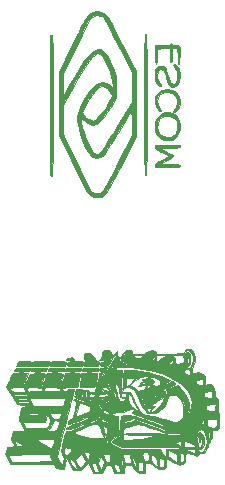
<source format=gbo>
G04 #@! TF.GenerationSoftware,KiCad,Pcbnew,5.1.10*
G04 #@! TF.CreationDate,2021-12-04T16:20:11-06:00*
G04 #@! TF.ProjectId,estacion-esp32,65737461-6369-46f6-9e2d-65737033322e,rev?*
G04 #@! TF.SameCoordinates,Original*
G04 #@! TF.FileFunction,Legend,Bot*
G04 #@! TF.FilePolarity,Positive*
%FSLAX46Y46*%
G04 Gerber Fmt 4.6, Leading zero omitted, Abs format (unit mm)*
G04 Created by KiCad (PCBNEW 5.1.10) date 2021-12-04 16:20:11*
%MOMM*%
%LPD*%
G01*
G04 APERTURE LIST*
%ADD10C,0.010000*%
G04 APERTURE END LIST*
D10*
G36*
X144737699Y-110983384D02*
G01*
X144819642Y-111161500D01*
X144891845Y-111302027D01*
X145115430Y-111733263D01*
X148815177Y-111733263D01*
X148933631Y-111933790D01*
X149023788Y-112058405D01*
X149133011Y-112117232D01*
X149312539Y-112133941D01*
X149367679Y-112134316D01*
X149683273Y-112134316D01*
X149781663Y-111691682D01*
X149880053Y-111249049D01*
X150168692Y-111758525D01*
X150457330Y-112268000D01*
X150756424Y-112268000D01*
X150933038Y-112256662D01*
X151075530Y-112208034D01*
X151228527Y-112100193D01*
X151386329Y-111958564D01*
X151717142Y-111649128D01*
X151924503Y-112092248D01*
X152131864Y-112535369D01*
X152861883Y-112535369D01*
X153026227Y-112163757D01*
X153121295Y-111958902D01*
X153195915Y-111849961D01*
X153281674Y-111809707D01*
X153410159Y-111810912D01*
X153433321Y-111812836D01*
X153576616Y-111835165D01*
X153668863Y-111893496D01*
X153743450Y-112020855D01*
X153808987Y-112184448D01*
X153941903Y-112535369D01*
X154710702Y-112535369D01*
X154756634Y-112167737D01*
X154802567Y-111800106D01*
X155081836Y-111801607D01*
X155245149Y-111811944D01*
X155361569Y-111858658D01*
X155472426Y-111968542D01*
X155595053Y-112134316D01*
X155730314Y-112317660D01*
X155835899Y-112416797D01*
X155957673Y-112457818D01*
X156141499Y-112466813D01*
X156179921Y-112467025D01*
X156530842Y-112468527D01*
X156530842Y-112072785D01*
X156534473Y-111851496D01*
X156556111Y-111728511D01*
X156611872Y-111668464D01*
X156717872Y-111635986D01*
X156731236Y-111633029D01*
X156853616Y-111621468D01*
X156972448Y-111657508D01*
X157122984Y-111757686D01*
X157289890Y-111895087D01*
X157505562Y-112066783D01*
X157671512Y-112160911D01*
X157829047Y-112197805D01*
X157911654Y-112201158D01*
X158120018Y-112184435D01*
X158241525Y-112117814D01*
X158293241Y-111976622D01*
X158292233Y-111736184D01*
X158285952Y-111659976D01*
X158272232Y-111441214D01*
X158291153Y-111315305D01*
X158360330Y-111278235D01*
X158497380Y-111325995D01*
X158719920Y-111454572D01*
X158844744Y-111532737D01*
X159098004Y-111685212D01*
X159282158Y-111768124D01*
X159436660Y-111789926D01*
X159600959Y-111759074D01*
X159717807Y-111719836D01*
X159838573Y-111670235D01*
X159904966Y-111607868D01*
X159933249Y-111496003D01*
X159939687Y-111297912D01*
X159939790Y-111218520D01*
X159943649Y-110991329D01*
X159971456Y-110858991D01*
X160047551Y-110809244D01*
X160196277Y-110829829D01*
X160441975Y-110908486D01*
X160509366Y-110931646D01*
X160899345Y-111065819D01*
X161042816Y-110931035D01*
X161154992Y-110846223D01*
X161222189Y-110832154D01*
X161303710Y-110837342D01*
X161431734Y-110802037D01*
X161574554Y-110694552D01*
X161716702Y-110506394D01*
X161827871Y-110287252D01*
X161877759Y-110086812D01*
X161878211Y-110070002D01*
X161919597Y-109934609D01*
X162021552Y-109769765D01*
X162045316Y-109740190D01*
X162156957Y-109568259D01*
X162205552Y-109366665D01*
X162212421Y-109200325D01*
X162212421Y-108859053D01*
X162433000Y-108859053D01*
X162610122Y-108836080D01*
X162731944Y-108780634D01*
X162733790Y-108778842D01*
X162770045Y-108679252D01*
X162795758Y-108487644D01*
X162810570Y-108240545D01*
X162814121Y-107974481D01*
X162806051Y-107725978D01*
X162786000Y-107531565D01*
X162753608Y-107427767D01*
X162747158Y-107421948D01*
X162717936Y-107341013D01*
X162695215Y-107158223D01*
X162682193Y-106905366D01*
X162680316Y-106757378D01*
X162677833Y-106463462D01*
X162666798Y-106276719D01*
X162641836Y-106170673D01*
X162613754Y-106137799D01*
X162613754Y-107889842D01*
X162613614Y-108232579D01*
X162597093Y-108454624D01*
X162553995Y-108609873D01*
X162527634Y-108646556D01*
X162403275Y-108679917D01*
X162212800Y-108665021D01*
X162010527Y-108611648D01*
X161974070Y-108592920D01*
X161974070Y-109016261D01*
X162003606Y-109052603D01*
X162011738Y-109196147D01*
X162011895Y-109241837D01*
X161998975Y-109423158D01*
X161966671Y-109540096D01*
X161953191Y-109555865D01*
X161894071Y-109539851D01*
X161857336Y-109436676D01*
X161846910Y-109291584D01*
X161866719Y-109149819D01*
X161910637Y-109065348D01*
X161974070Y-109016261D01*
X161974070Y-108592920D01*
X161850771Y-108529578D01*
X161842895Y-108523270D01*
X161776903Y-108404136D01*
X161745147Y-108217770D01*
X161744527Y-108188151D01*
X161744527Y-107934670D01*
X162179140Y-107912256D01*
X162613754Y-107889842D01*
X162613754Y-106137799D01*
X162597569Y-106118851D01*
X162546632Y-106099159D01*
X162463720Y-106053739D01*
X162423628Y-105950073D01*
X162412948Y-105755794D01*
X162412948Y-106616785D01*
X162471769Y-106623256D01*
X162495927Y-106705492D01*
X162492138Y-106890022D01*
X162490049Y-106921382D01*
X162466887Y-107254842D01*
X162222681Y-107253930D01*
X161947162Y-107239934D01*
X161780160Y-107191849D01*
X161698189Y-107096744D01*
X161677684Y-106953846D01*
X161686380Y-106821026D01*
X161735794Y-106749830D01*
X161860919Y-106711229D01*
X161995184Y-106690467D01*
X162205582Y-106657813D01*
X162369816Y-106627166D01*
X162412948Y-106616785D01*
X162412948Y-105755794D01*
X162412720Y-105751646D01*
X162412698Y-105740442D01*
X162363093Y-105391789D01*
X162274973Y-105191188D01*
X162172562Y-105045995D01*
X162167630Y-105043385D01*
X162167630Y-105540551D01*
X162202431Y-105610377D01*
X162212316Y-105780649D01*
X162212421Y-105813233D01*
X162212421Y-106118527D01*
X161909977Y-106118527D01*
X161715825Y-106108197D01*
X161610219Y-106063394D01*
X161548731Y-105963397D01*
X161542346Y-105947070D01*
X161494233Y-105794185D01*
X161494233Y-107940626D01*
X161537863Y-108054011D01*
X161544000Y-108157211D01*
X161531410Y-108311580D01*
X161500451Y-108388246D01*
X161493869Y-108390135D01*
X161399240Y-108357238D01*
X161347274Y-108328079D01*
X161286952Y-108257627D01*
X161308710Y-108142572D01*
X161329131Y-108095155D01*
X161420124Y-107953032D01*
X161494233Y-107940626D01*
X161494233Y-105794185D01*
X161488406Y-105775668D01*
X161512930Y-105685885D01*
X161638379Y-105638245D01*
X161727816Y-105621086D01*
X161925634Y-105582509D01*
X162081127Y-105546332D01*
X162095448Y-105542300D01*
X162167630Y-105540551D01*
X162167630Y-105043385D01*
X162068588Y-104990972D01*
X161902378Y-104997331D01*
X161874171Y-105001012D01*
X161610842Y-105036332D01*
X161610420Y-104624929D01*
X161605492Y-104394818D01*
X161580711Y-104257566D01*
X161520188Y-104172409D01*
X161408034Y-104098580D01*
X161404477Y-104096553D01*
X161360184Y-104081662D01*
X161360184Y-104450494D01*
X161390390Y-104508224D01*
X161408247Y-104657430D01*
X161410316Y-104740468D01*
X161399296Y-104930515D01*
X161354179Y-105028122D01*
X161261247Y-105072444D01*
X161229611Y-105070262D01*
X161229611Y-108811832D01*
X161363505Y-108854136D01*
X161415536Y-108895284D01*
X161604916Y-109147780D01*
X161714440Y-109475343D01*
X161739409Y-109842482D01*
X161675126Y-110213707D01*
X161612186Y-110380730D01*
X161483250Y-110605511D01*
X161345571Y-110708756D01*
X161178731Y-110702099D01*
X161101006Y-110672070D01*
X160994275Y-110636715D01*
X160972674Y-110658664D01*
X160964596Y-110744975D01*
X160943512Y-110763379D01*
X160883270Y-110752351D01*
X160876603Y-110717866D01*
X160931080Y-110551459D01*
X161075145Y-110478230D01*
X161147102Y-110478646D01*
X161274619Y-110460734D01*
X161378074Y-110354400D01*
X161430516Y-110262737D01*
X161507998Y-110027902D01*
X161527354Y-109763684D01*
X161495651Y-109502415D01*
X161419955Y-109276424D01*
X161307332Y-109118042D01*
X161261410Y-109098836D01*
X161261410Y-109288826D01*
X161297129Y-109330985D01*
X161328496Y-109393790D01*
X161379745Y-109596251D01*
X161381176Y-109842643D01*
X161338139Y-110076898D01*
X161255979Y-110242948D01*
X161246560Y-110252916D01*
X161154561Y-110324798D01*
X161085320Y-110292236D01*
X161038599Y-110233251D01*
X160980317Y-110080869D01*
X160949427Y-109854178D01*
X160947771Y-109610037D01*
X160977187Y-109405307D01*
X161009263Y-109326948D01*
X161047882Y-109307213D01*
X161069051Y-109403085D01*
X161075082Y-109590974D01*
X161089185Y-109803003D01*
X161122658Y-109889462D01*
X161164581Y-109854987D01*
X161204031Y-109704213D01*
X161224677Y-109527474D01*
X161241260Y-109349170D01*
X161261410Y-109288826D01*
X161261410Y-109098836D01*
X161167550Y-109059579D01*
X161048625Y-109120552D01*
X160951345Y-109281426D01*
X160883545Y-109509131D01*
X160853058Y-109770599D01*
X160867722Y-110032762D01*
X160902279Y-110179184D01*
X160917164Y-110298285D01*
X160883112Y-110329579D01*
X160809741Y-110270084D01*
X160766283Y-110113642D01*
X160751525Y-109893314D01*
X160764258Y-109642163D01*
X160803270Y-109393253D01*
X160867349Y-109179647D01*
X160929449Y-109064748D01*
X161092173Y-108879509D01*
X161229611Y-108811832D01*
X161229611Y-105070262D01*
X161106790Y-105061788D01*
X160933646Y-104940308D01*
X160925097Y-104932192D01*
X160880283Y-104889258D01*
X160880283Y-108859053D01*
X160909969Y-108905967D01*
X160875579Y-108992737D01*
X160792840Y-109098549D01*
X160737191Y-109126421D01*
X160707505Y-109079508D01*
X160741895Y-108992737D01*
X160824634Y-108886925D01*
X160880283Y-108859053D01*
X160880283Y-104889258D01*
X160738017Y-104752958D01*
X161024035Y-104603237D01*
X161201545Y-104514768D01*
X161328834Y-104459443D01*
X161360184Y-104450494D01*
X161360184Y-104081662D01*
X161088337Y-103990263D01*
X160752817Y-104011028D01*
X160645983Y-104044767D01*
X160529019Y-104078445D01*
X160482695Y-104036130D01*
X160474527Y-103891795D01*
X160505899Y-103690233D01*
X160583728Y-103463136D01*
X160608211Y-103411421D01*
X160724837Y-103047654D01*
X160719634Y-102645362D01*
X160672082Y-102427471D01*
X160561117Y-102190159D01*
X160399994Y-102036911D01*
X160216071Y-101976542D01*
X160202985Y-101979556D01*
X160202985Y-102127032D01*
X160239891Y-102135276D01*
X160410713Y-102242105D01*
X160530343Y-102445260D01*
X160591591Y-102714832D01*
X160587267Y-103020912D01*
X160520885Y-103304265D01*
X160411562Y-103494714D01*
X160265958Y-103594048D01*
X160160736Y-103589662D01*
X160160736Y-103693891D01*
X160175418Y-103696172D01*
X160291051Y-103742480D01*
X160335909Y-103849894D01*
X160340842Y-103953950D01*
X160326545Y-104109478D01*
X160266688Y-104170752D01*
X160190448Y-104177980D01*
X160032925Y-104142044D01*
X159888135Y-104059968D01*
X159809310Y-103964150D01*
X159806105Y-103944052D01*
X159863764Y-103817155D01*
X160000229Y-103721515D01*
X160160736Y-103693891D01*
X160160736Y-103589662D01*
X160113964Y-103587712D01*
X160041966Y-103537470D01*
X159957705Y-103405995D01*
X159939790Y-103327029D01*
X159952453Y-103263891D01*
X160005167Y-103308280D01*
X160035968Y-103348514D01*
X160114823Y-103436881D01*
X160183699Y-103422779D01*
X160253204Y-103358902D01*
X160333372Y-103205583D01*
X160374701Y-102975660D01*
X160376823Y-102719976D01*
X160339367Y-102489376D01*
X160261966Y-102334704D01*
X160260644Y-102333366D01*
X160199086Y-102298551D01*
X160199086Y-102472954D01*
X160210444Y-102477663D01*
X160255693Y-102568015D01*
X160269829Y-102731314D01*
X160257265Y-102921396D01*
X160222419Y-103092095D01*
X160169704Y-103197246D01*
X160140316Y-103210895D01*
X160080953Y-103177946D01*
X160046958Y-103062938D01*
X160031718Y-102841633D01*
X160030905Y-102809842D01*
X160027588Y-102602019D01*
X160031905Y-102518870D01*
X160046569Y-102551476D01*
X160071551Y-102676158D01*
X160121345Y-102943527D01*
X160130831Y-102688924D01*
X160152905Y-102523874D01*
X160199086Y-102472954D01*
X160199086Y-102298551D01*
X160134493Y-102262019D01*
X160032213Y-102316936D01*
X159958584Y-102492068D01*
X159919450Y-102765370D01*
X159906264Y-102944219D01*
X159899409Y-103000988D01*
X159897974Y-102932000D01*
X159901051Y-102733580D01*
X159901813Y-102694095D01*
X159920849Y-102396153D01*
X159970621Y-102213517D01*
X160061282Y-102129405D01*
X160202985Y-102127032D01*
X160202985Y-101979556D01*
X160036710Y-102017865D01*
X159889270Y-102169694D01*
X159886549Y-102174420D01*
X159783302Y-102355863D01*
X159783302Y-102509053D01*
X159791046Y-102849011D01*
X159789140Y-103048855D01*
X159765781Y-103141994D01*
X159712407Y-103154784D01*
X159693712Y-103148647D01*
X159559029Y-103153422D01*
X159485981Y-103193031D01*
X159435481Y-103252711D01*
X159483214Y-103290532D01*
X159611427Y-103319069D01*
X159839527Y-103360402D01*
X159588869Y-103369201D01*
X159427899Y-103359146D01*
X159342411Y-103323192D01*
X159338211Y-103311158D01*
X159282227Y-103256850D01*
X159204527Y-103244316D01*
X159117473Y-103222196D01*
X159104263Y-103191637D01*
X159104263Y-103444842D01*
X159137684Y-103478263D01*
X159104263Y-103511684D01*
X159070842Y-103478263D01*
X159104263Y-103444842D01*
X159104263Y-103191637D01*
X159078715Y-103132534D01*
X159070842Y-102973721D01*
X159057796Y-102791445D01*
X158997347Y-102688247D01*
X158857528Y-102610415D01*
X158853605Y-102608706D01*
X158813834Y-102590196D01*
X158813834Y-102976948D01*
X158859752Y-103033020D01*
X158870316Y-103110632D01*
X158836895Y-103204446D01*
X158836895Y-103444842D01*
X158870316Y-103478263D01*
X158836895Y-103511684D01*
X158803474Y-103478263D01*
X158836895Y-103444842D01*
X158836895Y-103204446D01*
X158833786Y-103213174D01*
X158704150Y-103244231D01*
X158692851Y-103244316D01*
X158570609Y-103237435D01*
X158565650Y-103194155D01*
X158636369Y-103110632D01*
X158745342Y-103011084D01*
X158813834Y-102976948D01*
X158813834Y-102590196D01*
X158756148Y-102563347D01*
X158729667Y-102535306D01*
X158790145Y-102520228D01*
X158953561Y-102513762D01*
X159209835Y-102511669D01*
X159783302Y-102509053D01*
X159783302Y-102355863D01*
X159772684Y-102374523D01*
X158602948Y-102386597D01*
X158111146Y-102391176D01*
X157543344Y-102395671D01*
X157466632Y-102396194D01*
X157466632Y-102509053D01*
X157917816Y-102511085D01*
X158149893Y-102515725D01*
X158264989Y-102529670D01*
X158279699Y-102556958D01*
X158235316Y-102588343D01*
X158099924Y-102675994D01*
X157921109Y-102805343D01*
X157858066Y-102853679D01*
X157662973Y-102991616D01*
X157544054Y-103030334D01*
X157484307Y-102966478D01*
X157466727Y-102796692D01*
X157466632Y-102776421D01*
X157466632Y-102509053D01*
X157466632Y-102396194D01*
X157297335Y-102397348D01*
X157297335Y-102594714D01*
X157324545Y-102618327D01*
X157330818Y-102759318D01*
X157330822Y-102759711D01*
X157307809Y-102925187D01*
X157232684Y-102976948D01*
X157145881Y-102932200D01*
X157149764Y-102815752D01*
X157230559Y-102672223D01*
X157297335Y-102594714D01*
X157297335Y-102397348D01*
X156957222Y-102399669D01*
X156410465Y-102402760D01*
X156196632Y-102403730D01*
X155973044Y-102404644D01*
X155973044Y-102509053D01*
X156184686Y-102511225D01*
X156284587Y-102525351D01*
X156294691Y-102562843D01*
X156236941Y-102635117D01*
X156230053Y-102642737D01*
X156072389Y-102745752D01*
X155932272Y-102776421D01*
X155753781Y-102739030D01*
X155627338Y-102646838D01*
X155595053Y-102562527D01*
X155655595Y-102533588D01*
X155812151Y-102514170D01*
X155973044Y-102509053D01*
X155973044Y-102404644D01*
X154960053Y-102408790D01*
X154709395Y-102600539D01*
X154561483Y-102723576D01*
X154471471Y-102817515D01*
X154458737Y-102843263D01*
X154507356Y-102910536D01*
X154630685Y-103023186D01*
X154709395Y-103085988D01*
X154960053Y-103277737D01*
X156697948Y-103313342D01*
X158435842Y-103348947D01*
X156657428Y-103363474D01*
X154879014Y-103378000D01*
X154568612Y-103140991D01*
X154453748Y-103050332D01*
X154453748Y-103520960D01*
X154745729Y-103529904D01*
X155148111Y-103555134D01*
X155320932Y-103567759D01*
X156374855Y-103688534D01*
X157322607Y-103885079D01*
X158163025Y-104156976D01*
X158894946Y-104503812D01*
X159517206Y-104925171D01*
X159784028Y-105160936D01*
X160133712Y-105573734D01*
X160363933Y-106014002D01*
X160471604Y-106468992D01*
X160453641Y-106925956D01*
X160315125Y-107355106D01*
X160169991Y-107610904D01*
X159987882Y-107867149D01*
X159911897Y-107956684D01*
X159666765Y-108224053D01*
X159897385Y-107909497D01*
X160120374Y-107551147D01*
X160238240Y-107210464D01*
X160264362Y-106843239D01*
X160256454Y-106722888D01*
X160148377Y-106247036D01*
X159917302Y-105784064D01*
X159580545Y-105362040D01*
X159279857Y-105052655D01*
X158903102Y-105219273D01*
X158903102Y-105668181D01*
X159104467Y-105688585D01*
X159291470Y-105793887D01*
X159372720Y-105861080D01*
X159654062Y-106170242D01*
X159831289Y-106523163D01*
X159914689Y-106945221D01*
X159924242Y-107221421D01*
X159920185Y-107622474D01*
X159875110Y-107154579D01*
X159839527Y-106969195D01*
X159839527Y-107655895D01*
X159872948Y-107689316D01*
X159839527Y-107722737D01*
X159806105Y-107689316D01*
X159839527Y-107655895D01*
X159839527Y-106969195D01*
X159781181Y-106665216D01*
X159598353Y-106265649D01*
X159319088Y-105939604D01*
X159307976Y-105929764D01*
X159140449Y-105799452D01*
X158992739Y-105745768D01*
X158795382Y-105746232D01*
X158752590Y-105750013D01*
X158581855Y-105763445D01*
X158535406Y-105758151D01*
X158604903Y-105732200D01*
X158636369Y-105723118D01*
X158903102Y-105668181D01*
X158903102Y-105219273D01*
X158899712Y-105220773D01*
X158659061Y-105316583D01*
X158503879Y-105358540D01*
X158444029Y-105350053D01*
X158489373Y-105294533D01*
X158649771Y-105195389D01*
X158719921Y-105158605D01*
X158942757Y-105033838D01*
X159048101Y-104939391D01*
X159044390Y-104860710D01*
X158940060Y-104783241D01*
X158938108Y-104782193D01*
X158816106Y-104750851D01*
X158660036Y-104790340D01*
X158539718Y-104846683D01*
X158347316Y-104940836D01*
X158244949Y-104976454D01*
X158205970Y-104960242D01*
X158201895Y-104931686D01*
X158256482Y-104872961D01*
X158389218Y-104798352D01*
X158402421Y-104792399D01*
X158539682Y-104716646D01*
X158602531Y-104652370D01*
X158602948Y-104648635D01*
X158543084Y-104591387D01*
X158380819Y-104506922D01*
X158142142Y-104405270D01*
X157853043Y-104296461D01*
X157539512Y-104190524D01*
X157227537Y-104097489D01*
X157065579Y-104055343D01*
X156697948Y-103976841D01*
X156697948Y-104295282D01*
X157181216Y-104351461D01*
X157603164Y-104520622D01*
X157952139Y-104795923D01*
X158216492Y-105170521D01*
X158228406Y-105193992D01*
X158369653Y-105571999D01*
X158397608Y-105933963D01*
X158311553Y-106311718D01*
X158197294Y-106574513D01*
X158065870Y-106807254D01*
X157926759Y-107006752D01*
X157821927Y-107118920D01*
X157635819Y-107230689D01*
X157416486Y-107315532D01*
X157215814Y-107356913D01*
X157103923Y-107347745D01*
X157042099Y-107266129D01*
X157058392Y-107131272D01*
X157138517Y-106986540D01*
X157257601Y-106881204D01*
X157367867Y-106813310D01*
X157365440Y-106796028D01*
X157282816Y-106810269D01*
X157161534Y-106799964D01*
X157122874Y-106727717D01*
X157162370Y-106633010D01*
X157275553Y-106555325D01*
X157312982Y-106543650D01*
X157475220Y-106470060D01*
X157662609Y-106340806D01*
X157719971Y-106291719D01*
X157922534Y-106115244D01*
X158049023Y-106029934D01*
X158114728Y-106029364D01*
X158134942Y-106107111D01*
X158135053Y-106117352D01*
X158073433Y-106404388D01*
X157902173Y-106695043D01*
X157641673Y-106961935D01*
X157366369Y-107149080D01*
X157245580Y-107219030D01*
X157238552Y-107237772D01*
X157332948Y-107217364D01*
X157687684Y-107062641D01*
X157968976Y-106806711D01*
X158164170Y-106467426D01*
X158260612Y-106062642D01*
X158268737Y-105896897D01*
X158253265Y-105651511D01*
X158202525Y-105529546D01*
X158110027Y-105523869D01*
X158057618Y-105560050D01*
X158057618Y-105799043D01*
X158068211Y-105817260D01*
X158025489Y-105884394D01*
X157916287Y-106011506D01*
X157831353Y-106101669D01*
X157698072Y-106235718D01*
X157643517Y-106277184D01*
X157655196Y-106231208D01*
X157691072Y-106159401D01*
X157774410Y-106036518D01*
X157884341Y-105916391D01*
X157989274Y-105827679D01*
X158057618Y-105799043D01*
X158057618Y-105560050D01*
X157999028Y-105600500D01*
X157975267Y-105611720D01*
X158030124Y-105540153D01*
X158068448Y-105495665D01*
X158233788Y-105307277D01*
X158092727Y-105064048D01*
X157980065Y-104898614D01*
X157882961Y-104802835D01*
X157820965Y-104788184D01*
X157813631Y-104866135D01*
X157824127Y-104906420D01*
X157878658Y-105098229D01*
X157904439Y-105215975D01*
X157898776Y-105241224D01*
X157861493Y-105161940D01*
X157802399Y-105036904D01*
X157744744Y-105021989D01*
X157700579Y-105056518D01*
X157700579Y-105650632D01*
X157734000Y-105684053D01*
X157700579Y-105717474D01*
X157667158Y-105684053D01*
X157700579Y-105650632D01*
X157700579Y-105056518D01*
X157665738Y-105083759D01*
X157543163Y-105149198D01*
X157403271Y-105169436D01*
X157374258Y-105162481D01*
X157374258Y-105918000D01*
X157440346Y-105951431D01*
X157433211Y-105984842D01*
X157336785Y-106045674D01*
X157307416Y-106049583D01*
X157307416Y-106319053D01*
X157373504Y-106352484D01*
X157366369Y-106385895D01*
X157269943Y-106446727D01*
X157224795Y-106452737D01*
X157158707Y-106419306D01*
X157165842Y-106385895D01*
X157262268Y-106325063D01*
X157307416Y-106319053D01*
X157307416Y-106049583D01*
X157291637Y-106051684D01*
X157225549Y-106018254D01*
X157232684Y-105984842D01*
X157329110Y-105924011D01*
X157374258Y-105918000D01*
X157374258Y-105162481D01*
X157296632Y-105143872D01*
X157269447Y-105088483D01*
X157225786Y-105010520D01*
X157158085Y-104960495D01*
X157076265Y-104903980D01*
X157115459Y-104864114D01*
X157168807Y-104842211D01*
X157253834Y-104802526D01*
X157215923Y-104788160D01*
X157182553Y-104786382D01*
X157083217Y-104751731D01*
X157065579Y-104716940D01*
X157116991Y-104679382D01*
X157182553Y-104688566D01*
X157244754Y-104700602D01*
X157191362Y-104658288D01*
X157165842Y-104642264D01*
X157035897Y-104538671D01*
X156978705Y-104470112D01*
X156891483Y-104397978D01*
X156831632Y-104390225D01*
X156831632Y-104447474D01*
X156865053Y-104480895D01*
X156831632Y-104514316D01*
X156798211Y-104480895D01*
X156831632Y-104447474D01*
X156831632Y-104390225D01*
X156789222Y-104384731D01*
X156784600Y-104388884D01*
X156784600Y-104619875D01*
X156865053Y-104628633D01*
X156973038Y-104667436D01*
X156998737Y-104689217D01*
X156942488Y-104710074D01*
X156865053Y-104714842D01*
X156834949Y-104707806D01*
X156834949Y-104794186D01*
X156893981Y-104804132D01*
X156990463Y-104861009D01*
X156959675Y-104901105D01*
X156836533Y-104913526D01*
X156836533Y-105049053D01*
X156960120Y-105087345D01*
X156989970Y-105172693D01*
X156965316Y-105208885D01*
X156965316Y-106053732D01*
X156977273Y-106081314D01*
X156931895Y-106118527D01*
X156865053Y-106149552D01*
X156865053Y-106486158D01*
X157005914Y-106500695D01*
X157065566Y-106535715D01*
X157065579Y-106536290D01*
X157007431Y-106571505D01*
X156867352Y-106586418D01*
X156865053Y-106586421D01*
X156814921Y-106581248D01*
X156814921Y-106787971D01*
X156948297Y-106808192D01*
X156998737Y-106853790D01*
X156946060Y-106915230D01*
X156915184Y-106919608D01*
X156788774Y-106884550D01*
X156731369Y-106853790D01*
X156686154Y-106807462D01*
X156756430Y-106789456D01*
X156814921Y-106787971D01*
X156814921Y-106581248D01*
X156724192Y-106571884D01*
X156664540Y-106536864D01*
X156664527Y-106536290D01*
X156722675Y-106501074D01*
X156862754Y-106486161D01*
X156865053Y-106486158D01*
X156865053Y-106149552D01*
X156810041Y-106175087D01*
X156764790Y-106183322D01*
X156752833Y-106155739D01*
X156798211Y-106118527D01*
X156920065Y-106061966D01*
X156965316Y-106053732D01*
X156965316Y-105208885D01*
X156929950Y-105260803D01*
X156814238Y-105304360D01*
X156696878Y-105291462D01*
X156664527Y-105188000D01*
X156664527Y-105187386D01*
X156700230Y-105080677D01*
X156827940Y-105049105D01*
X156836533Y-105049053D01*
X156836533Y-104913526D01*
X156818263Y-104915369D01*
X156699817Y-104901932D01*
X156699412Y-104855098D01*
X156713507Y-104839651D01*
X156834949Y-104794186D01*
X156834949Y-104707806D01*
X156756397Y-104689446D01*
X156731369Y-104654258D01*
X156784600Y-104619875D01*
X156784600Y-104388884D01*
X156732292Y-104435894D01*
X156731369Y-104447474D01*
X156673671Y-104496312D01*
X156547553Y-104515340D01*
X156372200Y-104538705D01*
X156263474Y-104580287D01*
X156238337Y-104616151D01*
X156336577Y-104615029D01*
X156413869Y-104603939D01*
X156584652Y-104592312D01*
X156662675Y-104621792D01*
X156664527Y-104630711D01*
X156605491Y-104682320D01*
X156458190Y-104729150D01*
X156400994Y-104739897D01*
X156221134Y-104785041D01*
X156103051Y-104844604D01*
X156089239Y-104860062D01*
X156086141Y-104909511D01*
X156158455Y-104893022D01*
X156393497Y-104817584D01*
X156545943Y-104800161D01*
X156597684Y-104840007D01*
X156540254Y-104905043D01*
X156413869Y-104952142D01*
X156203292Y-105008527D01*
X156037699Y-105073018D01*
X155949864Y-105131178D01*
X155948322Y-105157234D01*
X156027874Y-105158288D01*
X156119671Y-105121311D01*
X156294149Y-105064346D01*
X156430689Y-105049053D01*
X156554334Y-105065208D01*
X156576320Y-105137186D01*
X156560464Y-105199448D01*
X156532390Y-105294147D01*
X156502023Y-105349970D01*
X156450583Y-105386696D01*
X156450583Y-106580144D01*
X156538082Y-106658305D01*
X156595246Y-106799100D01*
X156602961Y-106868402D01*
X156614056Y-106994600D01*
X156634540Y-107021878D01*
X156638714Y-107013899D01*
X156716391Y-106969287D01*
X156845065Y-106975452D01*
X156959734Y-107020638D01*
X156997713Y-107078819D01*
X156963453Y-107199852D01*
X156938345Y-107246695D01*
X156850806Y-107300811D01*
X156764692Y-107255301D01*
X156731369Y-107150634D01*
X156687565Y-107074253D01*
X156650037Y-107071027D01*
X156579159Y-107028586D01*
X156487546Y-106912020D01*
X156404067Y-106768833D01*
X156357589Y-106646528D01*
X156362847Y-106598452D01*
X156450583Y-106580144D01*
X156450583Y-105386696D01*
X156435504Y-105397463D01*
X156348237Y-105442019D01*
X156348237Y-106118527D01*
X156348584Y-106118527D01*
X156447563Y-106128082D01*
X156430699Y-106178394D01*
X156384475Y-106226699D01*
X156271521Y-106293952D01*
X156201956Y-106288922D01*
X156154564Y-106214910D01*
X156212170Y-106147833D01*
X156348237Y-106118527D01*
X156348237Y-105442019D01*
X156298977Y-105467171D01*
X156219771Y-105506810D01*
X155942121Y-105646789D01*
X155832157Y-105478964D01*
X155695627Y-105335452D01*
X155510087Y-105210351D01*
X155491518Y-105201137D01*
X155343261Y-105119448D01*
X155264648Y-105054709D01*
X155260842Y-105044451D01*
X155311592Y-104961144D01*
X155442217Y-104831721D01*
X155620282Y-104682576D01*
X155813353Y-104540104D01*
X155988993Y-104430699D01*
X156053619Y-104399323D01*
X156259715Y-104341727D01*
X156526520Y-104303810D01*
X156697948Y-104295282D01*
X156697948Y-103976841D01*
X156609687Y-103957994D01*
X156116602Y-103875693D01*
X155634381Y-103815044D01*
X155211085Y-103782652D01*
X155055167Y-103779053D01*
X154926632Y-103779053D01*
X154926632Y-104447474D01*
X155702129Y-104447474D01*
X155388355Y-104781684D01*
X155220474Y-104949742D01*
X155139474Y-105019597D01*
X155139474Y-105249911D01*
X155379735Y-105297218D01*
X155580815Y-105445757D01*
X155753233Y-105706639D01*
X155891890Y-106044609D01*
X156113873Y-106596187D01*
X156359821Y-107023932D01*
X156567281Y-107273051D01*
X156707880Y-107387777D01*
X156864889Y-107441867D01*
X157094735Y-107455369D01*
X157470422Y-107391690D01*
X157810412Y-107210397D01*
X158098667Y-106926111D01*
X158319150Y-106553447D01*
X158426092Y-106241906D01*
X158483469Y-106036822D01*
X158541581Y-105927863D01*
X158631593Y-105880977D01*
X158772778Y-105863106D01*
X158984344Y-105870020D01*
X159164499Y-105915277D01*
X159181303Y-105923458D01*
X159339865Y-106054092D01*
X159510102Y-106263299D01*
X159657979Y-106504024D01*
X159739843Y-106695617D01*
X159773259Y-106894023D01*
X159782489Y-107158064D01*
X159769249Y-107432281D01*
X159735260Y-107661214D01*
X159707158Y-107750413D01*
X159680159Y-107838707D01*
X159732517Y-107830069D01*
X159744615Y-107823249D01*
X159800654Y-107802309D01*
X159783825Y-107828994D01*
X159714274Y-107876143D01*
X159701791Y-107874651D01*
X159642652Y-107906824D01*
X159529846Y-108005627D01*
X159501113Y-108033806D01*
X159438474Y-108087530D01*
X159438474Y-108324316D01*
X159471895Y-108357737D01*
X159438474Y-108391158D01*
X159405053Y-108357737D01*
X159438474Y-108324316D01*
X159438474Y-108087530D01*
X159381097Y-108136742D01*
X159259029Y-108181302D01*
X159081316Y-108181678D01*
X158978484Y-108172208D01*
X158759014Y-108131173D01*
X158465859Y-108051729D01*
X158148303Y-107947901D01*
X158008288Y-107896078D01*
X157545334Y-107739133D01*
X157180336Y-107663277D01*
X157056725Y-107655895D01*
X156747517Y-107632513D01*
X156487384Y-107552830D01*
X156260822Y-107402541D01*
X156052324Y-107167339D01*
X155846385Y-106832919D01*
X155627498Y-106384975D01*
X155591056Y-106303654D01*
X155286270Y-105617211D01*
X155126032Y-105624557D01*
X155126032Y-105650632D01*
X155193163Y-105708883D01*
X155293197Y-105866165D01*
X155412276Y-106096266D01*
X155536542Y-106372977D01*
X155623118Y-106590812D01*
X155728215Y-106822941D01*
X155853647Y-107036684D01*
X155894227Y-107092128D01*
X156002998Y-107243463D01*
X156014054Y-107305883D01*
X155925239Y-107281056D01*
X155766770Y-107190850D01*
X155481896Y-106952093D01*
X155481896Y-107081592D01*
X155542503Y-107108713D01*
X155566980Y-107189832D01*
X155478333Y-107294326D01*
X155465307Y-107305055D01*
X155423823Y-107341720D01*
X155406326Y-107375720D01*
X155425356Y-107412813D01*
X155493456Y-107458758D01*
X155623168Y-107519313D01*
X155827034Y-107600238D01*
X156117595Y-107707289D01*
X156507393Y-107846228D01*
X157008970Y-108022811D01*
X157092238Y-108052063D01*
X157551602Y-108215399D01*
X157966921Y-108366851D01*
X158322240Y-108500296D01*
X158601605Y-108609611D01*
X158789062Y-108688674D01*
X158868656Y-108731360D01*
X158870316Y-108734446D01*
X158843580Y-108791753D01*
X158839737Y-108792211D01*
X158771236Y-108771118D01*
X158592478Y-108711478D01*
X158319441Y-108618750D01*
X157968102Y-108498392D01*
X157554439Y-108355864D01*
X157094428Y-108196624D01*
X156964325Y-108151463D01*
X156433049Y-107967257D01*
X156012099Y-107822935D01*
X155685570Y-107714374D01*
X155543234Y-107670226D01*
X155543234Y-107866240D01*
X157006249Y-108370816D01*
X157421595Y-108516486D01*
X157791127Y-108650731D01*
X158097191Y-108766752D01*
X158322133Y-108857753D01*
X158448301Y-108916938D01*
X158469263Y-108934064D01*
X158430941Y-108992140D01*
X158424579Y-108992737D01*
X158350951Y-108971609D01*
X158170268Y-108912520D01*
X157901571Y-108821912D01*
X157563900Y-108706228D01*
X157176294Y-108571911D01*
X157027962Y-108520154D01*
X155908342Y-108128778D01*
X155908342Y-108368033D01*
X156024372Y-108376073D01*
X156186017Y-108411183D01*
X156415573Y-108477744D01*
X156735332Y-108580140D01*
X156993953Y-108665294D01*
X157347677Y-108784438D01*
X157657805Y-108893041D01*
X157901534Y-108982791D01*
X158056062Y-109045373D01*
X158098290Y-109067920D01*
X158182720Y-109087107D01*
X158378268Y-109104544D01*
X158662365Y-109119050D01*
X159012445Y-109129445D01*
X159368290Y-109134330D01*
X159759980Y-109139507D01*
X160068701Y-109148911D01*
X160281484Y-109161782D01*
X160385365Y-109177359D01*
X160374263Y-109193263D01*
X160242442Y-109210473D01*
X160003500Y-109226030D01*
X159861040Y-109231730D01*
X159861040Y-109794842D01*
X160002306Y-109821322D01*
X160202394Y-109887544D01*
X160412183Y-109973679D01*
X160582557Y-110059900D01*
X160658342Y-110116688D01*
X160724884Y-110219934D01*
X160712764Y-110283725D01*
X160605773Y-110317040D01*
X160387699Y-110328857D01*
X160274000Y-110329579D01*
X160274000Y-110463263D01*
X160518450Y-110465721D01*
X160658353Y-110480028D01*
X160722841Y-110516590D01*
X160741043Y-110585810D01*
X160741895Y-110630369D01*
X160723434Y-110756049D01*
X160688032Y-110797474D01*
X160595348Y-110777547D01*
X160428336Y-110726932D01*
X160226490Y-110659373D01*
X160029310Y-110588616D01*
X159876292Y-110528407D01*
X159806933Y-110492492D01*
X159806105Y-110490548D01*
X159867305Y-110477099D01*
X160028359Y-110467353D01*
X160255447Y-110463285D01*
X160274000Y-110463263D01*
X160274000Y-110329579D01*
X159806105Y-110329579D01*
X159806105Y-110062211D01*
X159818295Y-109894750D01*
X159848744Y-109801640D01*
X159861040Y-109794842D01*
X159861040Y-109231730D01*
X159703390Y-109238038D01*
X159703390Y-110804754D01*
X159772545Y-110842230D01*
X159801298Y-110972917D01*
X159806105Y-111154376D01*
X159798644Y-111368419D01*
X159765689Y-111490208D01*
X159691390Y-111560823D01*
X159639000Y-111587417D01*
X159471895Y-111663555D01*
X159471895Y-111271087D01*
X159482039Y-111029885D01*
X159516896Y-110893950D01*
X159577625Y-110838046D01*
X159703390Y-110804754D01*
X159703390Y-109238038D01*
X159683998Y-109238814D01*
X159310500Y-109247700D01*
X159004000Y-109251174D01*
X158536579Y-109250551D01*
X158200887Y-109242425D01*
X157997443Y-109226824D01*
X157926765Y-109203776D01*
X157934527Y-109193263D01*
X157906023Y-109170912D01*
X157745200Y-109153121D01*
X157453346Y-109139943D01*
X157031750Y-109131431D01*
X156481700Y-109127638D01*
X156347027Y-109127445D01*
X155778650Y-109129709D01*
X155320445Y-109137112D01*
X154977971Y-109149437D01*
X154756785Y-109166467D01*
X154662444Y-109187985D01*
X154659263Y-109193263D01*
X154724825Y-109217210D01*
X154916499Y-109236932D01*
X155226770Y-109252050D01*
X155648119Y-109262183D01*
X156113079Y-109266714D01*
X156585474Y-109269364D01*
X156936913Y-109273182D01*
X157180121Y-109279292D01*
X157327826Y-109288817D01*
X157392755Y-109302884D01*
X157387636Y-109322616D01*
X157325194Y-109349137D01*
X157266105Y-109368588D01*
X156985617Y-109440790D01*
X156607905Y-109514389D01*
X156169243Y-109583713D01*
X155705904Y-109643085D01*
X155254163Y-109686831D01*
X155210711Y-109690151D01*
X154659263Y-109731128D01*
X154659263Y-109495617D01*
X154649709Y-109340281D01*
X154626200Y-109262263D01*
X154621034Y-109260106D01*
X154545540Y-109291343D01*
X154387889Y-109373106D01*
X154310859Y-109415636D01*
X154310859Y-109568755D01*
X154325053Y-109596414D01*
X154270882Y-109653864D01*
X154224790Y-109661158D01*
X154135608Y-109646857D01*
X154124527Y-109634888D01*
X154176794Y-109591788D01*
X154224790Y-109570144D01*
X154310859Y-109568755D01*
X154310859Y-109415636D01*
X154180755Y-109487470D01*
X153956812Y-109616509D01*
X153800892Y-109710042D01*
X153727047Y-109760846D01*
X153710290Y-109806798D01*
X153766134Y-109866938D01*
X153910091Y-109960303D01*
X154092383Y-110067771D01*
X154540404Y-110329579D01*
X159563748Y-110329579D01*
X159376875Y-110134525D01*
X159190001Y-109939471D01*
X159605579Y-109724567D01*
X159605579Y-109988185D01*
X159600145Y-110202899D01*
X159567672Y-110340671D01*
X159483901Y-110418562D01*
X159324574Y-110453630D01*
X159065433Y-110462934D01*
X158930007Y-110463263D01*
X158500779Y-110463263D01*
X158500779Y-110530106D01*
X158573897Y-110555062D01*
X158731888Y-110619881D01*
X158901831Y-110693533D01*
X159271369Y-110856960D01*
X159271369Y-111614954D01*
X159093324Y-111498295D01*
X158909204Y-111381671D01*
X158704506Y-111257293D01*
X158692271Y-111250058D01*
X158550155Y-111150029D01*
X158485729Y-111037454D01*
X158469397Y-110855830D01*
X158469263Y-110824293D01*
X158475661Y-110647139D01*
X158491807Y-110542322D01*
X158500779Y-110530106D01*
X158500779Y-110463263D01*
X158335579Y-110463263D01*
X158335579Y-110797474D01*
X158324807Y-110988138D01*
X158297266Y-111109145D01*
X158275705Y-111131684D01*
X158210381Y-111079705D01*
X158102170Y-110944927D01*
X158001369Y-110797474D01*
X157849393Y-110560641D01*
X157849393Y-111265369D01*
X158006542Y-111277137D01*
X158092425Y-111332796D01*
X158128203Y-111462876D01*
X158135053Y-111677562D01*
X158130251Y-111871177D01*
X158101337Y-111966186D01*
X158026553Y-111997647D01*
X157934527Y-112000632D01*
X157805008Y-111989719D01*
X157748108Y-111931205D01*
X157734222Y-111786425D01*
X157734000Y-111738730D01*
X157723976Y-111540715D01*
X157699272Y-111389057D01*
X157693428Y-111371099D01*
X157694379Y-111294671D01*
X157794728Y-111266735D01*
X157849393Y-111265369D01*
X157849393Y-110560641D01*
X157786906Y-110463263D01*
X156998737Y-110463263D01*
X156998737Y-110853083D01*
X157262050Y-111061630D01*
X157458147Y-111254903D01*
X157546151Y-111448168D01*
X157552142Y-111485010D01*
X157580799Y-111724897D01*
X157588123Y-111856669D01*
X157569129Y-111904891D01*
X157518829Y-111894130D01*
X157473841Y-111870806D01*
X157240104Y-111683384D01*
X157071883Y-111427477D01*
X156999538Y-111151001D01*
X156998737Y-111120939D01*
X156998737Y-110853083D01*
X156998737Y-110463263D01*
X156609494Y-110463263D01*
X156609494Y-110731655D01*
X156735674Y-110752814D01*
X156809787Y-110835879D01*
X156846453Y-111007540D01*
X156857299Y-111183970D01*
X156839021Y-111353748D01*
X156752335Y-111443772D01*
X156714658Y-111460201D01*
X156598593Y-111495593D01*
X156521319Y-111477081D01*
X156455814Y-111381430D01*
X156375059Y-111185402D01*
X156365235Y-111159725D01*
X156299218Y-110937854D01*
X156318633Y-110806641D01*
X156435500Y-110745019D01*
X156609494Y-110731655D01*
X156609494Y-110463263D01*
X156125329Y-110463263D01*
X156125329Y-111599579D01*
X156125350Y-111599579D01*
X156240817Y-111613942D01*
X156313560Y-111674391D01*
X156355941Y-111806969D01*
X156380325Y-112037716D01*
X156387143Y-112151027D01*
X156379994Y-112274486D01*
X156314415Y-112325258D01*
X156163211Y-112334842D01*
X155929263Y-112334842D01*
X155929263Y-111967211D01*
X155932744Y-111757026D01*
X155954884Y-111647624D01*
X156013230Y-111606108D01*
X156125329Y-111599579D01*
X156125329Y-110463263D01*
X155432767Y-110463263D01*
X155432767Y-111131684D01*
X155495550Y-111187066D01*
X155581124Y-111323992D01*
X155665883Y-111498630D01*
X155726219Y-111667150D01*
X155730680Y-111684806D01*
X155781891Y-111932927D01*
X155787111Y-112058497D01*
X155745065Y-112064952D01*
X155654477Y-111955726D01*
X155638655Y-111932596D01*
X155564594Y-111788226D01*
X155495606Y-111598277D01*
X155441621Y-111401382D01*
X155412572Y-111236175D01*
X155418391Y-111141293D01*
X155432767Y-111131684D01*
X155432767Y-110463263D01*
X154956210Y-110463263D01*
X154956210Y-110864316D01*
X155253156Y-110864316D01*
X155278742Y-111148395D01*
X155297654Y-111355460D01*
X155313119Y-111519954D01*
X155316007Y-111549448D01*
X155295990Y-111627854D01*
X155194349Y-111661537D01*
X155071796Y-111666421D01*
X154921006Y-111660089D01*
X154835724Y-111619063D01*
X154783406Y-111510301D01*
X154737585Y-111327111D01*
X154684603Y-111086555D01*
X154673590Y-110948281D01*
X154717919Y-110883981D01*
X154830963Y-110865347D01*
X154956210Y-110864316D01*
X154956210Y-110463263D01*
X154561306Y-110463263D01*
X154561306Y-111223704D01*
X154592464Y-111311272D01*
X154598448Y-111332211D01*
X154625590Y-111479220D01*
X154644395Y-111675184D01*
X154653268Y-111877421D01*
X154650614Y-112043249D01*
X154634838Y-112129986D01*
X154628419Y-112134316D01*
X154581672Y-112074836D01*
X154538816Y-111925759D01*
X154507185Y-111731126D01*
X154494111Y-111534979D01*
X154504709Y-111391393D01*
X154537451Y-111247004D01*
X154561306Y-111223704D01*
X154561306Y-110463263D01*
X154522531Y-110463263D01*
X154057815Y-110198658D01*
X154057815Y-111744677D01*
X154068857Y-111745739D01*
X154225029Y-111785873D01*
X154319849Y-111893843D01*
X154364561Y-112000632D01*
X154433759Y-112217339D01*
X154440875Y-112338817D01*
X154379398Y-112391425D01*
X154265468Y-112401684D01*
X154132420Y-112381291D01*
X154042606Y-112297134D01*
X153964679Y-112132963D01*
X153884996Y-111915027D01*
X153869662Y-111793634D01*
X153925121Y-111744834D01*
X154057815Y-111744677D01*
X154057815Y-110198658D01*
X154023614Y-110179184D01*
X153761737Y-110017374D01*
X153596298Y-109887018D01*
X153589790Y-109876737D01*
X153589790Y-110864316D01*
X153589790Y-111231948D01*
X153586176Y-111442159D01*
X153563941Y-111551578D01*
X153505994Y-111593090D01*
X153398709Y-111599579D01*
X153285179Y-111585843D01*
X153205096Y-111524576D01*
X153131737Y-111385686D01*
X153072202Y-111231948D01*
X152936777Y-110864316D01*
X153589790Y-110864316D01*
X153589790Y-109876737D01*
X153540182Y-109798367D01*
X153540533Y-109794842D01*
X153603574Y-109721621D01*
X153759268Y-109609209D01*
X153979890Y-109476556D01*
X154105071Y-109408985D01*
X154368503Y-109267297D01*
X154535559Y-109161008D01*
X154630940Y-109068842D01*
X154679348Y-108969525D01*
X154695622Y-108900324D01*
X154729727Y-108771813D01*
X154794748Y-108693484D01*
X154926027Y-108639566D01*
X155116130Y-108593672D01*
X155373700Y-108528905D01*
X155616408Y-108455107D01*
X155723953Y-108415629D01*
X155815634Y-108382679D01*
X155908342Y-108368033D01*
X155908342Y-108128778D01*
X155676031Y-108047571D01*
X155322620Y-108152522D01*
X155100414Y-108211854D01*
X154914863Y-108249903D01*
X154842088Y-108257474D01*
X154737444Y-108236881D01*
X154744415Y-108183297D01*
X154848834Y-108109017D01*
X155036537Y-108026335D01*
X155154180Y-107986615D01*
X155543234Y-107866240D01*
X155543234Y-107670226D01*
X155437557Y-107637447D01*
X155252154Y-107588030D01*
X155113454Y-107561998D01*
X155005554Y-107555226D01*
X154912547Y-107563588D01*
X154818527Y-107582961D01*
X154794399Y-107588705D01*
X154469305Y-107666694D01*
X154422072Y-108395450D01*
X154389027Y-108782849D01*
X154347857Y-109043259D01*
X154297423Y-109183192D01*
X154280646Y-109202381D01*
X154241737Y-109218756D01*
X154218352Y-109177533D01*
X154209274Y-109060405D01*
X154213285Y-108849062D01*
X154229168Y-108525197D01*
X154232116Y-108472546D01*
X154277780Y-107664538D01*
X153984493Y-107643506D01*
X153775400Y-107609205D01*
X153679580Y-107540412D01*
X153670665Y-107514053D01*
X153680179Y-107458985D01*
X153749509Y-107421924D01*
X153902254Y-107396715D01*
X154162014Y-107377206D01*
X154204825Y-107374770D01*
X154694299Y-107316920D01*
X155087738Y-107200541D01*
X155114040Y-107189336D01*
X155342693Y-107101835D01*
X155481896Y-107081592D01*
X155481896Y-106952093D01*
X155432494Y-106910688D01*
X155197406Y-106555049D01*
X155075041Y-106147832D01*
X155060316Y-105943258D01*
X155073710Y-105766723D01*
X155107502Y-105662549D01*
X155126032Y-105650632D01*
X155126032Y-105624557D01*
X154903114Y-105634778D01*
X154692684Y-105641454D01*
X154692684Y-105717474D01*
X154850893Y-105729959D01*
X154915661Y-105786142D01*
X154926632Y-105884579D01*
X154909153Y-105997586D01*
X154830496Y-106043848D01*
X154692684Y-106051684D01*
X154534475Y-106039199D01*
X154469708Y-105983016D01*
X154458737Y-105884579D01*
X154476216Y-105771573D01*
X154554872Y-105725310D01*
X154692684Y-105717474D01*
X154692684Y-105641454D01*
X154689674Y-105641550D01*
X154583987Y-105630239D01*
X154560400Y-105591353D01*
X154591143Y-105519337D01*
X154759338Y-105340257D01*
X155019690Y-105256456D01*
X155139474Y-105249911D01*
X155139474Y-105019597D01*
X155081308Y-105069760D01*
X155000843Y-105115893D01*
X155000607Y-105115895D01*
X154954940Y-105054064D01*
X154929694Y-104887086D01*
X154926632Y-104781684D01*
X154926632Y-104447474D01*
X154926632Y-103779053D01*
X154745722Y-103779053D01*
X154702493Y-104290454D01*
X154680982Y-104578174D01*
X154665500Y-104848674D01*
X154659274Y-105045203D01*
X154659263Y-105050953D01*
X154628847Y-105257171D01*
X154551694Y-105389327D01*
X154503620Y-105418915D01*
X154475486Y-105396583D01*
X154465078Y-105302038D01*
X154470180Y-105114989D01*
X154488577Y-104815146D01*
X154488745Y-104812643D01*
X154511489Y-104506449D01*
X154535844Y-104232284D01*
X154558100Y-104029822D01*
X154568204Y-103962869D01*
X154581032Y-103846118D01*
X154537945Y-103793482D01*
X154406021Y-103779515D01*
X154330364Y-103779053D01*
X154143813Y-103763700D01*
X154092672Y-103730183D01*
X154092672Y-104993671D01*
X154108737Y-104995577D01*
X154205843Y-105043192D01*
X154274540Y-105156220D01*
X154323377Y-105357456D01*
X154360685Y-105667342D01*
X154385388Y-105905938D01*
X154414138Y-106040875D01*
X154462451Y-106101687D01*
X154545845Y-106117907D01*
X154597741Y-106118527D01*
X154751479Y-106154509D01*
X154790362Y-106247090D01*
X154706905Y-106373220D01*
X154686307Y-106391188D01*
X154586944Y-106443587D01*
X154469561Y-106415434D01*
X154402228Y-106380161D01*
X154289562Y-106292368D01*
X154223616Y-106160394D01*
X154182995Y-105940451D01*
X154181483Y-105928305D01*
X154136149Y-105702553D01*
X154068604Y-105517910D01*
X154027842Y-105454060D01*
X153962380Y-105320292D01*
X153956912Y-105167525D01*
X154003117Y-105042929D01*
X154092672Y-104993671D01*
X154092672Y-103730183D01*
X154064591Y-103711778D01*
X154057684Y-103676692D01*
X154074135Y-103606169D01*
X154134557Y-103557660D01*
X154255559Y-103529735D01*
X154453748Y-103520960D01*
X154453748Y-103050332D01*
X154402283Y-103009711D01*
X154289632Y-102912608D01*
X154258211Y-102876684D01*
X154306864Y-102824907D01*
X154432930Y-102718742D01*
X154568612Y-102612378D01*
X154792012Y-102462446D01*
X154984909Y-102391081D01*
X155168037Y-102375369D01*
X155345703Y-102369873D01*
X155418984Y-102340859D01*
X155417096Y-102269534D01*
X155401847Y-102224974D01*
X155311313Y-102106937D01*
X155132630Y-102056162D01*
X155116250Y-102054611D01*
X154943368Y-102060011D01*
X154838901Y-102134482D01*
X154791223Y-102211486D01*
X154684684Y-102362115D01*
X154535980Y-102518922D01*
X154383723Y-102646168D01*
X154266527Y-102708113D01*
X154253082Y-102709579D01*
X154214812Y-102650014D01*
X154191547Y-102500224D01*
X154188652Y-102425500D01*
X154185936Y-102141421D01*
X154084763Y-102259733D01*
X154084763Y-102375369D01*
X154094026Y-102434284D01*
X154089588Y-102581643D01*
X154075307Y-102773361D01*
X154055042Y-102965355D01*
X154032652Y-103113542D01*
X154015036Y-103171904D01*
X153999620Y-103131323D01*
X153990514Y-102996082D01*
X153989619Y-102937956D01*
X153988395Y-102676158D01*
X153961175Y-102717644D01*
X153961175Y-103458707D01*
X153972252Y-103539048D01*
X153973986Y-103611948D01*
X153968605Y-103749514D01*
X153953458Y-103785020D01*
X153944916Y-103763122D01*
X153932466Y-103602605D01*
X153943567Y-103495753D01*
X153961175Y-103458707D01*
X153961175Y-102717644D01*
X153879439Y-102842218D01*
X153879439Y-102932386D01*
X153919176Y-102941562D01*
X153924000Y-102976948D01*
X153899544Y-103031966D01*
X153894333Y-103029256D01*
X153894333Y-104127128D01*
X153905410Y-104207469D01*
X153907144Y-104280369D01*
X153901763Y-104417935D01*
X153886616Y-104453442D01*
X153886238Y-104452473D01*
X153886238Y-105487243D01*
X153938031Y-105501750D01*
X153957421Y-105516948D01*
X154026840Y-105637802D01*
X154057598Y-105816470D01*
X154057684Y-105825922D01*
X154034279Y-105995685D01*
X153960491Y-106051638D01*
X153957421Y-106051684D01*
X153892128Y-106013291D01*
X153861810Y-105882094D01*
X153857158Y-105742711D01*
X153862712Y-105559836D01*
X153886238Y-105487243D01*
X153886238Y-104452473D01*
X153878074Y-104431543D01*
X153865624Y-104271026D01*
X153876725Y-104164174D01*
X153894333Y-104127128D01*
X153894333Y-103029256D01*
X153879439Y-103021509D01*
X153871439Y-102942183D01*
X153879439Y-102932386D01*
X153879439Y-102842218D01*
X153690053Y-103130862D01*
X153690053Y-103444842D01*
X153815670Y-103467723D01*
X153857158Y-103511684D01*
X153827491Y-103537743D01*
X153827491Y-104795549D01*
X153838568Y-104875890D01*
X153840302Y-104948790D01*
X153834921Y-105086356D01*
X153819774Y-105121863D01*
X153811232Y-105099964D01*
X153798782Y-104939447D01*
X153809883Y-104832595D01*
X153827491Y-104795549D01*
X153827491Y-103537743D01*
X153799956Y-103561931D01*
X153690053Y-103578527D01*
X153564436Y-103555646D01*
X153522948Y-103511684D01*
X153522948Y-103912737D01*
X153690374Y-103927562D01*
X153783498Y-103964596D01*
X153790316Y-103979579D01*
X153759673Y-104001208D01*
X153759673Y-105401719D01*
X153770161Y-105485699D01*
X153772111Y-105583790D01*
X153766896Y-105728359D01*
X153753565Y-105768045D01*
X153743143Y-105734184D01*
X153732085Y-105539408D01*
X153743143Y-105433395D01*
X153759673Y-105401719D01*
X153759673Y-104001208D01*
X153731017Y-104021436D01*
X153582881Y-104044717D01*
X153556369Y-104045470D01*
X153556369Y-104531172D01*
X153693935Y-104536553D01*
X153729441Y-104551700D01*
X153707543Y-104560242D01*
X153692831Y-104561383D01*
X153692831Y-106070140D01*
X153703319Y-106154120D01*
X153705268Y-106252211D01*
X153700054Y-106396780D01*
X153686723Y-106436466D01*
X153676301Y-106402606D01*
X153665243Y-106207829D01*
X153676301Y-106101816D01*
X153692831Y-106070140D01*
X153692831Y-104561383D01*
X153547026Y-104572692D01*
X153440174Y-104561591D01*
X153403128Y-104543983D01*
X153483469Y-104532906D01*
X153556369Y-104531172D01*
X153556369Y-104045470D01*
X153522948Y-104046421D01*
X153355521Y-104031597D01*
X153262397Y-103994562D01*
X153255579Y-103979579D01*
X153314878Y-103937722D01*
X153463014Y-103914442D01*
X153522948Y-103912737D01*
X153522948Y-103511684D01*
X153580150Y-103461438D01*
X153690053Y-103444842D01*
X153690053Y-103130862D01*
X153615614Y-103244316D01*
X153356668Y-103660714D01*
X153143564Y-104035539D01*
X153143564Y-104336682D01*
X153178058Y-104380579D01*
X153243988Y-104523096D01*
X153328932Y-104736570D01*
X153356376Y-104810615D01*
X153446159Y-105040783D01*
X153522951Y-105208795D01*
X153573546Y-105286640D01*
X153581560Y-105288275D01*
X153612877Y-105326940D01*
X153630312Y-105455717D01*
X153630411Y-105458306D01*
X153629340Y-105589620D01*
X153616713Y-105632983D01*
X153616489Y-105632770D01*
X153576344Y-105555713D01*
X153507432Y-105389794D01*
X153421586Y-105167438D01*
X153330636Y-104921070D01*
X153246413Y-104683114D01*
X153234819Y-104648310D01*
X153234819Y-105258341D01*
X153348687Y-105285580D01*
X153416310Y-105361028D01*
X153443976Y-105416757D01*
X153501207Y-105550681D01*
X153522948Y-105616678D01*
X153467627Y-105606058D01*
X153323476Y-105551927D01*
X153147007Y-105477017D01*
X152905902Y-105376401D01*
X152779667Y-105335892D01*
X152766376Y-105350559D01*
X152864101Y-105415473D01*
X153070916Y-105525702D01*
X153188737Y-105583790D01*
X153404648Y-105692760D01*
X153560187Y-105779992D01*
X153628209Y-105829993D01*
X153628493Y-105834735D01*
X153626965Y-105834472D01*
X153626965Y-106733970D01*
X153638041Y-106814311D01*
X153639775Y-106887211D01*
X153634395Y-107024777D01*
X153619248Y-107060284D01*
X153610706Y-107038385D01*
X153598256Y-106877868D01*
X153609357Y-106771016D01*
X153626965Y-106733970D01*
X153626965Y-105834472D01*
X153559364Y-105822835D01*
X153414681Y-105762890D01*
X153337168Y-105724997D01*
X153199774Y-105676164D01*
X153199774Y-105769433D01*
X153374434Y-105830375D01*
X153512129Y-105903663D01*
X153575034Y-105950422D01*
X153574960Y-105954888D01*
X153571262Y-105956827D01*
X153571262Y-106121562D01*
X153589658Y-106144448D01*
X153589790Y-106150562D01*
X153559147Y-106211077D01*
X153559147Y-107340140D01*
X153569634Y-107424120D01*
X153571584Y-107522211D01*
X153566370Y-107666780D01*
X153553038Y-107706466D01*
X153542617Y-107672606D01*
X153531558Y-107477829D01*
X153542617Y-107371816D01*
X153559147Y-107340140D01*
X153559147Y-106211077D01*
X153556048Y-106217198D01*
X153492305Y-106324296D01*
X153492305Y-108008561D01*
X153502792Y-108092541D01*
X153504742Y-108190632D01*
X153499528Y-108335201D01*
X153486196Y-108374887D01*
X153475775Y-108341027D01*
X153464716Y-108146250D01*
X153475775Y-108040237D01*
X153492305Y-108008561D01*
X153492305Y-106324296D01*
X153465576Y-106369205D01*
X153334506Y-106579871D01*
X153256766Y-106702009D01*
X153119729Y-106906993D01*
X153119729Y-107199883D01*
X153284649Y-107253188D01*
X153424076Y-107355215D01*
X153456105Y-107454611D01*
X153448106Y-107537772D01*
X153425463Y-107546919D01*
X153425463Y-108676983D01*
X153435950Y-108760962D01*
X153437900Y-108859053D01*
X153432686Y-109003622D01*
X153419354Y-109043308D01*
X153408933Y-109009448D01*
X153397874Y-108814671D01*
X153408933Y-108708658D01*
X153425463Y-108676983D01*
X153425463Y-107546919D01*
X153400904Y-107556841D01*
X153279689Y-107516050D01*
X153205448Y-107485088D01*
X153013044Y-107405670D01*
X152903697Y-107376557D01*
X152836470Y-107398087D01*
X152770425Y-107470596D01*
X152755745Y-107488790D01*
X152692314Y-107562334D01*
X152688807Y-107543936D01*
X152745502Y-107420829D01*
X152757778Y-107395503D01*
X152838617Y-107255615D01*
X152896872Y-107229815D01*
X152927095Y-107261819D01*
X152976437Y-107313824D01*
X152987187Y-107271553D01*
X153017094Y-107201189D01*
X153119729Y-107199883D01*
X153119729Y-106906993D01*
X153113450Y-106916386D01*
X153000799Y-107067494D01*
X152934125Y-107135738D01*
X152922555Y-107129684D01*
X152902492Y-107072605D01*
X152824890Y-107118031D01*
X152821112Y-107121153D01*
X152748701Y-107155887D01*
X152687184Y-107102825D01*
X152616948Y-106955672D01*
X152552401Y-106764855D01*
X152546248Y-106723621D01*
X152546248Y-107448830D01*
X152587419Y-107548038D01*
X152610431Y-107622474D01*
X152672714Y-107788992D01*
X152736055Y-107884299D01*
X152754263Y-107892762D01*
X152935870Y-107923035D01*
X153130222Y-107987429D01*
X153293871Y-108067364D01*
X153383368Y-108144261D01*
X153389263Y-108164291D01*
X153344084Y-108237261D01*
X153272290Y-108231731D01*
X153117340Y-108189528D01*
X152975184Y-108154063D01*
X152832061Y-108085754D01*
X152765701Y-108000494D01*
X152742149Y-107941758D01*
X152731581Y-108011780D01*
X152731079Y-108023527D01*
X152749989Y-108140377D01*
X152805209Y-108349754D01*
X152887426Y-108618529D01*
X152956523Y-108825632D01*
X153059276Y-109113286D01*
X153124880Y-109276854D01*
X153151361Y-109316042D01*
X153136745Y-109230555D01*
X153079058Y-109020097D01*
X153023545Y-108835644D01*
X152968992Y-108646745D01*
X152958116Y-108557263D01*
X152991370Y-108540114D01*
X153028280Y-108551565D01*
X153178781Y-108588042D01*
X153227625Y-108591684D01*
X153295996Y-108651721D01*
X153319739Y-108819530D01*
X153298256Y-109076658D01*
X153251218Y-109320878D01*
X153216678Y-109550578D01*
X153245112Y-109676309D01*
X153252852Y-109685167D01*
X153299812Y-109684689D01*
X153325786Y-109562057D01*
X153331524Y-109457290D01*
X153342008Y-109310461D01*
X153358989Y-109279149D01*
X153370965Y-109320702D01*
X153379383Y-109486094D01*
X153364161Y-109708177D01*
X153353293Y-109788596D01*
X153305282Y-110095632D01*
X153076548Y-109427211D01*
X152953727Y-109055424D01*
X152834292Y-108670904D01*
X152725261Y-108298835D01*
X152633653Y-107964400D01*
X152566484Y-107692783D01*
X152530773Y-107509167D01*
X152527047Y-107455369D01*
X152546248Y-107448830D01*
X152546248Y-106723621D01*
X152531821Y-106626937D01*
X152551088Y-106562564D01*
X152606081Y-106592381D01*
X152669666Y-106691553D01*
X152785490Y-106889355D01*
X152881432Y-106982266D01*
X152977463Y-106966739D01*
X153093554Y-106839227D01*
X153249676Y-106596184D01*
X153254847Y-106587633D01*
X153412983Y-106331245D01*
X153515413Y-106179858D01*
X153571262Y-106121562D01*
X153571262Y-105956827D01*
X153509829Y-105989042D01*
X153352172Y-106064275D01*
X153131317Y-106166688D01*
X153038342Y-106209194D01*
X152805331Y-106309682D01*
X152626673Y-106376000D01*
X152529917Y-106398386D01*
X152520316Y-106392719D01*
X152577783Y-106344700D01*
X152729963Y-106264950D01*
X152946524Y-106169018D01*
X152996477Y-106148620D01*
X153210887Y-106056161D01*
X153355733Y-105981540D01*
X153406478Y-105937822D01*
X153401236Y-105933131D01*
X153290237Y-105942814D01*
X153196837Y-105980507D01*
X153032927Y-106034667D01*
X152840393Y-106053919D01*
X152663069Y-106040147D01*
X152544788Y-105995235D01*
X152520316Y-105951421D01*
X152566842Y-105880040D01*
X152719042Y-105852194D01*
X152774316Y-105851158D01*
X152956123Y-105835583D01*
X153079496Y-105797166D01*
X153091816Y-105787695D01*
X153199774Y-105769433D01*
X153199774Y-105676164D01*
X153064246Y-105627994D01*
X152829375Y-105628817D01*
X152654195Y-105640490D01*
X152588444Y-105597761D01*
X152587158Y-105585289D01*
X152642858Y-105530973D01*
X152770974Y-105541346D01*
X152892934Y-105564713D01*
X152891630Y-105550439D01*
X152802510Y-105504115D01*
X152685466Y-105417094D01*
X152695638Y-105343167D01*
X152826710Y-105288977D01*
X153031467Y-105263217D01*
X153234819Y-105258341D01*
X153234819Y-104648310D01*
X153180749Y-104485995D01*
X153145476Y-104362136D01*
X153143564Y-104336682D01*
X153143564Y-104035539D01*
X153100370Y-104111513D01*
X153055053Y-104198337D01*
X153055053Y-104514316D01*
X153110071Y-104538773D01*
X153099614Y-104558877D01*
X153020288Y-104566877D01*
X153010491Y-104558877D01*
X153019667Y-104519140D01*
X153055053Y-104514316D01*
X153055053Y-104198337D01*
X152867995Y-104556731D01*
X152680818Y-104956388D01*
X152602913Y-105147402D01*
X152557352Y-105324902D01*
X152513037Y-105595805D01*
X152495272Y-105750004D01*
X152495272Y-107045040D01*
X152506844Y-107133822D01*
X152507285Y-107154579D01*
X152500060Y-107268734D01*
X152479136Y-107278784D01*
X152476472Y-107272825D01*
X152463249Y-107140131D01*
X152473995Y-107072299D01*
X152495272Y-107045040D01*
X152495272Y-105750004D01*
X152475698Y-105919906D01*
X152455005Y-106185369D01*
X152408656Y-106954053D01*
X152397644Y-106331941D01*
X152400193Y-105943830D01*
X152429331Y-105614636D01*
X152494426Y-105305115D01*
X152604847Y-104976022D01*
X152769962Y-104588110D01*
X152860640Y-104392323D01*
X152982654Y-104148921D01*
X153139026Y-103860204D01*
X153316604Y-103547841D01*
X153502239Y-103233496D01*
X153682782Y-102938837D01*
X153845082Y-102685531D01*
X153975989Y-102495244D01*
X154062355Y-102389642D01*
X154084763Y-102375369D01*
X154084763Y-102259733D01*
X153991709Y-102368552D01*
X153797482Y-102595682D01*
X153657134Y-102357811D01*
X153532075Y-102173961D01*
X153410228Y-102088944D01*
X153244042Y-102077924D01*
X153144649Y-102090114D01*
X152989483Y-102142216D01*
X152899514Y-102258916D01*
X152860418Y-102466374D01*
X152855439Y-102618231D01*
X152824834Y-102787549D01*
X152719024Y-102874860D01*
X152704132Y-102880416D01*
X152662372Y-102910824D01*
X152732044Y-102937395D01*
X152922158Y-102962545D01*
X153055053Y-102974510D01*
X153556369Y-103015859D01*
X153155316Y-103046535D01*
X152932200Y-103067859D01*
X152809519Y-103099539D01*
X152754180Y-103158387D01*
X152733113Y-103261027D01*
X152731463Y-103383411D01*
X152789436Y-103434445D01*
X152943324Y-103444837D01*
X152950350Y-103444842D01*
X153106737Y-103461340D01*
X153186224Y-103502001D01*
X153188737Y-103511684D01*
X153129438Y-103553541D01*
X152981302Y-103576822D01*
X152921369Y-103578527D01*
X152749108Y-103587647D01*
X152672544Y-103630669D01*
X152654096Y-103731079D01*
X152654000Y-103745632D01*
X152685332Y-103876669D01*
X152787684Y-103912737D01*
X152896301Y-103940729D01*
X152921369Y-103979579D01*
X152864014Y-104029276D01*
X152749152Y-104046421D01*
X152637498Y-104059459D01*
X152593558Y-104124294D01*
X152593804Y-104279511D01*
X152595168Y-104298942D01*
X152597701Y-104480390D01*
X152580579Y-104604142D01*
X152575153Y-104616442D01*
X152540955Y-104709373D01*
X152486136Y-104894406D01*
X152421800Y-105133777D01*
X152413542Y-105166027D01*
X152290180Y-105650632D01*
X152044768Y-105650632D01*
X151968869Y-105639279D01*
X151968869Y-105766086D01*
X152147046Y-105772924D01*
X152228981Y-105793377D01*
X152251966Y-105847386D01*
X152252948Y-105918000D01*
X152226778Y-106010138D01*
X152124614Y-106047315D01*
X152019000Y-106051684D01*
X151861236Y-106034746D01*
X151778081Y-105993146D01*
X151775026Y-105984842D01*
X151767365Y-105833466D01*
X151829300Y-105773280D01*
X151968869Y-105766086D01*
X151968869Y-105639279D01*
X151841099Y-105620166D01*
X151757754Y-105542219D01*
X151720780Y-105504496D01*
X151720780Y-106226881D01*
X151881706Y-106251544D01*
X152056895Y-106297255D01*
X152197061Y-106351205D01*
X152252948Y-106399704D01*
X152197892Y-106442250D01*
X152135974Y-106447652D01*
X151988705Y-106423437D01*
X151826619Y-106372810D01*
X151689762Y-106312302D01*
X151618178Y-106258440D01*
X151623399Y-106236076D01*
X151720780Y-106226881D01*
X151720780Y-105504496D01*
X151684927Y-105467916D01*
X151532654Y-105470598D01*
X151525912Y-105471900D01*
X151525912Y-105598148D01*
X151596015Y-105611379D01*
X151625248Y-105706497D01*
X151627258Y-105849782D01*
X151609292Y-106029551D01*
X151561263Y-106100969D01*
X151518767Y-106102792D01*
X151443869Y-106030510D01*
X151413600Y-105888627D01*
X151427167Y-105733276D01*
X151483775Y-105620587D01*
X151525912Y-105598148D01*
X151525912Y-105471900D01*
X151519247Y-105473188D01*
X151367628Y-105481921D01*
X151282384Y-105447916D01*
X151221544Y-105416481D01*
X151221544Y-105717474D01*
X151292144Y-105766937D01*
X151304677Y-105876304D01*
X151263078Y-105987040D01*
X151200184Y-106035308D01*
X151134903Y-106002368D01*
X151116632Y-105890149D01*
X151151662Y-105749990D01*
X151221544Y-105717474D01*
X151221544Y-105416481D01*
X151195511Y-105403029D01*
X151039429Y-105383411D01*
X150863388Y-105387595D01*
X150716638Y-105414113D01*
X150648429Y-105461499D01*
X150647824Y-105466816D01*
X150630511Y-105597354D01*
X150608826Y-105692280D01*
X150608159Y-105802133D01*
X150699907Y-105875842D01*
X150776844Y-105906040D01*
X150939250Y-105978140D01*
X150972645Y-106027090D01*
X150880053Y-106040225D01*
X150749000Y-106022673D01*
X150569082Y-105997847D01*
X150507475Y-106010782D01*
X150555827Y-106056486D01*
X150705786Y-106129964D01*
X150949002Y-106226221D01*
X151277122Y-106340264D01*
X151283737Y-106342443D01*
X151607021Y-106450319D01*
X151824081Y-106529672D01*
X151956032Y-106592685D01*
X152023985Y-106651542D01*
X152049054Y-106718425D01*
X152052421Y-106785988D01*
X152066345Y-106965661D01*
X152092994Y-107082270D01*
X152094685Y-107171505D01*
X152063608Y-107188000D01*
X152013193Y-107128960D01*
X151977234Y-106982986D01*
X151972904Y-106942936D01*
X151952158Y-106697872D01*
X151286297Y-106475041D01*
X151001880Y-106382480D01*
X150945429Y-106365242D01*
X150945429Y-106535322D01*
X151012695Y-106544716D01*
X151173344Y-106586115D01*
X151393450Y-106650731D01*
X151407248Y-106654982D01*
X151639929Y-106729500D01*
X151772754Y-106788884D01*
X151833628Y-106857360D01*
X151850454Y-106959154D01*
X151851035Y-107040291D01*
X151850176Y-107288263D01*
X151272305Y-107506068D01*
X151018654Y-107599266D01*
X150817660Y-107668569D01*
X150697857Y-107704368D01*
X150677073Y-107706512D01*
X150684186Y-107639984D01*
X150715393Y-107479848D01*
X150762421Y-107262205D01*
X150817001Y-107023155D01*
X150870860Y-106798797D01*
X150915726Y-106625232D01*
X150943328Y-106538559D01*
X150945429Y-106535322D01*
X150945429Y-106365242D01*
X150760303Y-106308710D01*
X150592320Y-106262842D01*
X150534324Y-106252211D01*
X150454196Y-106284100D01*
X150471482Y-106352588D01*
X150574576Y-106416903D01*
X150581895Y-106419316D01*
X150653650Y-106448967D01*
X150694798Y-106498276D01*
X150705201Y-106590625D01*
X150684721Y-106749396D01*
X150633220Y-106997972D01*
X150577021Y-107244954D01*
X150507861Y-107531437D01*
X150451141Y-107714683D01*
X150393052Y-107822540D01*
X150319783Y-107882853D01*
X150245162Y-107914127D01*
X150114168Y-108002182D01*
X150013865Y-108139184D01*
X149970259Y-108278365D01*
X149995967Y-108362247D01*
X150065437Y-108349719D01*
X150239354Y-108295691D01*
X150497554Y-108207077D01*
X150819874Y-108090790D01*
X151174739Y-107958082D01*
X151605841Y-107794987D01*
X151927991Y-107675605D01*
X152156868Y-107595292D01*
X152308152Y-107549405D01*
X152397523Y-107533300D01*
X152440660Y-107542333D01*
X152453243Y-107571861D01*
X152453474Y-107579368D01*
X152393748Y-107619052D01*
X152227323Y-107695929D01*
X151973327Y-107802040D01*
X151650890Y-107929426D01*
X151279138Y-108070126D01*
X151233605Y-108086979D01*
X150774066Y-108258105D01*
X150426068Y-108391805D01*
X150174980Y-108494827D01*
X150006167Y-108573916D01*
X149904996Y-108635819D01*
X149856834Y-108687282D01*
X149846632Y-108726402D01*
X149876057Y-108788478D01*
X149971587Y-108807228D01*
X150144102Y-108780025D01*
X150404481Y-108704244D01*
X150763606Y-108577257D01*
X151232356Y-108396437D01*
X151261779Y-108384781D01*
X151635217Y-108239468D01*
X151965464Y-108116276D01*
X152232836Y-108022115D01*
X152417648Y-107963891D01*
X152500213Y-107948513D01*
X152502031Y-107949540D01*
X152520350Y-107972241D01*
X152516390Y-107996216D01*
X152475093Y-108028591D01*
X152381401Y-108076495D01*
X152323807Y-108101712D01*
X152323807Y-108313718D01*
X152476812Y-108333598D01*
X152589085Y-108424235D01*
X152681444Y-108590836D01*
X152774710Y-108838609D01*
X152823007Y-108979396D01*
X153021632Y-109560895D01*
X152805809Y-109576384D01*
X152805809Y-111031421D01*
X152925473Y-111298790D01*
X153013886Y-111522409D01*
X153036193Y-111692669D01*
X152992239Y-111872496D01*
X152923651Y-112034053D01*
X152802164Y-112301421D01*
X152504346Y-111644461D01*
X152655077Y-111337941D01*
X152805809Y-111031421D01*
X152805809Y-109576384D01*
X152738044Y-109581248D01*
X152540132Y-109578954D01*
X152261668Y-109555031D01*
X152153987Y-109540790D01*
X152153987Y-111666421D01*
X152263222Y-111688868D01*
X152353990Y-111774968D01*
X152452650Y-111952859D01*
X152482721Y-112017342D01*
X152569984Y-112209091D01*
X152630440Y-112343358D01*
X152648524Y-112384974D01*
X152594369Y-112396618D01*
X152455970Y-112401678D01*
X152450206Y-112401684D01*
X152314204Y-112383585D01*
X152219553Y-112307221D01*
X152127485Y-112139496D01*
X152117463Y-112117606D01*
X152022248Y-111886533D01*
X151996560Y-111748870D01*
X152042167Y-111682785D01*
X152153987Y-111666421D01*
X152153987Y-109540790D01*
X151953160Y-109514228D01*
X151855379Y-109498217D01*
X151617948Y-109451761D01*
X151617948Y-110730632D01*
X151752783Y-110738609D01*
X151825454Y-110780625D01*
X151845491Y-110883805D01*
X151822425Y-111075275D01*
X151794088Y-111231948D01*
X151743985Y-111499316D01*
X151563993Y-111150617D01*
X151467381Y-110957844D01*
X151402050Y-110816754D01*
X151384000Y-110766275D01*
X151442839Y-110742702D01*
X151587492Y-110730935D01*
X151617948Y-110730632D01*
X151617948Y-109451761D01*
X151522063Y-109433000D01*
X151195768Y-109355726D01*
X151126409Y-109336484D01*
X151126409Y-110864316D01*
X151186535Y-110917114D01*
X151281044Y-111047694D01*
X151384398Y-111214337D01*
X151471056Y-111375321D01*
X151515481Y-111488929D01*
X151517052Y-111502461D01*
X151472939Y-111585023D01*
X151358974Y-111721932D01*
X151259413Y-111824643D01*
X151001142Y-112076839D01*
X150797833Y-111721235D01*
X150594524Y-111365632D01*
X150835722Y-111114974D01*
X150981068Y-110973030D01*
X151090924Y-110882177D01*
X151126409Y-110864316D01*
X151126409Y-109336484D01*
X150899642Y-109273572D01*
X150656834Y-109193716D01*
X150490492Y-109123335D01*
X150423765Y-109069606D01*
X150428516Y-109055789D01*
X150506308Y-109014199D01*
X150685077Y-108932952D01*
X150941710Y-108822133D01*
X151253099Y-108691827D01*
X151412200Y-108626554D01*
X151812320Y-108465403D01*
X152109249Y-108359389D01*
X152323807Y-108313718D01*
X152323807Y-108101712D01*
X152220255Y-108147054D01*
X151976598Y-108247395D01*
X151635372Y-108384646D01*
X151297999Y-108519434D01*
X150820908Y-108704571D01*
X150439498Y-108841224D01*
X150161282Y-108926932D01*
X149993776Y-108959237D01*
X149961157Y-108957111D01*
X149900301Y-108949526D01*
X149851356Y-108974420D01*
X149818515Y-109030388D01*
X149818515Y-110341732D01*
X149985859Y-110356173D01*
X150004280Y-110359079D01*
X150186987Y-110394519D01*
X150311004Y-110429799D01*
X150326535Y-110437264D01*
X150328625Y-110505114D01*
X150258517Y-110627325D01*
X150236597Y-110654850D01*
X150236597Y-111332211D01*
X150359848Y-111391447D01*
X150506896Y-111572849D01*
X150574903Y-111683132D01*
X150702440Y-111908520D01*
X150763457Y-112043362D01*
X150762233Y-112110511D01*
X150703044Y-112132818D01*
X150659360Y-112134316D01*
X150544915Y-112071621D01*
X150404820Y-111890633D01*
X150341860Y-111784080D01*
X150216048Y-111556364D01*
X150148362Y-111421719D01*
X150133120Y-111355746D01*
X150164636Y-111334043D01*
X150236597Y-111332211D01*
X150236597Y-110654850D01*
X150144672Y-110770284D01*
X150015550Y-110900380D01*
X149899611Y-110983999D01*
X149851744Y-110998000D01*
X149724476Y-110940368D01*
X149644109Y-110797491D01*
X149627547Y-110614399D01*
X149661167Y-110490321D01*
X149726934Y-110380080D01*
X149818515Y-110341732D01*
X149818515Y-109030388D01*
X149806296Y-109051213D01*
X149757097Y-109199322D01*
X149695734Y-109438167D01*
X149614183Y-109787166D01*
X149609240Y-109808688D01*
X149528244Y-110164607D01*
X149475453Y-110415605D01*
X149449095Y-110587042D01*
X149447398Y-110704277D01*
X149468590Y-110792670D01*
X149510900Y-110877580D01*
X149532022Y-110913994D01*
X149610458Y-111089877D01*
X149630065Y-111280849D01*
X149612289Y-111468768D01*
X149574614Y-111655385D01*
X149528315Y-111768153D01*
X149500203Y-111784892D01*
X149432655Y-111718471D01*
X149330018Y-111571598D01*
X149257610Y-111451098D01*
X149080618Y-111139170D01*
X149530509Y-109313980D01*
X149664682Y-108769433D01*
X149803947Y-108203834D01*
X149940499Y-107648916D01*
X150066530Y-107136414D01*
X150174232Y-106698062D01*
X150238536Y-106436027D01*
X150496671Y-105383263D01*
X150236396Y-105383263D01*
X150028817Y-105410246D01*
X149937646Y-105483527D01*
X149847122Y-105564381D01*
X149782337Y-105570755D01*
X149782337Y-106118527D01*
X149736795Y-106302342D01*
X149684612Y-106508864D01*
X149647159Y-106653263D01*
X149603066Y-106820369D01*
X148948768Y-106820369D01*
X148948768Y-107388527D01*
X149207873Y-107388601D01*
X149355676Y-107403137D01*
X149414373Y-107453606D01*
X149406163Y-107561479D01*
X149353242Y-107748228D01*
X149346115Y-107772869D01*
X149294630Y-107870945D01*
X149188139Y-107914238D01*
X149023312Y-107922436D01*
X148988265Y-107919534D01*
X148988265Y-108056948D01*
X149135767Y-108063350D01*
X149214730Y-108100310D01*
X149234067Y-108194460D01*
X149202693Y-108372429D01*
X149156075Y-108558263D01*
X149069676Y-108892474D01*
X148613626Y-108912444D01*
X148157575Y-108932413D01*
X148365896Y-108757123D01*
X148526109Y-108571267D01*
X148643596Y-108347482D01*
X148652847Y-108319390D01*
X148713763Y-108151371D01*
X148792213Y-108076424D01*
X148935742Y-108057347D01*
X148988265Y-108056948D01*
X148988265Y-107919534D01*
X148829908Y-107906420D01*
X148705617Y-107837015D01*
X148593342Y-107689426D01*
X148499521Y-107537028D01*
X148446998Y-107437049D01*
X148442948Y-107422885D01*
X148504361Y-107406526D01*
X148666918Y-107394394D01*
X148898094Y-107388699D01*
X148948768Y-107388527D01*
X148948768Y-106820369D01*
X148262755Y-106820369D01*
X148262755Y-107583366D01*
X148385832Y-107770025D01*
X148491363Y-107997007D01*
X148483960Y-108213408D01*
X148362044Y-108457082D01*
X148356859Y-108464826D01*
X148203928Y-108691948D01*
X148030755Y-108695476D01*
X148030755Y-109594316D01*
X148383355Y-109594406D01*
X148620660Y-109603170D01*
X148760994Y-109633344D01*
X148822684Y-109697667D01*
X148824057Y-109808878D01*
X148783438Y-109979714D01*
X148751994Y-110095632D01*
X148689258Y-110281068D01*
X148624970Y-110395597D01*
X148591397Y-110414872D01*
X148514857Y-110377762D01*
X148353501Y-110288203D01*
X148136578Y-110163461D01*
X147893338Y-110020800D01*
X147653031Y-109877489D01*
X147444907Y-109750792D01*
X147298215Y-109657977D01*
X147245360Y-109620304D01*
X147296822Y-109610370D01*
X147457469Y-109602188D01*
X147702805Y-109596570D01*
X148008334Y-109594326D01*
X148030755Y-109594316D01*
X148030755Y-108695476D01*
X147337517Y-108709604D01*
X146732904Y-108721924D01*
X146732904Y-110931158D01*
X148509790Y-110931158D01*
X148510813Y-111081553D01*
X148539876Y-111249182D01*
X148576632Y-111332211D01*
X148633267Y-111444206D01*
X148642450Y-111482606D01*
X148578860Y-111496226D01*
X148399360Y-111508440D01*
X148121721Y-111518720D01*
X147763715Y-111526540D01*
X147343112Y-111531372D01*
X146951380Y-111532737D01*
X145259286Y-111532737D01*
X145131677Y-111282079D01*
X145046599Y-111114317D01*
X144988833Y-110999225D01*
X144980042Y-110981290D01*
X145037435Y-110968002D01*
X145211465Y-110956037D01*
X145485088Y-110945883D01*
X145841258Y-110938027D01*
X146262932Y-110932956D01*
X146732904Y-110931158D01*
X146732904Y-108721924D01*
X146471105Y-108727260D01*
X146318715Y-108458946D01*
X146166324Y-108190632D01*
X148030838Y-108190632D01*
X148146797Y-107886999D01*
X148262755Y-107583366D01*
X148262755Y-106820369D01*
X147178518Y-106820369D01*
X147178518Y-107388527D01*
X147438672Y-107395361D01*
X147582458Y-107417953D01*
X147626594Y-107459436D01*
X147624375Y-107472079D01*
X147540628Y-107524933D01*
X147339098Y-107561676D01*
X147150910Y-107575396D01*
X146907457Y-107580873D01*
X146770231Y-107566888D01*
X146712563Y-107528444D01*
X146705053Y-107491844D01*
X146730078Y-107436331D01*
X146822046Y-107404394D01*
X147006298Y-107390502D01*
X147178518Y-107388527D01*
X147178518Y-106820369D01*
X147072684Y-106820369D01*
X146696568Y-106118527D01*
X149782337Y-106118527D01*
X149782337Y-105570755D01*
X149707734Y-105578095D01*
X149585666Y-105525609D01*
X149552994Y-105478060D01*
X149523935Y-105375041D01*
X149545463Y-105308574D01*
X149637968Y-105270771D01*
X149821842Y-105253740D01*
X150117475Y-105249591D01*
X150143476Y-105249579D01*
X150420408Y-105243963D01*
X150643454Y-105228886D01*
X150781312Y-105207004D01*
X150809455Y-105193072D01*
X150841181Y-105096065D01*
X150877955Y-104922470D01*
X150888785Y-104858862D01*
X150933191Y-104581158D01*
X149595134Y-104581158D01*
X149519394Y-104881948D01*
X149462661Y-105059854D01*
X149405226Y-105167784D01*
X149382441Y-105182737D01*
X149355066Y-105126218D01*
X149380554Y-104976047D01*
X149383403Y-104965942D01*
X149428904Y-104797845D01*
X149437363Y-104687166D01*
X149389232Y-104622784D01*
X149264964Y-104593578D01*
X149045009Y-104588426D01*
X148732464Y-104595607D01*
X148604483Y-104599011D01*
X148604483Y-105249579D01*
X148955521Y-105255519D01*
X149185929Y-105274299D01*
X149308272Y-105307357D01*
X149334469Y-105333132D01*
X149369670Y-105443162D01*
X149355960Y-105515301D01*
X149273696Y-105557469D01*
X149103231Y-105577584D01*
X148824921Y-105583567D01*
X148712668Y-105583790D01*
X148403706Y-105581059D01*
X148201593Y-105569728D01*
X148079549Y-105545088D01*
X148010795Y-105502429D01*
X147977405Y-105454500D01*
X147921847Y-105335347D01*
X147908211Y-105287395D01*
X147970427Y-105271814D01*
X148138594Y-105259353D01*
X148384988Y-105251516D01*
X148604483Y-105249579D01*
X148604483Y-104599011D01*
X148019350Y-104614579D01*
X147924789Y-104898658D01*
X147854043Y-105069559D01*
X147785349Y-105170818D01*
X147761805Y-105182737D01*
X147725014Y-105132810D01*
X147738635Y-105065763D01*
X147786274Y-104911236D01*
X147821489Y-104762447D01*
X147859090Y-104576103D01*
X147069363Y-104599194D01*
X147069363Y-105249579D01*
X147373993Y-105253290D01*
X147571859Y-105267407D01*
X147689749Y-105296408D01*
X147754452Y-105344770D01*
X147769173Y-105366553D01*
X147819963Y-105470236D01*
X147811765Y-105534424D01*
X147724865Y-105568485D01*
X147539545Y-105581791D01*
X147312099Y-105583790D01*
X147049343Y-105588140D01*
X146832602Y-105599658D01*
X146701633Y-105616047D01*
X146689005Y-105619793D01*
X146606805Y-105590180D01*
X146514934Y-105483676D01*
X146449425Y-105349019D01*
X146437684Y-105279855D01*
X146499671Y-105266814D01*
X146666227Y-105256592D01*
X146908244Y-105250584D01*
X147069363Y-105249579D01*
X147069363Y-104599194D01*
X146543192Y-104614579D01*
X146443762Y-104881948D01*
X146366410Y-105059152D01*
X146293375Y-105178537D01*
X146274663Y-105196621D01*
X146253989Y-105287659D01*
X146325119Y-105447279D01*
X146445242Y-105650632D01*
X145917044Y-105650632D01*
X145917044Y-105784316D01*
X146179772Y-105789059D01*
X146388624Y-105801696D01*
X146509652Y-105819842D01*
X146524990Y-105827060D01*
X146548768Y-105903034D01*
X146442760Y-105954175D01*
X146206322Y-105980680D01*
X146015943Y-105984664D01*
X146015943Y-106118527D01*
X146017307Y-106118527D01*
X146255305Y-106124511D01*
X146437654Y-106140227D01*
X146525966Y-106162316D01*
X146526807Y-106163088D01*
X146570242Y-106241543D01*
X146505843Y-106290944D01*
X146324306Y-106315093D01*
X146182256Y-106318231D01*
X146182256Y-106386090D01*
X146395047Y-106396640D01*
X146577635Y-106422853D01*
X146689362Y-106464089D01*
X146695514Y-106469448D01*
X146717264Y-106516919D01*
X146652807Y-106547226D01*
X146482820Y-106566431D01*
X146365001Y-106573151D01*
X146131047Y-106578510D01*
X145944615Y-106571961D01*
X145859856Y-106558539D01*
X145777496Y-106486626D01*
X145769263Y-106454835D01*
X145828705Y-106414546D01*
X145979922Y-106391845D01*
X146182256Y-106386090D01*
X146182256Y-106318231D01*
X146145079Y-106319053D01*
X145859725Y-106304665D01*
X145688331Y-106259295D01*
X145635579Y-106218790D01*
X145607538Y-106166260D01*
X145646896Y-106135898D01*
X145775687Y-106121916D01*
X146015943Y-106118527D01*
X146015943Y-105984664D01*
X146007450Y-105984842D01*
X145712861Y-105974717D01*
X145528719Y-105941786D01*
X145435053Y-105884579D01*
X145409508Y-105835822D01*
X145445798Y-105805837D01*
X145564926Y-105790254D01*
X145787893Y-105784705D01*
X145917044Y-105784316D01*
X145917044Y-105650632D01*
X145877096Y-105650632D01*
X145595122Y-105647230D01*
X145415060Y-105632353D01*
X145305210Y-105598996D01*
X145233874Y-105540154D01*
X145204896Y-105502075D01*
X145127398Y-105374048D01*
X145100842Y-105301549D01*
X145162414Y-105277483D01*
X145326112Y-105259331D01*
X145560408Y-105250136D01*
X145638990Y-105249579D01*
X146177137Y-105249579D01*
X146273990Y-105017779D01*
X146349440Y-104824949D01*
X146371634Y-104698858D01*
X146323353Y-104626387D01*
X146187382Y-104594411D01*
X145946503Y-104589809D01*
X145719863Y-104595448D01*
X145068883Y-104614579D01*
X144927834Y-104912624D01*
X144786786Y-105210669D01*
X145241498Y-105948677D01*
X145696210Y-106686684D01*
X146217342Y-106704713D01*
X146529591Y-106721966D01*
X146737784Y-106746714D01*
X146835426Y-106776026D01*
X146816022Y-106806970D01*
X146673076Y-106836615D01*
X146541687Y-106851100D01*
X146144374Y-106887211D01*
X145975085Y-107410076D01*
X145902123Y-107631122D01*
X145858087Y-107788340D01*
X145849015Y-107914264D01*
X145880942Y-108041428D01*
X145959905Y-108202367D01*
X146091942Y-108429614D01*
X146197433Y-108608395D01*
X146383545Y-108925895D01*
X145375042Y-108925895D01*
X145348776Y-109009220D01*
X145348776Y-109647355D01*
X145709415Y-109858822D01*
X145931266Y-109986116D01*
X146130804Y-110095896D01*
X146235349Y-110149803D01*
X146323050Y-110197482D01*
X146319853Y-110224365D01*
X146209595Y-110240599D01*
X146075629Y-110250070D01*
X145876886Y-110251920D01*
X145737238Y-110233271D01*
X145703793Y-110216649D01*
X145642907Y-110129591D01*
X145545133Y-109974690D01*
X145502875Y-109904914D01*
X145348776Y-109647355D01*
X145348776Y-109009220D01*
X145261204Y-109287030D01*
X145147367Y-109648164D01*
X145325286Y-109951762D01*
X145503206Y-110255359D01*
X145185051Y-110275758D01*
X144990230Y-110295297D01*
X144882033Y-110344447D01*
X144813493Y-110457828D01*
X144767577Y-110583475D01*
X144719074Y-110737201D01*
X144706646Y-110856228D01*
X144737699Y-110983384D01*
G37*
X144737699Y-110983384D02*
X144819642Y-111161500D01*
X144891845Y-111302027D01*
X145115430Y-111733263D01*
X148815177Y-111733263D01*
X148933631Y-111933790D01*
X149023788Y-112058405D01*
X149133011Y-112117232D01*
X149312539Y-112133941D01*
X149367679Y-112134316D01*
X149683273Y-112134316D01*
X149781663Y-111691682D01*
X149880053Y-111249049D01*
X150168692Y-111758525D01*
X150457330Y-112268000D01*
X150756424Y-112268000D01*
X150933038Y-112256662D01*
X151075530Y-112208034D01*
X151228527Y-112100193D01*
X151386329Y-111958564D01*
X151717142Y-111649128D01*
X151924503Y-112092248D01*
X152131864Y-112535369D01*
X152861883Y-112535369D01*
X153026227Y-112163757D01*
X153121295Y-111958902D01*
X153195915Y-111849961D01*
X153281674Y-111809707D01*
X153410159Y-111810912D01*
X153433321Y-111812836D01*
X153576616Y-111835165D01*
X153668863Y-111893496D01*
X153743450Y-112020855D01*
X153808987Y-112184448D01*
X153941903Y-112535369D01*
X154710702Y-112535369D01*
X154756634Y-112167737D01*
X154802567Y-111800106D01*
X155081836Y-111801607D01*
X155245149Y-111811944D01*
X155361569Y-111858658D01*
X155472426Y-111968542D01*
X155595053Y-112134316D01*
X155730314Y-112317660D01*
X155835899Y-112416797D01*
X155957673Y-112457818D01*
X156141499Y-112466813D01*
X156179921Y-112467025D01*
X156530842Y-112468527D01*
X156530842Y-112072785D01*
X156534473Y-111851496D01*
X156556111Y-111728511D01*
X156611872Y-111668464D01*
X156717872Y-111635986D01*
X156731236Y-111633029D01*
X156853616Y-111621468D01*
X156972448Y-111657508D01*
X157122984Y-111757686D01*
X157289890Y-111895087D01*
X157505562Y-112066783D01*
X157671512Y-112160911D01*
X157829047Y-112197805D01*
X157911654Y-112201158D01*
X158120018Y-112184435D01*
X158241525Y-112117814D01*
X158293241Y-111976622D01*
X158292233Y-111736184D01*
X158285952Y-111659976D01*
X158272232Y-111441214D01*
X158291153Y-111315305D01*
X158360330Y-111278235D01*
X158497380Y-111325995D01*
X158719920Y-111454572D01*
X158844744Y-111532737D01*
X159098004Y-111685212D01*
X159282158Y-111768124D01*
X159436660Y-111789926D01*
X159600959Y-111759074D01*
X159717807Y-111719836D01*
X159838573Y-111670235D01*
X159904966Y-111607868D01*
X159933249Y-111496003D01*
X159939687Y-111297912D01*
X159939790Y-111218520D01*
X159943649Y-110991329D01*
X159971456Y-110858991D01*
X160047551Y-110809244D01*
X160196277Y-110829829D01*
X160441975Y-110908486D01*
X160509366Y-110931646D01*
X160899345Y-111065819D01*
X161042816Y-110931035D01*
X161154992Y-110846223D01*
X161222189Y-110832154D01*
X161303710Y-110837342D01*
X161431734Y-110802037D01*
X161574554Y-110694552D01*
X161716702Y-110506394D01*
X161827871Y-110287252D01*
X161877759Y-110086812D01*
X161878211Y-110070002D01*
X161919597Y-109934609D01*
X162021552Y-109769765D01*
X162045316Y-109740190D01*
X162156957Y-109568259D01*
X162205552Y-109366665D01*
X162212421Y-109200325D01*
X162212421Y-108859053D01*
X162433000Y-108859053D01*
X162610122Y-108836080D01*
X162731944Y-108780634D01*
X162733790Y-108778842D01*
X162770045Y-108679252D01*
X162795758Y-108487644D01*
X162810570Y-108240545D01*
X162814121Y-107974481D01*
X162806051Y-107725978D01*
X162786000Y-107531565D01*
X162753608Y-107427767D01*
X162747158Y-107421948D01*
X162717936Y-107341013D01*
X162695215Y-107158223D01*
X162682193Y-106905366D01*
X162680316Y-106757378D01*
X162677833Y-106463462D01*
X162666798Y-106276719D01*
X162641836Y-106170673D01*
X162613754Y-106137799D01*
X162613754Y-107889842D01*
X162613614Y-108232579D01*
X162597093Y-108454624D01*
X162553995Y-108609873D01*
X162527634Y-108646556D01*
X162403275Y-108679917D01*
X162212800Y-108665021D01*
X162010527Y-108611648D01*
X161974070Y-108592920D01*
X161974070Y-109016261D01*
X162003606Y-109052603D01*
X162011738Y-109196147D01*
X162011895Y-109241837D01*
X161998975Y-109423158D01*
X161966671Y-109540096D01*
X161953191Y-109555865D01*
X161894071Y-109539851D01*
X161857336Y-109436676D01*
X161846910Y-109291584D01*
X161866719Y-109149819D01*
X161910637Y-109065348D01*
X161974070Y-109016261D01*
X161974070Y-108592920D01*
X161850771Y-108529578D01*
X161842895Y-108523270D01*
X161776903Y-108404136D01*
X161745147Y-108217770D01*
X161744527Y-108188151D01*
X161744527Y-107934670D01*
X162179140Y-107912256D01*
X162613754Y-107889842D01*
X162613754Y-106137799D01*
X162597569Y-106118851D01*
X162546632Y-106099159D01*
X162463720Y-106053739D01*
X162423628Y-105950073D01*
X162412948Y-105755794D01*
X162412948Y-106616785D01*
X162471769Y-106623256D01*
X162495927Y-106705492D01*
X162492138Y-106890022D01*
X162490049Y-106921382D01*
X162466887Y-107254842D01*
X162222681Y-107253930D01*
X161947162Y-107239934D01*
X161780160Y-107191849D01*
X161698189Y-107096744D01*
X161677684Y-106953846D01*
X161686380Y-106821026D01*
X161735794Y-106749830D01*
X161860919Y-106711229D01*
X161995184Y-106690467D01*
X162205582Y-106657813D01*
X162369816Y-106627166D01*
X162412948Y-106616785D01*
X162412948Y-105755794D01*
X162412720Y-105751646D01*
X162412698Y-105740442D01*
X162363093Y-105391789D01*
X162274973Y-105191188D01*
X162172562Y-105045995D01*
X162167630Y-105043385D01*
X162167630Y-105540551D01*
X162202431Y-105610377D01*
X162212316Y-105780649D01*
X162212421Y-105813233D01*
X162212421Y-106118527D01*
X161909977Y-106118527D01*
X161715825Y-106108197D01*
X161610219Y-106063394D01*
X161548731Y-105963397D01*
X161542346Y-105947070D01*
X161494233Y-105794185D01*
X161494233Y-107940626D01*
X161537863Y-108054011D01*
X161544000Y-108157211D01*
X161531410Y-108311580D01*
X161500451Y-108388246D01*
X161493869Y-108390135D01*
X161399240Y-108357238D01*
X161347274Y-108328079D01*
X161286952Y-108257627D01*
X161308710Y-108142572D01*
X161329131Y-108095155D01*
X161420124Y-107953032D01*
X161494233Y-107940626D01*
X161494233Y-105794185D01*
X161488406Y-105775668D01*
X161512930Y-105685885D01*
X161638379Y-105638245D01*
X161727816Y-105621086D01*
X161925634Y-105582509D01*
X162081127Y-105546332D01*
X162095448Y-105542300D01*
X162167630Y-105540551D01*
X162167630Y-105043385D01*
X162068588Y-104990972D01*
X161902378Y-104997331D01*
X161874171Y-105001012D01*
X161610842Y-105036332D01*
X161610420Y-104624929D01*
X161605492Y-104394818D01*
X161580711Y-104257566D01*
X161520188Y-104172409D01*
X161408034Y-104098580D01*
X161404477Y-104096553D01*
X161360184Y-104081662D01*
X161360184Y-104450494D01*
X161390390Y-104508224D01*
X161408247Y-104657430D01*
X161410316Y-104740468D01*
X161399296Y-104930515D01*
X161354179Y-105028122D01*
X161261247Y-105072444D01*
X161229611Y-105070262D01*
X161229611Y-108811832D01*
X161363505Y-108854136D01*
X161415536Y-108895284D01*
X161604916Y-109147780D01*
X161714440Y-109475343D01*
X161739409Y-109842482D01*
X161675126Y-110213707D01*
X161612186Y-110380730D01*
X161483250Y-110605511D01*
X161345571Y-110708756D01*
X161178731Y-110702099D01*
X161101006Y-110672070D01*
X160994275Y-110636715D01*
X160972674Y-110658664D01*
X160964596Y-110744975D01*
X160943512Y-110763379D01*
X160883270Y-110752351D01*
X160876603Y-110717866D01*
X160931080Y-110551459D01*
X161075145Y-110478230D01*
X161147102Y-110478646D01*
X161274619Y-110460734D01*
X161378074Y-110354400D01*
X161430516Y-110262737D01*
X161507998Y-110027902D01*
X161527354Y-109763684D01*
X161495651Y-109502415D01*
X161419955Y-109276424D01*
X161307332Y-109118042D01*
X161261410Y-109098836D01*
X161261410Y-109288826D01*
X161297129Y-109330985D01*
X161328496Y-109393790D01*
X161379745Y-109596251D01*
X161381176Y-109842643D01*
X161338139Y-110076898D01*
X161255979Y-110242948D01*
X161246560Y-110252916D01*
X161154561Y-110324798D01*
X161085320Y-110292236D01*
X161038599Y-110233251D01*
X160980317Y-110080869D01*
X160949427Y-109854178D01*
X160947771Y-109610037D01*
X160977187Y-109405307D01*
X161009263Y-109326948D01*
X161047882Y-109307213D01*
X161069051Y-109403085D01*
X161075082Y-109590974D01*
X161089185Y-109803003D01*
X161122658Y-109889462D01*
X161164581Y-109854987D01*
X161204031Y-109704213D01*
X161224677Y-109527474D01*
X161241260Y-109349170D01*
X161261410Y-109288826D01*
X161261410Y-109098836D01*
X161167550Y-109059579D01*
X161048625Y-109120552D01*
X160951345Y-109281426D01*
X160883545Y-109509131D01*
X160853058Y-109770599D01*
X160867722Y-110032762D01*
X160902279Y-110179184D01*
X160917164Y-110298285D01*
X160883112Y-110329579D01*
X160809741Y-110270084D01*
X160766283Y-110113642D01*
X160751525Y-109893314D01*
X160764258Y-109642163D01*
X160803270Y-109393253D01*
X160867349Y-109179647D01*
X160929449Y-109064748D01*
X161092173Y-108879509D01*
X161229611Y-108811832D01*
X161229611Y-105070262D01*
X161106790Y-105061788D01*
X160933646Y-104940308D01*
X160925097Y-104932192D01*
X160880283Y-104889258D01*
X160880283Y-108859053D01*
X160909969Y-108905967D01*
X160875579Y-108992737D01*
X160792840Y-109098549D01*
X160737191Y-109126421D01*
X160707505Y-109079508D01*
X160741895Y-108992737D01*
X160824634Y-108886925D01*
X160880283Y-108859053D01*
X160880283Y-104889258D01*
X160738017Y-104752958D01*
X161024035Y-104603237D01*
X161201545Y-104514768D01*
X161328834Y-104459443D01*
X161360184Y-104450494D01*
X161360184Y-104081662D01*
X161088337Y-103990263D01*
X160752817Y-104011028D01*
X160645983Y-104044767D01*
X160529019Y-104078445D01*
X160482695Y-104036130D01*
X160474527Y-103891795D01*
X160505899Y-103690233D01*
X160583728Y-103463136D01*
X160608211Y-103411421D01*
X160724837Y-103047654D01*
X160719634Y-102645362D01*
X160672082Y-102427471D01*
X160561117Y-102190159D01*
X160399994Y-102036911D01*
X160216071Y-101976542D01*
X160202985Y-101979556D01*
X160202985Y-102127032D01*
X160239891Y-102135276D01*
X160410713Y-102242105D01*
X160530343Y-102445260D01*
X160591591Y-102714832D01*
X160587267Y-103020912D01*
X160520885Y-103304265D01*
X160411562Y-103494714D01*
X160265958Y-103594048D01*
X160160736Y-103589662D01*
X160160736Y-103693891D01*
X160175418Y-103696172D01*
X160291051Y-103742480D01*
X160335909Y-103849894D01*
X160340842Y-103953950D01*
X160326545Y-104109478D01*
X160266688Y-104170752D01*
X160190448Y-104177980D01*
X160032925Y-104142044D01*
X159888135Y-104059968D01*
X159809310Y-103964150D01*
X159806105Y-103944052D01*
X159863764Y-103817155D01*
X160000229Y-103721515D01*
X160160736Y-103693891D01*
X160160736Y-103589662D01*
X160113964Y-103587712D01*
X160041966Y-103537470D01*
X159957705Y-103405995D01*
X159939790Y-103327029D01*
X159952453Y-103263891D01*
X160005167Y-103308280D01*
X160035968Y-103348514D01*
X160114823Y-103436881D01*
X160183699Y-103422779D01*
X160253204Y-103358902D01*
X160333372Y-103205583D01*
X160374701Y-102975660D01*
X160376823Y-102719976D01*
X160339367Y-102489376D01*
X160261966Y-102334704D01*
X160260644Y-102333366D01*
X160199086Y-102298551D01*
X160199086Y-102472954D01*
X160210444Y-102477663D01*
X160255693Y-102568015D01*
X160269829Y-102731314D01*
X160257265Y-102921396D01*
X160222419Y-103092095D01*
X160169704Y-103197246D01*
X160140316Y-103210895D01*
X160080953Y-103177946D01*
X160046958Y-103062938D01*
X160031718Y-102841633D01*
X160030905Y-102809842D01*
X160027588Y-102602019D01*
X160031905Y-102518870D01*
X160046569Y-102551476D01*
X160071551Y-102676158D01*
X160121345Y-102943527D01*
X160130831Y-102688924D01*
X160152905Y-102523874D01*
X160199086Y-102472954D01*
X160199086Y-102298551D01*
X160134493Y-102262019D01*
X160032213Y-102316936D01*
X159958584Y-102492068D01*
X159919450Y-102765370D01*
X159906264Y-102944219D01*
X159899409Y-103000988D01*
X159897974Y-102932000D01*
X159901051Y-102733580D01*
X159901813Y-102694095D01*
X159920849Y-102396153D01*
X159970621Y-102213517D01*
X160061282Y-102129405D01*
X160202985Y-102127032D01*
X160202985Y-101979556D01*
X160036710Y-102017865D01*
X159889270Y-102169694D01*
X159886549Y-102174420D01*
X159783302Y-102355863D01*
X159783302Y-102509053D01*
X159791046Y-102849011D01*
X159789140Y-103048855D01*
X159765781Y-103141994D01*
X159712407Y-103154784D01*
X159693712Y-103148647D01*
X159559029Y-103153422D01*
X159485981Y-103193031D01*
X159435481Y-103252711D01*
X159483214Y-103290532D01*
X159611427Y-103319069D01*
X159839527Y-103360402D01*
X159588869Y-103369201D01*
X159427899Y-103359146D01*
X159342411Y-103323192D01*
X159338211Y-103311158D01*
X159282227Y-103256850D01*
X159204527Y-103244316D01*
X159117473Y-103222196D01*
X159104263Y-103191637D01*
X159104263Y-103444842D01*
X159137684Y-103478263D01*
X159104263Y-103511684D01*
X159070842Y-103478263D01*
X159104263Y-103444842D01*
X159104263Y-103191637D01*
X159078715Y-103132534D01*
X159070842Y-102973721D01*
X159057796Y-102791445D01*
X158997347Y-102688247D01*
X158857528Y-102610415D01*
X158853605Y-102608706D01*
X158813834Y-102590196D01*
X158813834Y-102976948D01*
X158859752Y-103033020D01*
X158870316Y-103110632D01*
X158836895Y-103204446D01*
X158836895Y-103444842D01*
X158870316Y-103478263D01*
X158836895Y-103511684D01*
X158803474Y-103478263D01*
X158836895Y-103444842D01*
X158836895Y-103204446D01*
X158833786Y-103213174D01*
X158704150Y-103244231D01*
X158692851Y-103244316D01*
X158570609Y-103237435D01*
X158565650Y-103194155D01*
X158636369Y-103110632D01*
X158745342Y-103011084D01*
X158813834Y-102976948D01*
X158813834Y-102590196D01*
X158756148Y-102563347D01*
X158729667Y-102535306D01*
X158790145Y-102520228D01*
X158953561Y-102513762D01*
X159209835Y-102511669D01*
X159783302Y-102509053D01*
X159783302Y-102355863D01*
X159772684Y-102374523D01*
X158602948Y-102386597D01*
X158111146Y-102391176D01*
X157543344Y-102395671D01*
X157466632Y-102396194D01*
X157466632Y-102509053D01*
X157917816Y-102511085D01*
X158149893Y-102515725D01*
X158264989Y-102529670D01*
X158279699Y-102556958D01*
X158235316Y-102588343D01*
X158099924Y-102675994D01*
X157921109Y-102805343D01*
X157858066Y-102853679D01*
X157662973Y-102991616D01*
X157544054Y-103030334D01*
X157484307Y-102966478D01*
X157466727Y-102796692D01*
X157466632Y-102776421D01*
X157466632Y-102509053D01*
X157466632Y-102396194D01*
X157297335Y-102397348D01*
X157297335Y-102594714D01*
X157324545Y-102618327D01*
X157330818Y-102759318D01*
X157330822Y-102759711D01*
X157307809Y-102925187D01*
X157232684Y-102976948D01*
X157145881Y-102932200D01*
X157149764Y-102815752D01*
X157230559Y-102672223D01*
X157297335Y-102594714D01*
X157297335Y-102397348D01*
X156957222Y-102399669D01*
X156410465Y-102402760D01*
X156196632Y-102403730D01*
X155973044Y-102404644D01*
X155973044Y-102509053D01*
X156184686Y-102511225D01*
X156284587Y-102525351D01*
X156294691Y-102562843D01*
X156236941Y-102635117D01*
X156230053Y-102642737D01*
X156072389Y-102745752D01*
X155932272Y-102776421D01*
X155753781Y-102739030D01*
X155627338Y-102646838D01*
X155595053Y-102562527D01*
X155655595Y-102533588D01*
X155812151Y-102514170D01*
X155973044Y-102509053D01*
X155973044Y-102404644D01*
X154960053Y-102408790D01*
X154709395Y-102600539D01*
X154561483Y-102723576D01*
X154471471Y-102817515D01*
X154458737Y-102843263D01*
X154507356Y-102910536D01*
X154630685Y-103023186D01*
X154709395Y-103085988D01*
X154960053Y-103277737D01*
X156697948Y-103313342D01*
X158435842Y-103348947D01*
X156657428Y-103363474D01*
X154879014Y-103378000D01*
X154568612Y-103140991D01*
X154453748Y-103050332D01*
X154453748Y-103520960D01*
X154745729Y-103529904D01*
X155148111Y-103555134D01*
X155320932Y-103567759D01*
X156374855Y-103688534D01*
X157322607Y-103885079D01*
X158163025Y-104156976D01*
X158894946Y-104503812D01*
X159517206Y-104925171D01*
X159784028Y-105160936D01*
X160133712Y-105573734D01*
X160363933Y-106014002D01*
X160471604Y-106468992D01*
X160453641Y-106925956D01*
X160315125Y-107355106D01*
X160169991Y-107610904D01*
X159987882Y-107867149D01*
X159911897Y-107956684D01*
X159666765Y-108224053D01*
X159897385Y-107909497D01*
X160120374Y-107551147D01*
X160238240Y-107210464D01*
X160264362Y-106843239D01*
X160256454Y-106722888D01*
X160148377Y-106247036D01*
X159917302Y-105784064D01*
X159580545Y-105362040D01*
X159279857Y-105052655D01*
X158903102Y-105219273D01*
X158903102Y-105668181D01*
X159104467Y-105688585D01*
X159291470Y-105793887D01*
X159372720Y-105861080D01*
X159654062Y-106170242D01*
X159831289Y-106523163D01*
X159914689Y-106945221D01*
X159924242Y-107221421D01*
X159920185Y-107622474D01*
X159875110Y-107154579D01*
X159839527Y-106969195D01*
X159839527Y-107655895D01*
X159872948Y-107689316D01*
X159839527Y-107722737D01*
X159806105Y-107689316D01*
X159839527Y-107655895D01*
X159839527Y-106969195D01*
X159781181Y-106665216D01*
X159598353Y-106265649D01*
X159319088Y-105939604D01*
X159307976Y-105929764D01*
X159140449Y-105799452D01*
X158992739Y-105745768D01*
X158795382Y-105746232D01*
X158752590Y-105750013D01*
X158581855Y-105763445D01*
X158535406Y-105758151D01*
X158604903Y-105732200D01*
X158636369Y-105723118D01*
X158903102Y-105668181D01*
X158903102Y-105219273D01*
X158899712Y-105220773D01*
X158659061Y-105316583D01*
X158503879Y-105358540D01*
X158444029Y-105350053D01*
X158489373Y-105294533D01*
X158649771Y-105195389D01*
X158719921Y-105158605D01*
X158942757Y-105033838D01*
X159048101Y-104939391D01*
X159044390Y-104860710D01*
X158940060Y-104783241D01*
X158938108Y-104782193D01*
X158816106Y-104750851D01*
X158660036Y-104790340D01*
X158539718Y-104846683D01*
X158347316Y-104940836D01*
X158244949Y-104976454D01*
X158205970Y-104960242D01*
X158201895Y-104931686D01*
X158256482Y-104872961D01*
X158389218Y-104798352D01*
X158402421Y-104792399D01*
X158539682Y-104716646D01*
X158602531Y-104652370D01*
X158602948Y-104648635D01*
X158543084Y-104591387D01*
X158380819Y-104506922D01*
X158142142Y-104405270D01*
X157853043Y-104296461D01*
X157539512Y-104190524D01*
X157227537Y-104097489D01*
X157065579Y-104055343D01*
X156697948Y-103976841D01*
X156697948Y-104295282D01*
X157181216Y-104351461D01*
X157603164Y-104520622D01*
X157952139Y-104795923D01*
X158216492Y-105170521D01*
X158228406Y-105193992D01*
X158369653Y-105571999D01*
X158397608Y-105933963D01*
X158311553Y-106311718D01*
X158197294Y-106574513D01*
X158065870Y-106807254D01*
X157926759Y-107006752D01*
X157821927Y-107118920D01*
X157635819Y-107230689D01*
X157416486Y-107315532D01*
X157215814Y-107356913D01*
X157103923Y-107347745D01*
X157042099Y-107266129D01*
X157058392Y-107131272D01*
X157138517Y-106986540D01*
X157257601Y-106881204D01*
X157367867Y-106813310D01*
X157365440Y-106796028D01*
X157282816Y-106810269D01*
X157161534Y-106799964D01*
X157122874Y-106727717D01*
X157162370Y-106633010D01*
X157275553Y-106555325D01*
X157312982Y-106543650D01*
X157475220Y-106470060D01*
X157662609Y-106340806D01*
X157719971Y-106291719D01*
X157922534Y-106115244D01*
X158049023Y-106029934D01*
X158114728Y-106029364D01*
X158134942Y-106107111D01*
X158135053Y-106117352D01*
X158073433Y-106404388D01*
X157902173Y-106695043D01*
X157641673Y-106961935D01*
X157366369Y-107149080D01*
X157245580Y-107219030D01*
X157238552Y-107237772D01*
X157332948Y-107217364D01*
X157687684Y-107062641D01*
X157968976Y-106806711D01*
X158164170Y-106467426D01*
X158260612Y-106062642D01*
X158268737Y-105896897D01*
X158253265Y-105651511D01*
X158202525Y-105529546D01*
X158110027Y-105523869D01*
X158057618Y-105560050D01*
X158057618Y-105799043D01*
X158068211Y-105817260D01*
X158025489Y-105884394D01*
X157916287Y-106011506D01*
X157831353Y-106101669D01*
X157698072Y-106235718D01*
X157643517Y-106277184D01*
X157655196Y-106231208D01*
X157691072Y-106159401D01*
X157774410Y-106036518D01*
X157884341Y-105916391D01*
X157989274Y-105827679D01*
X158057618Y-105799043D01*
X158057618Y-105560050D01*
X157999028Y-105600500D01*
X157975267Y-105611720D01*
X158030124Y-105540153D01*
X158068448Y-105495665D01*
X158233788Y-105307277D01*
X158092727Y-105064048D01*
X157980065Y-104898614D01*
X157882961Y-104802835D01*
X157820965Y-104788184D01*
X157813631Y-104866135D01*
X157824127Y-104906420D01*
X157878658Y-105098229D01*
X157904439Y-105215975D01*
X157898776Y-105241224D01*
X157861493Y-105161940D01*
X157802399Y-105036904D01*
X157744744Y-105021989D01*
X157700579Y-105056518D01*
X157700579Y-105650632D01*
X157734000Y-105684053D01*
X157700579Y-105717474D01*
X157667158Y-105684053D01*
X157700579Y-105650632D01*
X157700579Y-105056518D01*
X157665738Y-105083759D01*
X157543163Y-105149198D01*
X157403271Y-105169436D01*
X157374258Y-105162481D01*
X157374258Y-105918000D01*
X157440346Y-105951431D01*
X157433211Y-105984842D01*
X157336785Y-106045674D01*
X157307416Y-106049583D01*
X157307416Y-106319053D01*
X157373504Y-106352484D01*
X157366369Y-106385895D01*
X157269943Y-106446727D01*
X157224795Y-106452737D01*
X157158707Y-106419306D01*
X157165842Y-106385895D01*
X157262268Y-106325063D01*
X157307416Y-106319053D01*
X157307416Y-106049583D01*
X157291637Y-106051684D01*
X157225549Y-106018254D01*
X157232684Y-105984842D01*
X157329110Y-105924011D01*
X157374258Y-105918000D01*
X157374258Y-105162481D01*
X157296632Y-105143872D01*
X157269447Y-105088483D01*
X157225786Y-105010520D01*
X157158085Y-104960495D01*
X157076265Y-104903980D01*
X157115459Y-104864114D01*
X157168807Y-104842211D01*
X157253834Y-104802526D01*
X157215923Y-104788160D01*
X157182553Y-104786382D01*
X157083217Y-104751731D01*
X157065579Y-104716940D01*
X157116991Y-104679382D01*
X157182553Y-104688566D01*
X157244754Y-104700602D01*
X157191362Y-104658288D01*
X157165842Y-104642264D01*
X157035897Y-104538671D01*
X156978705Y-104470112D01*
X156891483Y-104397978D01*
X156831632Y-104390225D01*
X156831632Y-104447474D01*
X156865053Y-104480895D01*
X156831632Y-104514316D01*
X156798211Y-104480895D01*
X156831632Y-104447474D01*
X156831632Y-104390225D01*
X156789222Y-104384731D01*
X156784600Y-104388884D01*
X156784600Y-104619875D01*
X156865053Y-104628633D01*
X156973038Y-104667436D01*
X156998737Y-104689217D01*
X156942488Y-104710074D01*
X156865053Y-104714842D01*
X156834949Y-104707806D01*
X156834949Y-104794186D01*
X156893981Y-104804132D01*
X156990463Y-104861009D01*
X156959675Y-104901105D01*
X156836533Y-104913526D01*
X156836533Y-105049053D01*
X156960120Y-105087345D01*
X156989970Y-105172693D01*
X156965316Y-105208885D01*
X156965316Y-106053732D01*
X156977273Y-106081314D01*
X156931895Y-106118527D01*
X156865053Y-106149552D01*
X156865053Y-106486158D01*
X157005914Y-106500695D01*
X157065566Y-106535715D01*
X157065579Y-106536290D01*
X157007431Y-106571505D01*
X156867352Y-106586418D01*
X156865053Y-106586421D01*
X156814921Y-106581248D01*
X156814921Y-106787971D01*
X156948297Y-106808192D01*
X156998737Y-106853790D01*
X156946060Y-106915230D01*
X156915184Y-106919608D01*
X156788774Y-106884550D01*
X156731369Y-106853790D01*
X156686154Y-106807462D01*
X156756430Y-106789456D01*
X156814921Y-106787971D01*
X156814921Y-106581248D01*
X156724192Y-106571884D01*
X156664540Y-106536864D01*
X156664527Y-106536290D01*
X156722675Y-106501074D01*
X156862754Y-106486161D01*
X156865053Y-106486158D01*
X156865053Y-106149552D01*
X156810041Y-106175087D01*
X156764790Y-106183322D01*
X156752833Y-106155739D01*
X156798211Y-106118527D01*
X156920065Y-106061966D01*
X156965316Y-106053732D01*
X156965316Y-105208885D01*
X156929950Y-105260803D01*
X156814238Y-105304360D01*
X156696878Y-105291462D01*
X156664527Y-105188000D01*
X156664527Y-105187386D01*
X156700230Y-105080677D01*
X156827940Y-105049105D01*
X156836533Y-105049053D01*
X156836533Y-104913526D01*
X156818263Y-104915369D01*
X156699817Y-104901932D01*
X156699412Y-104855098D01*
X156713507Y-104839651D01*
X156834949Y-104794186D01*
X156834949Y-104707806D01*
X156756397Y-104689446D01*
X156731369Y-104654258D01*
X156784600Y-104619875D01*
X156784600Y-104388884D01*
X156732292Y-104435894D01*
X156731369Y-104447474D01*
X156673671Y-104496312D01*
X156547553Y-104515340D01*
X156372200Y-104538705D01*
X156263474Y-104580287D01*
X156238337Y-104616151D01*
X156336577Y-104615029D01*
X156413869Y-104603939D01*
X156584652Y-104592312D01*
X156662675Y-104621792D01*
X156664527Y-104630711D01*
X156605491Y-104682320D01*
X156458190Y-104729150D01*
X156400994Y-104739897D01*
X156221134Y-104785041D01*
X156103051Y-104844604D01*
X156089239Y-104860062D01*
X156086141Y-104909511D01*
X156158455Y-104893022D01*
X156393497Y-104817584D01*
X156545943Y-104800161D01*
X156597684Y-104840007D01*
X156540254Y-104905043D01*
X156413869Y-104952142D01*
X156203292Y-105008527D01*
X156037699Y-105073018D01*
X155949864Y-105131178D01*
X155948322Y-105157234D01*
X156027874Y-105158288D01*
X156119671Y-105121311D01*
X156294149Y-105064346D01*
X156430689Y-105049053D01*
X156554334Y-105065208D01*
X156576320Y-105137186D01*
X156560464Y-105199448D01*
X156532390Y-105294147D01*
X156502023Y-105349970D01*
X156450583Y-105386696D01*
X156450583Y-106580144D01*
X156538082Y-106658305D01*
X156595246Y-106799100D01*
X156602961Y-106868402D01*
X156614056Y-106994600D01*
X156634540Y-107021878D01*
X156638714Y-107013899D01*
X156716391Y-106969287D01*
X156845065Y-106975452D01*
X156959734Y-107020638D01*
X156997713Y-107078819D01*
X156963453Y-107199852D01*
X156938345Y-107246695D01*
X156850806Y-107300811D01*
X156764692Y-107255301D01*
X156731369Y-107150634D01*
X156687565Y-107074253D01*
X156650037Y-107071027D01*
X156579159Y-107028586D01*
X156487546Y-106912020D01*
X156404067Y-106768833D01*
X156357589Y-106646528D01*
X156362847Y-106598452D01*
X156450583Y-106580144D01*
X156450583Y-105386696D01*
X156435504Y-105397463D01*
X156348237Y-105442019D01*
X156348237Y-106118527D01*
X156348584Y-106118527D01*
X156447563Y-106128082D01*
X156430699Y-106178394D01*
X156384475Y-106226699D01*
X156271521Y-106293952D01*
X156201956Y-106288922D01*
X156154564Y-106214910D01*
X156212170Y-106147833D01*
X156348237Y-106118527D01*
X156348237Y-105442019D01*
X156298977Y-105467171D01*
X156219771Y-105506810D01*
X155942121Y-105646789D01*
X155832157Y-105478964D01*
X155695627Y-105335452D01*
X155510087Y-105210351D01*
X155491518Y-105201137D01*
X155343261Y-105119448D01*
X155264648Y-105054709D01*
X155260842Y-105044451D01*
X155311592Y-104961144D01*
X155442217Y-104831721D01*
X155620282Y-104682576D01*
X155813353Y-104540104D01*
X155988993Y-104430699D01*
X156053619Y-104399323D01*
X156259715Y-104341727D01*
X156526520Y-104303810D01*
X156697948Y-104295282D01*
X156697948Y-103976841D01*
X156609687Y-103957994D01*
X156116602Y-103875693D01*
X155634381Y-103815044D01*
X155211085Y-103782652D01*
X155055167Y-103779053D01*
X154926632Y-103779053D01*
X154926632Y-104447474D01*
X155702129Y-104447474D01*
X155388355Y-104781684D01*
X155220474Y-104949742D01*
X155139474Y-105019597D01*
X155139474Y-105249911D01*
X155379735Y-105297218D01*
X155580815Y-105445757D01*
X155753233Y-105706639D01*
X155891890Y-106044609D01*
X156113873Y-106596187D01*
X156359821Y-107023932D01*
X156567281Y-107273051D01*
X156707880Y-107387777D01*
X156864889Y-107441867D01*
X157094735Y-107455369D01*
X157470422Y-107391690D01*
X157810412Y-107210397D01*
X158098667Y-106926111D01*
X158319150Y-106553447D01*
X158426092Y-106241906D01*
X158483469Y-106036822D01*
X158541581Y-105927863D01*
X158631593Y-105880977D01*
X158772778Y-105863106D01*
X158984344Y-105870020D01*
X159164499Y-105915277D01*
X159181303Y-105923458D01*
X159339865Y-106054092D01*
X159510102Y-106263299D01*
X159657979Y-106504024D01*
X159739843Y-106695617D01*
X159773259Y-106894023D01*
X159782489Y-107158064D01*
X159769249Y-107432281D01*
X159735260Y-107661214D01*
X159707158Y-107750413D01*
X159680159Y-107838707D01*
X159732517Y-107830069D01*
X159744615Y-107823249D01*
X159800654Y-107802309D01*
X159783825Y-107828994D01*
X159714274Y-107876143D01*
X159701791Y-107874651D01*
X159642652Y-107906824D01*
X159529846Y-108005627D01*
X159501113Y-108033806D01*
X159438474Y-108087530D01*
X159438474Y-108324316D01*
X159471895Y-108357737D01*
X159438474Y-108391158D01*
X159405053Y-108357737D01*
X159438474Y-108324316D01*
X159438474Y-108087530D01*
X159381097Y-108136742D01*
X159259029Y-108181302D01*
X159081316Y-108181678D01*
X158978484Y-108172208D01*
X158759014Y-108131173D01*
X158465859Y-108051729D01*
X158148303Y-107947901D01*
X158008288Y-107896078D01*
X157545334Y-107739133D01*
X157180336Y-107663277D01*
X157056725Y-107655895D01*
X156747517Y-107632513D01*
X156487384Y-107552830D01*
X156260822Y-107402541D01*
X156052324Y-107167339D01*
X155846385Y-106832919D01*
X155627498Y-106384975D01*
X155591056Y-106303654D01*
X155286270Y-105617211D01*
X155126032Y-105624557D01*
X155126032Y-105650632D01*
X155193163Y-105708883D01*
X155293197Y-105866165D01*
X155412276Y-106096266D01*
X155536542Y-106372977D01*
X155623118Y-106590812D01*
X155728215Y-106822941D01*
X155853647Y-107036684D01*
X155894227Y-107092128D01*
X156002998Y-107243463D01*
X156014054Y-107305883D01*
X155925239Y-107281056D01*
X155766770Y-107190850D01*
X155481896Y-106952093D01*
X155481896Y-107081592D01*
X155542503Y-107108713D01*
X155566980Y-107189832D01*
X155478333Y-107294326D01*
X155465307Y-107305055D01*
X155423823Y-107341720D01*
X155406326Y-107375720D01*
X155425356Y-107412813D01*
X155493456Y-107458758D01*
X155623168Y-107519313D01*
X155827034Y-107600238D01*
X156117595Y-107707289D01*
X156507393Y-107846228D01*
X157008970Y-108022811D01*
X157092238Y-108052063D01*
X157551602Y-108215399D01*
X157966921Y-108366851D01*
X158322240Y-108500296D01*
X158601605Y-108609611D01*
X158789062Y-108688674D01*
X158868656Y-108731360D01*
X158870316Y-108734446D01*
X158843580Y-108791753D01*
X158839737Y-108792211D01*
X158771236Y-108771118D01*
X158592478Y-108711478D01*
X158319441Y-108618750D01*
X157968102Y-108498392D01*
X157554439Y-108355864D01*
X157094428Y-108196624D01*
X156964325Y-108151463D01*
X156433049Y-107967257D01*
X156012099Y-107822935D01*
X155685570Y-107714374D01*
X155543234Y-107670226D01*
X155543234Y-107866240D01*
X157006249Y-108370816D01*
X157421595Y-108516486D01*
X157791127Y-108650731D01*
X158097191Y-108766752D01*
X158322133Y-108857753D01*
X158448301Y-108916938D01*
X158469263Y-108934064D01*
X158430941Y-108992140D01*
X158424579Y-108992737D01*
X158350951Y-108971609D01*
X158170268Y-108912520D01*
X157901571Y-108821912D01*
X157563900Y-108706228D01*
X157176294Y-108571911D01*
X157027962Y-108520154D01*
X155908342Y-108128778D01*
X155908342Y-108368033D01*
X156024372Y-108376073D01*
X156186017Y-108411183D01*
X156415573Y-108477744D01*
X156735332Y-108580140D01*
X156993953Y-108665294D01*
X157347677Y-108784438D01*
X157657805Y-108893041D01*
X157901534Y-108982791D01*
X158056062Y-109045373D01*
X158098290Y-109067920D01*
X158182720Y-109087107D01*
X158378268Y-109104544D01*
X158662365Y-109119050D01*
X159012445Y-109129445D01*
X159368290Y-109134330D01*
X159759980Y-109139507D01*
X160068701Y-109148911D01*
X160281484Y-109161782D01*
X160385365Y-109177359D01*
X160374263Y-109193263D01*
X160242442Y-109210473D01*
X160003500Y-109226030D01*
X159861040Y-109231730D01*
X159861040Y-109794842D01*
X160002306Y-109821322D01*
X160202394Y-109887544D01*
X160412183Y-109973679D01*
X160582557Y-110059900D01*
X160658342Y-110116688D01*
X160724884Y-110219934D01*
X160712764Y-110283725D01*
X160605773Y-110317040D01*
X160387699Y-110328857D01*
X160274000Y-110329579D01*
X160274000Y-110463263D01*
X160518450Y-110465721D01*
X160658353Y-110480028D01*
X160722841Y-110516590D01*
X160741043Y-110585810D01*
X160741895Y-110630369D01*
X160723434Y-110756049D01*
X160688032Y-110797474D01*
X160595348Y-110777547D01*
X160428336Y-110726932D01*
X160226490Y-110659373D01*
X160029310Y-110588616D01*
X159876292Y-110528407D01*
X159806933Y-110492492D01*
X159806105Y-110490548D01*
X159867305Y-110477099D01*
X160028359Y-110467353D01*
X160255447Y-110463285D01*
X160274000Y-110463263D01*
X160274000Y-110329579D01*
X159806105Y-110329579D01*
X159806105Y-110062211D01*
X159818295Y-109894750D01*
X159848744Y-109801640D01*
X159861040Y-109794842D01*
X159861040Y-109231730D01*
X159703390Y-109238038D01*
X159703390Y-110804754D01*
X159772545Y-110842230D01*
X159801298Y-110972917D01*
X159806105Y-111154376D01*
X159798644Y-111368419D01*
X159765689Y-111490208D01*
X159691390Y-111560823D01*
X159639000Y-111587417D01*
X159471895Y-111663555D01*
X159471895Y-111271087D01*
X159482039Y-111029885D01*
X159516896Y-110893950D01*
X159577625Y-110838046D01*
X159703390Y-110804754D01*
X159703390Y-109238038D01*
X159683998Y-109238814D01*
X159310500Y-109247700D01*
X159004000Y-109251174D01*
X158536579Y-109250551D01*
X158200887Y-109242425D01*
X157997443Y-109226824D01*
X157926765Y-109203776D01*
X157934527Y-109193263D01*
X157906023Y-109170912D01*
X157745200Y-109153121D01*
X157453346Y-109139943D01*
X157031750Y-109131431D01*
X156481700Y-109127638D01*
X156347027Y-109127445D01*
X155778650Y-109129709D01*
X155320445Y-109137112D01*
X154977971Y-109149437D01*
X154756785Y-109166467D01*
X154662444Y-109187985D01*
X154659263Y-109193263D01*
X154724825Y-109217210D01*
X154916499Y-109236932D01*
X155226770Y-109252050D01*
X155648119Y-109262183D01*
X156113079Y-109266714D01*
X156585474Y-109269364D01*
X156936913Y-109273182D01*
X157180121Y-109279292D01*
X157327826Y-109288817D01*
X157392755Y-109302884D01*
X157387636Y-109322616D01*
X157325194Y-109349137D01*
X157266105Y-109368588D01*
X156985617Y-109440790D01*
X156607905Y-109514389D01*
X156169243Y-109583713D01*
X155705904Y-109643085D01*
X155254163Y-109686831D01*
X155210711Y-109690151D01*
X154659263Y-109731128D01*
X154659263Y-109495617D01*
X154649709Y-109340281D01*
X154626200Y-109262263D01*
X154621034Y-109260106D01*
X154545540Y-109291343D01*
X154387889Y-109373106D01*
X154310859Y-109415636D01*
X154310859Y-109568755D01*
X154325053Y-109596414D01*
X154270882Y-109653864D01*
X154224790Y-109661158D01*
X154135608Y-109646857D01*
X154124527Y-109634888D01*
X154176794Y-109591788D01*
X154224790Y-109570144D01*
X154310859Y-109568755D01*
X154310859Y-109415636D01*
X154180755Y-109487470D01*
X153956812Y-109616509D01*
X153800892Y-109710042D01*
X153727047Y-109760846D01*
X153710290Y-109806798D01*
X153766134Y-109866938D01*
X153910091Y-109960303D01*
X154092383Y-110067771D01*
X154540404Y-110329579D01*
X159563748Y-110329579D01*
X159376875Y-110134525D01*
X159190001Y-109939471D01*
X159605579Y-109724567D01*
X159605579Y-109988185D01*
X159600145Y-110202899D01*
X159567672Y-110340671D01*
X159483901Y-110418562D01*
X159324574Y-110453630D01*
X159065433Y-110462934D01*
X158930007Y-110463263D01*
X158500779Y-110463263D01*
X158500779Y-110530106D01*
X158573897Y-110555062D01*
X158731888Y-110619881D01*
X158901831Y-110693533D01*
X159271369Y-110856960D01*
X159271369Y-111614954D01*
X159093324Y-111498295D01*
X158909204Y-111381671D01*
X158704506Y-111257293D01*
X158692271Y-111250058D01*
X158550155Y-111150029D01*
X158485729Y-111037454D01*
X158469397Y-110855830D01*
X158469263Y-110824293D01*
X158475661Y-110647139D01*
X158491807Y-110542322D01*
X158500779Y-110530106D01*
X158500779Y-110463263D01*
X158335579Y-110463263D01*
X158335579Y-110797474D01*
X158324807Y-110988138D01*
X158297266Y-111109145D01*
X158275705Y-111131684D01*
X158210381Y-111079705D01*
X158102170Y-110944927D01*
X158001369Y-110797474D01*
X157849393Y-110560641D01*
X157849393Y-111265369D01*
X158006542Y-111277137D01*
X158092425Y-111332796D01*
X158128203Y-111462876D01*
X158135053Y-111677562D01*
X158130251Y-111871177D01*
X158101337Y-111966186D01*
X158026553Y-111997647D01*
X157934527Y-112000632D01*
X157805008Y-111989719D01*
X157748108Y-111931205D01*
X157734222Y-111786425D01*
X157734000Y-111738730D01*
X157723976Y-111540715D01*
X157699272Y-111389057D01*
X157693428Y-111371099D01*
X157694379Y-111294671D01*
X157794728Y-111266735D01*
X157849393Y-111265369D01*
X157849393Y-110560641D01*
X157786906Y-110463263D01*
X156998737Y-110463263D01*
X156998737Y-110853083D01*
X157262050Y-111061630D01*
X157458147Y-111254903D01*
X157546151Y-111448168D01*
X157552142Y-111485010D01*
X157580799Y-111724897D01*
X157588123Y-111856669D01*
X157569129Y-111904891D01*
X157518829Y-111894130D01*
X157473841Y-111870806D01*
X157240104Y-111683384D01*
X157071883Y-111427477D01*
X156999538Y-111151001D01*
X156998737Y-111120939D01*
X156998737Y-110853083D01*
X156998737Y-110463263D01*
X156609494Y-110463263D01*
X156609494Y-110731655D01*
X156735674Y-110752814D01*
X156809787Y-110835879D01*
X156846453Y-111007540D01*
X156857299Y-111183970D01*
X156839021Y-111353748D01*
X156752335Y-111443772D01*
X156714658Y-111460201D01*
X156598593Y-111495593D01*
X156521319Y-111477081D01*
X156455814Y-111381430D01*
X156375059Y-111185402D01*
X156365235Y-111159725D01*
X156299218Y-110937854D01*
X156318633Y-110806641D01*
X156435500Y-110745019D01*
X156609494Y-110731655D01*
X156609494Y-110463263D01*
X156125329Y-110463263D01*
X156125329Y-111599579D01*
X156125350Y-111599579D01*
X156240817Y-111613942D01*
X156313560Y-111674391D01*
X156355941Y-111806969D01*
X156380325Y-112037716D01*
X156387143Y-112151027D01*
X156379994Y-112274486D01*
X156314415Y-112325258D01*
X156163211Y-112334842D01*
X155929263Y-112334842D01*
X155929263Y-111967211D01*
X155932744Y-111757026D01*
X155954884Y-111647624D01*
X156013230Y-111606108D01*
X156125329Y-111599579D01*
X156125329Y-110463263D01*
X155432767Y-110463263D01*
X155432767Y-111131684D01*
X155495550Y-111187066D01*
X155581124Y-111323992D01*
X155665883Y-111498630D01*
X155726219Y-111667150D01*
X155730680Y-111684806D01*
X155781891Y-111932927D01*
X155787111Y-112058497D01*
X155745065Y-112064952D01*
X155654477Y-111955726D01*
X155638655Y-111932596D01*
X155564594Y-111788226D01*
X155495606Y-111598277D01*
X155441621Y-111401382D01*
X155412572Y-111236175D01*
X155418391Y-111141293D01*
X155432767Y-111131684D01*
X155432767Y-110463263D01*
X154956210Y-110463263D01*
X154956210Y-110864316D01*
X155253156Y-110864316D01*
X155278742Y-111148395D01*
X155297654Y-111355460D01*
X155313119Y-111519954D01*
X155316007Y-111549448D01*
X155295990Y-111627854D01*
X155194349Y-111661537D01*
X155071796Y-111666421D01*
X154921006Y-111660089D01*
X154835724Y-111619063D01*
X154783406Y-111510301D01*
X154737585Y-111327111D01*
X154684603Y-111086555D01*
X154673590Y-110948281D01*
X154717919Y-110883981D01*
X154830963Y-110865347D01*
X154956210Y-110864316D01*
X154956210Y-110463263D01*
X154561306Y-110463263D01*
X154561306Y-111223704D01*
X154592464Y-111311272D01*
X154598448Y-111332211D01*
X154625590Y-111479220D01*
X154644395Y-111675184D01*
X154653268Y-111877421D01*
X154650614Y-112043249D01*
X154634838Y-112129986D01*
X154628419Y-112134316D01*
X154581672Y-112074836D01*
X154538816Y-111925759D01*
X154507185Y-111731126D01*
X154494111Y-111534979D01*
X154504709Y-111391393D01*
X154537451Y-111247004D01*
X154561306Y-111223704D01*
X154561306Y-110463263D01*
X154522531Y-110463263D01*
X154057815Y-110198658D01*
X154057815Y-111744677D01*
X154068857Y-111745739D01*
X154225029Y-111785873D01*
X154319849Y-111893843D01*
X154364561Y-112000632D01*
X154433759Y-112217339D01*
X154440875Y-112338817D01*
X154379398Y-112391425D01*
X154265468Y-112401684D01*
X154132420Y-112381291D01*
X154042606Y-112297134D01*
X153964679Y-112132963D01*
X153884996Y-111915027D01*
X153869662Y-111793634D01*
X153925121Y-111744834D01*
X154057815Y-111744677D01*
X154057815Y-110198658D01*
X154023614Y-110179184D01*
X153761737Y-110017374D01*
X153596298Y-109887018D01*
X153589790Y-109876737D01*
X153589790Y-110864316D01*
X153589790Y-111231948D01*
X153586176Y-111442159D01*
X153563941Y-111551578D01*
X153505994Y-111593090D01*
X153398709Y-111599579D01*
X153285179Y-111585843D01*
X153205096Y-111524576D01*
X153131737Y-111385686D01*
X153072202Y-111231948D01*
X152936777Y-110864316D01*
X153589790Y-110864316D01*
X153589790Y-109876737D01*
X153540182Y-109798367D01*
X153540533Y-109794842D01*
X153603574Y-109721621D01*
X153759268Y-109609209D01*
X153979890Y-109476556D01*
X154105071Y-109408985D01*
X154368503Y-109267297D01*
X154535559Y-109161008D01*
X154630940Y-109068842D01*
X154679348Y-108969525D01*
X154695622Y-108900324D01*
X154729727Y-108771813D01*
X154794748Y-108693484D01*
X154926027Y-108639566D01*
X155116130Y-108593672D01*
X155373700Y-108528905D01*
X155616408Y-108455107D01*
X155723953Y-108415629D01*
X155815634Y-108382679D01*
X155908342Y-108368033D01*
X155908342Y-108128778D01*
X155676031Y-108047571D01*
X155322620Y-108152522D01*
X155100414Y-108211854D01*
X154914863Y-108249903D01*
X154842088Y-108257474D01*
X154737444Y-108236881D01*
X154744415Y-108183297D01*
X154848834Y-108109017D01*
X155036537Y-108026335D01*
X155154180Y-107986615D01*
X155543234Y-107866240D01*
X155543234Y-107670226D01*
X155437557Y-107637447D01*
X155252154Y-107588030D01*
X155113454Y-107561998D01*
X155005554Y-107555226D01*
X154912547Y-107563588D01*
X154818527Y-107582961D01*
X154794399Y-107588705D01*
X154469305Y-107666694D01*
X154422072Y-108395450D01*
X154389027Y-108782849D01*
X154347857Y-109043259D01*
X154297423Y-109183192D01*
X154280646Y-109202381D01*
X154241737Y-109218756D01*
X154218352Y-109177533D01*
X154209274Y-109060405D01*
X154213285Y-108849062D01*
X154229168Y-108525197D01*
X154232116Y-108472546D01*
X154277780Y-107664538D01*
X153984493Y-107643506D01*
X153775400Y-107609205D01*
X153679580Y-107540412D01*
X153670665Y-107514053D01*
X153680179Y-107458985D01*
X153749509Y-107421924D01*
X153902254Y-107396715D01*
X154162014Y-107377206D01*
X154204825Y-107374770D01*
X154694299Y-107316920D01*
X155087738Y-107200541D01*
X155114040Y-107189336D01*
X155342693Y-107101835D01*
X155481896Y-107081592D01*
X155481896Y-106952093D01*
X155432494Y-106910688D01*
X155197406Y-106555049D01*
X155075041Y-106147832D01*
X155060316Y-105943258D01*
X155073710Y-105766723D01*
X155107502Y-105662549D01*
X155126032Y-105650632D01*
X155126032Y-105624557D01*
X154903114Y-105634778D01*
X154692684Y-105641454D01*
X154692684Y-105717474D01*
X154850893Y-105729959D01*
X154915661Y-105786142D01*
X154926632Y-105884579D01*
X154909153Y-105997586D01*
X154830496Y-106043848D01*
X154692684Y-106051684D01*
X154534475Y-106039199D01*
X154469708Y-105983016D01*
X154458737Y-105884579D01*
X154476216Y-105771573D01*
X154554872Y-105725310D01*
X154692684Y-105717474D01*
X154692684Y-105641454D01*
X154689674Y-105641550D01*
X154583987Y-105630239D01*
X154560400Y-105591353D01*
X154591143Y-105519337D01*
X154759338Y-105340257D01*
X155019690Y-105256456D01*
X155139474Y-105249911D01*
X155139474Y-105019597D01*
X155081308Y-105069760D01*
X155000843Y-105115893D01*
X155000607Y-105115895D01*
X154954940Y-105054064D01*
X154929694Y-104887086D01*
X154926632Y-104781684D01*
X154926632Y-104447474D01*
X154926632Y-103779053D01*
X154745722Y-103779053D01*
X154702493Y-104290454D01*
X154680982Y-104578174D01*
X154665500Y-104848674D01*
X154659274Y-105045203D01*
X154659263Y-105050953D01*
X154628847Y-105257171D01*
X154551694Y-105389327D01*
X154503620Y-105418915D01*
X154475486Y-105396583D01*
X154465078Y-105302038D01*
X154470180Y-105114989D01*
X154488577Y-104815146D01*
X154488745Y-104812643D01*
X154511489Y-104506449D01*
X154535844Y-104232284D01*
X154558100Y-104029822D01*
X154568204Y-103962869D01*
X154581032Y-103846118D01*
X154537945Y-103793482D01*
X154406021Y-103779515D01*
X154330364Y-103779053D01*
X154143813Y-103763700D01*
X154092672Y-103730183D01*
X154092672Y-104993671D01*
X154108737Y-104995577D01*
X154205843Y-105043192D01*
X154274540Y-105156220D01*
X154323377Y-105357456D01*
X154360685Y-105667342D01*
X154385388Y-105905938D01*
X154414138Y-106040875D01*
X154462451Y-106101687D01*
X154545845Y-106117907D01*
X154597741Y-106118527D01*
X154751479Y-106154509D01*
X154790362Y-106247090D01*
X154706905Y-106373220D01*
X154686307Y-106391188D01*
X154586944Y-106443587D01*
X154469561Y-106415434D01*
X154402228Y-106380161D01*
X154289562Y-106292368D01*
X154223616Y-106160394D01*
X154182995Y-105940451D01*
X154181483Y-105928305D01*
X154136149Y-105702553D01*
X154068604Y-105517910D01*
X154027842Y-105454060D01*
X153962380Y-105320292D01*
X153956912Y-105167525D01*
X154003117Y-105042929D01*
X154092672Y-104993671D01*
X154092672Y-103730183D01*
X154064591Y-103711778D01*
X154057684Y-103676692D01*
X154074135Y-103606169D01*
X154134557Y-103557660D01*
X154255559Y-103529735D01*
X154453748Y-103520960D01*
X154453748Y-103050332D01*
X154402283Y-103009711D01*
X154289632Y-102912608D01*
X154258211Y-102876684D01*
X154306864Y-102824907D01*
X154432930Y-102718742D01*
X154568612Y-102612378D01*
X154792012Y-102462446D01*
X154984909Y-102391081D01*
X155168037Y-102375369D01*
X155345703Y-102369873D01*
X155418984Y-102340859D01*
X155417096Y-102269534D01*
X155401847Y-102224974D01*
X155311313Y-102106937D01*
X155132630Y-102056162D01*
X155116250Y-102054611D01*
X154943368Y-102060011D01*
X154838901Y-102134482D01*
X154791223Y-102211486D01*
X154684684Y-102362115D01*
X154535980Y-102518922D01*
X154383723Y-102646168D01*
X154266527Y-102708113D01*
X154253082Y-102709579D01*
X154214812Y-102650014D01*
X154191547Y-102500224D01*
X154188652Y-102425500D01*
X154185936Y-102141421D01*
X154084763Y-102259733D01*
X154084763Y-102375369D01*
X154094026Y-102434284D01*
X154089588Y-102581643D01*
X154075307Y-102773361D01*
X154055042Y-102965355D01*
X154032652Y-103113542D01*
X154015036Y-103171904D01*
X153999620Y-103131323D01*
X153990514Y-102996082D01*
X153989619Y-102937956D01*
X153988395Y-102676158D01*
X153961175Y-102717644D01*
X153961175Y-103458707D01*
X153972252Y-103539048D01*
X153973986Y-103611948D01*
X153968605Y-103749514D01*
X153953458Y-103785020D01*
X153944916Y-103763122D01*
X153932466Y-103602605D01*
X153943567Y-103495753D01*
X153961175Y-103458707D01*
X153961175Y-102717644D01*
X153879439Y-102842218D01*
X153879439Y-102932386D01*
X153919176Y-102941562D01*
X153924000Y-102976948D01*
X153899544Y-103031966D01*
X153894333Y-103029256D01*
X153894333Y-104127128D01*
X153905410Y-104207469D01*
X153907144Y-104280369D01*
X153901763Y-104417935D01*
X153886616Y-104453442D01*
X153886238Y-104452473D01*
X153886238Y-105487243D01*
X153938031Y-105501750D01*
X153957421Y-105516948D01*
X154026840Y-105637802D01*
X154057598Y-105816470D01*
X154057684Y-105825922D01*
X154034279Y-105995685D01*
X153960491Y-106051638D01*
X153957421Y-106051684D01*
X153892128Y-106013291D01*
X153861810Y-105882094D01*
X153857158Y-105742711D01*
X153862712Y-105559836D01*
X153886238Y-105487243D01*
X153886238Y-104452473D01*
X153878074Y-104431543D01*
X153865624Y-104271026D01*
X153876725Y-104164174D01*
X153894333Y-104127128D01*
X153894333Y-103029256D01*
X153879439Y-103021509D01*
X153871439Y-102942183D01*
X153879439Y-102932386D01*
X153879439Y-102842218D01*
X153690053Y-103130862D01*
X153690053Y-103444842D01*
X153815670Y-103467723D01*
X153857158Y-103511684D01*
X153827491Y-103537743D01*
X153827491Y-104795549D01*
X153838568Y-104875890D01*
X153840302Y-104948790D01*
X153834921Y-105086356D01*
X153819774Y-105121863D01*
X153811232Y-105099964D01*
X153798782Y-104939447D01*
X153809883Y-104832595D01*
X153827491Y-104795549D01*
X153827491Y-103537743D01*
X153799956Y-103561931D01*
X153690053Y-103578527D01*
X153564436Y-103555646D01*
X153522948Y-103511684D01*
X153522948Y-103912737D01*
X153690374Y-103927562D01*
X153783498Y-103964596D01*
X153790316Y-103979579D01*
X153759673Y-104001208D01*
X153759673Y-105401719D01*
X153770161Y-105485699D01*
X153772111Y-105583790D01*
X153766896Y-105728359D01*
X153753565Y-105768045D01*
X153743143Y-105734184D01*
X153732085Y-105539408D01*
X153743143Y-105433395D01*
X153759673Y-105401719D01*
X153759673Y-104001208D01*
X153731017Y-104021436D01*
X153582881Y-104044717D01*
X153556369Y-104045470D01*
X153556369Y-104531172D01*
X153693935Y-104536553D01*
X153729441Y-104551700D01*
X153707543Y-104560242D01*
X153692831Y-104561383D01*
X153692831Y-106070140D01*
X153703319Y-106154120D01*
X153705268Y-106252211D01*
X153700054Y-106396780D01*
X153686723Y-106436466D01*
X153676301Y-106402606D01*
X153665243Y-106207829D01*
X153676301Y-106101816D01*
X153692831Y-106070140D01*
X153692831Y-104561383D01*
X153547026Y-104572692D01*
X153440174Y-104561591D01*
X153403128Y-104543983D01*
X153483469Y-104532906D01*
X153556369Y-104531172D01*
X153556369Y-104045470D01*
X153522948Y-104046421D01*
X153355521Y-104031597D01*
X153262397Y-103994562D01*
X153255579Y-103979579D01*
X153314878Y-103937722D01*
X153463014Y-103914442D01*
X153522948Y-103912737D01*
X153522948Y-103511684D01*
X153580150Y-103461438D01*
X153690053Y-103444842D01*
X153690053Y-103130862D01*
X153615614Y-103244316D01*
X153356668Y-103660714D01*
X153143564Y-104035539D01*
X153143564Y-104336682D01*
X153178058Y-104380579D01*
X153243988Y-104523096D01*
X153328932Y-104736570D01*
X153356376Y-104810615D01*
X153446159Y-105040783D01*
X153522951Y-105208795D01*
X153573546Y-105286640D01*
X153581560Y-105288275D01*
X153612877Y-105326940D01*
X153630312Y-105455717D01*
X153630411Y-105458306D01*
X153629340Y-105589620D01*
X153616713Y-105632983D01*
X153616489Y-105632770D01*
X153576344Y-105555713D01*
X153507432Y-105389794D01*
X153421586Y-105167438D01*
X153330636Y-104921070D01*
X153246413Y-104683114D01*
X153234819Y-104648310D01*
X153234819Y-105258341D01*
X153348687Y-105285580D01*
X153416310Y-105361028D01*
X153443976Y-105416757D01*
X153501207Y-105550681D01*
X153522948Y-105616678D01*
X153467627Y-105606058D01*
X153323476Y-105551927D01*
X153147007Y-105477017D01*
X152905902Y-105376401D01*
X152779667Y-105335892D01*
X152766376Y-105350559D01*
X152864101Y-105415473D01*
X153070916Y-105525702D01*
X153188737Y-105583790D01*
X153404648Y-105692760D01*
X153560187Y-105779992D01*
X153628209Y-105829993D01*
X153628493Y-105834735D01*
X153626965Y-105834472D01*
X153626965Y-106733970D01*
X153638041Y-106814311D01*
X153639775Y-106887211D01*
X153634395Y-107024777D01*
X153619248Y-107060284D01*
X153610706Y-107038385D01*
X153598256Y-106877868D01*
X153609357Y-106771016D01*
X153626965Y-106733970D01*
X153626965Y-105834472D01*
X153559364Y-105822835D01*
X153414681Y-105762890D01*
X153337168Y-105724997D01*
X153199774Y-105676164D01*
X153199774Y-105769433D01*
X153374434Y-105830375D01*
X153512129Y-105903663D01*
X153575034Y-105950422D01*
X153574960Y-105954888D01*
X153571262Y-105956827D01*
X153571262Y-106121562D01*
X153589658Y-106144448D01*
X153589790Y-106150562D01*
X153559147Y-106211077D01*
X153559147Y-107340140D01*
X153569634Y-107424120D01*
X153571584Y-107522211D01*
X153566370Y-107666780D01*
X153553038Y-107706466D01*
X153542617Y-107672606D01*
X153531558Y-107477829D01*
X153542617Y-107371816D01*
X153559147Y-107340140D01*
X153559147Y-106211077D01*
X153556048Y-106217198D01*
X153492305Y-106324296D01*
X153492305Y-108008561D01*
X153502792Y-108092541D01*
X153504742Y-108190632D01*
X153499528Y-108335201D01*
X153486196Y-108374887D01*
X153475775Y-108341027D01*
X153464716Y-108146250D01*
X153475775Y-108040237D01*
X153492305Y-108008561D01*
X153492305Y-106324296D01*
X153465576Y-106369205D01*
X153334506Y-106579871D01*
X153256766Y-106702009D01*
X153119729Y-106906993D01*
X153119729Y-107199883D01*
X153284649Y-107253188D01*
X153424076Y-107355215D01*
X153456105Y-107454611D01*
X153448106Y-107537772D01*
X153425463Y-107546919D01*
X153425463Y-108676983D01*
X153435950Y-108760962D01*
X153437900Y-108859053D01*
X153432686Y-109003622D01*
X153419354Y-109043308D01*
X153408933Y-109009448D01*
X153397874Y-108814671D01*
X153408933Y-108708658D01*
X153425463Y-108676983D01*
X153425463Y-107546919D01*
X153400904Y-107556841D01*
X153279689Y-107516050D01*
X153205448Y-107485088D01*
X153013044Y-107405670D01*
X152903697Y-107376557D01*
X152836470Y-107398087D01*
X152770425Y-107470596D01*
X152755745Y-107488790D01*
X152692314Y-107562334D01*
X152688807Y-107543936D01*
X152745502Y-107420829D01*
X152757778Y-107395503D01*
X152838617Y-107255615D01*
X152896872Y-107229815D01*
X152927095Y-107261819D01*
X152976437Y-107313824D01*
X152987187Y-107271553D01*
X153017094Y-107201189D01*
X153119729Y-107199883D01*
X153119729Y-106906993D01*
X153113450Y-106916386D01*
X153000799Y-107067494D01*
X152934125Y-107135738D01*
X152922555Y-107129684D01*
X152902492Y-107072605D01*
X152824890Y-107118031D01*
X152821112Y-107121153D01*
X152748701Y-107155887D01*
X152687184Y-107102825D01*
X152616948Y-106955672D01*
X152552401Y-106764855D01*
X152546248Y-106723621D01*
X152546248Y-107448830D01*
X152587419Y-107548038D01*
X152610431Y-107622474D01*
X152672714Y-107788992D01*
X152736055Y-107884299D01*
X152754263Y-107892762D01*
X152935870Y-107923035D01*
X153130222Y-107987429D01*
X153293871Y-108067364D01*
X153383368Y-108144261D01*
X153389263Y-108164291D01*
X153344084Y-108237261D01*
X153272290Y-108231731D01*
X153117340Y-108189528D01*
X152975184Y-108154063D01*
X152832061Y-108085754D01*
X152765701Y-108000494D01*
X152742149Y-107941758D01*
X152731581Y-108011780D01*
X152731079Y-108023527D01*
X152749989Y-108140377D01*
X152805209Y-108349754D01*
X152887426Y-108618529D01*
X152956523Y-108825632D01*
X153059276Y-109113286D01*
X153124880Y-109276854D01*
X153151361Y-109316042D01*
X153136745Y-109230555D01*
X153079058Y-109020097D01*
X153023545Y-108835644D01*
X152968992Y-108646745D01*
X152958116Y-108557263D01*
X152991370Y-108540114D01*
X153028280Y-108551565D01*
X153178781Y-108588042D01*
X153227625Y-108591684D01*
X153295996Y-108651721D01*
X153319739Y-108819530D01*
X153298256Y-109076658D01*
X153251218Y-109320878D01*
X153216678Y-109550578D01*
X153245112Y-109676309D01*
X153252852Y-109685167D01*
X153299812Y-109684689D01*
X153325786Y-109562057D01*
X153331524Y-109457290D01*
X153342008Y-109310461D01*
X153358989Y-109279149D01*
X153370965Y-109320702D01*
X153379383Y-109486094D01*
X153364161Y-109708177D01*
X153353293Y-109788596D01*
X153305282Y-110095632D01*
X153076548Y-109427211D01*
X152953727Y-109055424D01*
X152834292Y-108670904D01*
X152725261Y-108298835D01*
X152633653Y-107964400D01*
X152566484Y-107692783D01*
X152530773Y-107509167D01*
X152527047Y-107455369D01*
X152546248Y-107448830D01*
X152546248Y-106723621D01*
X152531821Y-106626937D01*
X152551088Y-106562564D01*
X152606081Y-106592381D01*
X152669666Y-106691553D01*
X152785490Y-106889355D01*
X152881432Y-106982266D01*
X152977463Y-106966739D01*
X153093554Y-106839227D01*
X153249676Y-106596184D01*
X153254847Y-106587633D01*
X153412983Y-106331245D01*
X153515413Y-106179858D01*
X153571262Y-106121562D01*
X153571262Y-105956827D01*
X153509829Y-105989042D01*
X153352172Y-106064275D01*
X153131317Y-106166688D01*
X153038342Y-106209194D01*
X152805331Y-106309682D01*
X152626673Y-106376000D01*
X152529917Y-106398386D01*
X152520316Y-106392719D01*
X152577783Y-106344700D01*
X152729963Y-106264950D01*
X152946524Y-106169018D01*
X152996477Y-106148620D01*
X153210887Y-106056161D01*
X153355733Y-105981540D01*
X153406478Y-105937822D01*
X153401236Y-105933131D01*
X153290237Y-105942814D01*
X153196837Y-105980507D01*
X153032927Y-106034667D01*
X152840393Y-106053919D01*
X152663069Y-106040147D01*
X152544788Y-105995235D01*
X152520316Y-105951421D01*
X152566842Y-105880040D01*
X152719042Y-105852194D01*
X152774316Y-105851158D01*
X152956123Y-105835583D01*
X153079496Y-105797166D01*
X153091816Y-105787695D01*
X153199774Y-105769433D01*
X153199774Y-105676164D01*
X153064246Y-105627994D01*
X152829375Y-105628817D01*
X152654195Y-105640490D01*
X152588444Y-105597761D01*
X152587158Y-105585289D01*
X152642858Y-105530973D01*
X152770974Y-105541346D01*
X152892934Y-105564713D01*
X152891630Y-105550439D01*
X152802510Y-105504115D01*
X152685466Y-105417094D01*
X152695638Y-105343167D01*
X152826710Y-105288977D01*
X153031467Y-105263217D01*
X153234819Y-105258341D01*
X153234819Y-104648310D01*
X153180749Y-104485995D01*
X153145476Y-104362136D01*
X153143564Y-104336682D01*
X153143564Y-104035539D01*
X153100370Y-104111513D01*
X153055053Y-104198337D01*
X153055053Y-104514316D01*
X153110071Y-104538773D01*
X153099614Y-104558877D01*
X153020288Y-104566877D01*
X153010491Y-104558877D01*
X153019667Y-104519140D01*
X153055053Y-104514316D01*
X153055053Y-104198337D01*
X152867995Y-104556731D01*
X152680818Y-104956388D01*
X152602913Y-105147402D01*
X152557352Y-105324902D01*
X152513037Y-105595805D01*
X152495272Y-105750004D01*
X152495272Y-107045040D01*
X152506844Y-107133822D01*
X152507285Y-107154579D01*
X152500060Y-107268734D01*
X152479136Y-107278784D01*
X152476472Y-107272825D01*
X152463249Y-107140131D01*
X152473995Y-107072299D01*
X152495272Y-107045040D01*
X152495272Y-105750004D01*
X152475698Y-105919906D01*
X152455005Y-106185369D01*
X152408656Y-106954053D01*
X152397644Y-106331941D01*
X152400193Y-105943830D01*
X152429331Y-105614636D01*
X152494426Y-105305115D01*
X152604847Y-104976022D01*
X152769962Y-104588110D01*
X152860640Y-104392323D01*
X152982654Y-104148921D01*
X153139026Y-103860204D01*
X153316604Y-103547841D01*
X153502239Y-103233496D01*
X153682782Y-102938837D01*
X153845082Y-102685531D01*
X153975989Y-102495244D01*
X154062355Y-102389642D01*
X154084763Y-102375369D01*
X154084763Y-102259733D01*
X153991709Y-102368552D01*
X153797482Y-102595682D01*
X153657134Y-102357811D01*
X153532075Y-102173961D01*
X153410228Y-102088944D01*
X153244042Y-102077924D01*
X153144649Y-102090114D01*
X152989483Y-102142216D01*
X152899514Y-102258916D01*
X152860418Y-102466374D01*
X152855439Y-102618231D01*
X152824834Y-102787549D01*
X152719024Y-102874860D01*
X152704132Y-102880416D01*
X152662372Y-102910824D01*
X152732044Y-102937395D01*
X152922158Y-102962545D01*
X153055053Y-102974510D01*
X153556369Y-103015859D01*
X153155316Y-103046535D01*
X152932200Y-103067859D01*
X152809519Y-103099539D01*
X152754180Y-103158387D01*
X152733113Y-103261027D01*
X152731463Y-103383411D01*
X152789436Y-103434445D01*
X152943324Y-103444837D01*
X152950350Y-103444842D01*
X153106737Y-103461340D01*
X153186224Y-103502001D01*
X153188737Y-103511684D01*
X153129438Y-103553541D01*
X152981302Y-103576822D01*
X152921369Y-103578527D01*
X152749108Y-103587647D01*
X152672544Y-103630669D01*
X152654096Y-103731079D01*
X152654000Y-103745632D01*
X152685332Y-103876669D01*
X152787684Y-103912737D01*
X152896301Y-103940729D01*
X152921369Y-103979579D01*
X152864014Y-104029276D01*
X152749152Y-104046421D01*
X152637498Y-104059459D01*
X152593558Y-104124294D01*
X152593804Y-104279511D01*
X152595168Y-104298942D01*
X152597701Y-104480390D01*
X152580579Y-104604142D01*
X152575153Y-104616442D01*
X152540955Y-104709373D01*
X152486136Y-104894406D01*
X152421800Y-105133777D01*
X152413542Y-105166027D01*
X152290180Y-105650632D01*
X152044768Y-105650632D01*
X151968869Y-105639279D01*
X151968869Y-105766086D01*
X152147046Y-105772924D01*
X152228981Y-105793377D01*
X152251966Y-105847386D01*
X152252948Y-105918000D01*
X152226778Y-106010138D01*
X152124614Y-106047315D01*
X152019000Y-106051684D01*
X151861236Y-106034746D01*
X151778081Y-105993146D01*
X151775026Y-105984842D01*
X151767365Y-105833466D01*
X151829300Y-105773280D01*
X151968869Y-105766086D01*
X151968869Y-105639279D01*
X151841099Y-105620166D01*
X151757754Y-105542219D01*
X151720780Y-105504496D01*
X151720780Y-106226881D01*
X151881706Y-106251544D01*
X152056895Y-106297255D01*
X152197061Y-106351205D01*
X152252948Y-106399704D01*
X152197892Y-106442250D01*
X152135974Y-106447652D01*
X151988705Y-106423437D01*
X151826619Y-106372810D01*
X151689762Y-106312302D01*
X151618178Y-106258440D01*
X151623399Y-106236076D01*
X151720780Y-106226881D01*
X151720780Y-105504496D01*
X151684927Y-105467916D01*
X151532654Y-105470598D01*
X151525912Y-105471900D01*
X151525912Y-105598148D01*
X151596015Y-105611379D01*
X151625248Y-105706497D01*
X151627258Y-105849782D01*
X151609292Y-106029551D01*
X151561263Y-106100969D01*
X151518767Y-106102792D01*
X151443869Y-106030510D01*
X151413600Y-105888627D01*
X151427167Y-105733276D01*
X151483775Y-105620587D01*
X151525912Y-105598148D01*
X151525912Y-105471900D01*
X151519247Y-105473188D01*
X151367628Y-105481921D01*
X151282384Y-105447916D01*
X151221544Y-105416481D01*
X151221544Y-105717474D01*
X151292144Y-105766937D01*
X151304677Y-105876304D01*
X151263078Y-105987040D01*
X151200184Y-106035308D01*
X151134903Y-106002368D01*
X151116632Y-105890149D01*
X151151662Y-105749990D01*
X151221544Y-105717474D01*
X151221544Y-105416481D01*
X151195511Y-105403029D01*
X151039429Y-105383411D01*
X150863388Y-105387595D01*
X150716638Y-105414113D01*
X150648429Y-105461499D01*
X150647824Y-105466816D01*
X150630511Y-105597354D01*
X150608826Y-105692280D01*
X150608159Y-105802133D01*
X150699907Y-105875842D01*
X150776844Y-105906040D01*
X150939250Y-105978140D01*
X150972645Y-106027090D01*
X150880053Y-106040225D01*
X150749000Y-106022673D01*
X150569082Y-105997847D01*
X150507475Y-106010782D01*
X150555827Y-106056486D01*
X150705786Y-106129964D01*
X150949002Y-106226221D01*
X151277122Y-106340264D01*
X151283737Y-106342443D01*
X151607021Y-106450319D01*
X151824081Y-106529672D01*
X151956032Y-106592685D01*
X152023985Y-106651542D01*
X152049054Y-106718425D01*
X152052421Y-106785988D01*
X152066345Y-106965661D01*
X152092994Y-107082270D01*
X152094685Y-107171505D01*
X152063608Y-107188000D01*
X152013193Y-107128960D01*
X151977234Y-106982986D01*
X151972904Y-106942936D01*
X151952158Y-106697872D01*
X151286297Y-106475041D01*
X151001880Y-106382480D01*
X150945429Y-106365242D01*
X150945429Y-106535322D01*
X151012695Y-106544716D01*
X151173344Y-106586115D01*
X151393450Y-106650731D01*
X151407248Y-106654982D01*
X151639929Y-106729500D01*
X151772754Y-106788884D01*
X151833628Y-106857360D01*
X151850454Y-106959154D01*
X151851035Y-107040291D01*
X151850176Y-107288263D01*
X151272305Y-107506068D01*
X151018654Y-107599266D01*
X150817660Y-107668569D01*
X150697857Y-107704368D01*
X150677073Y-107706512D01*
X150684186Y-107639984D01*
X150715393Y-107479848D01*
X150762421Y-107262205D01*
X150817001Y-107023155D01*
X150870860Y-106798797D01*
X150915726Y-106625232D01*
X150943328Y-106538559D01*
X150945429Y-106535322D01*
X150945429Y-106365242D01*
X150760303Y-106308710D01*
X150592320Y-106262842D01*
X150534324Y-106252211D01*
X150454196Y-106284100D01*
X150471482Y-106352588D01*
X150574576Y-106416903D01*
X150581895Y-106419316D01*
X150653650Y-106448967D01*
X150694798Y-106498276D01*
X150705201Y-106590625D01*
X150684721Y-106749396D01*
X150633220Y-106997972D01*
X150577021Y-107244954D01*
X150507861Y-107531437D01*
X150451141Y-107714683D01*
X150393052Y-107822540D01*
X150319783Y-107882853D01*
X150245162Y-107914127D01*
X150114168Y-108002182D01*
X150013865Y-108139184D01*
X149970259Y-108278365D01*
X149995967Y-108362247D01*
X150065437Y-108349719D01*
X150239354Y-108295691D01*
X150497554Y-108207077D01*
X150819874Y-108090790D01*
X151174739Y-107958082D01*
X151605841Y-107794987D01*
X151927991Y-107675605D01*
X152156868Y-107595292D01*
X152308152Y-107549405D01*
X152397523Y-107533300D01*
X152440660Y-107542333D01*
X152453243Y-107571861D01*
X152453474Y-107579368D01*
X152393748Y-107619052D01*
X152227323Y-107695929D01*
X151973327Y-107802040D01*
X151650890Y-107929426D01*
X151279138Y-108070126D01*
X151233605Y-108086979D01*
X150774066Y-108258105D01*
X150426068Y-108391805D01*
X150174980Y-108494827D01*
X150006167Y-108573916D01*
X149904996Y-108635819D01*
X149856834Y-108687282D01*
X149846632Y-108726402D01*
X149876057Y-108788478D01*
X149971587Y-108807228D01*
X150144102Y-108780025D01*
X150404481Y-108704244D01*
X150763606Y-108577257D01*
X151232356Y-108396437D01*
X151261779Y-108384781D01*
X151635217Y-108239468D01*
X151965464Y-108116276D01*
X152232836Y-108022115D01*
X152417648Y-107963891D01*
X152500213Y-107948513D01*
X152502031Y-107949540D01*
X152520350Y-107972241D01*
X152516390Y-107996216D01*
X152475093Y-108028591D01*
X152381401Y-108076495D01*
X152323807Y-108101712D01*
X152323807Y-108313718D01*
X152476812Y-108333598D01*
X152589085Y-108424235D01*
X152681444Y-108590836D01*
X152774710Y-108838609D01*
X152823007Y-108979396D01*
X153021632Y-109560895D01*
X152805809Y-109576384D01*
X152805809Y-111031421D01*
X152925473Y-111298790D01*
X153013886Y-111522409D01*
X153036193Y-111692669D01*
X152992239Y-111872496D01*
X152923651Y-112034053D01*
X152802164Y-112301421D01*
X152504346Y-111644461D01*
X152655077Y-111337941D01*
X152805809Y-111031421D01*
X152805809Y-109576384D01*
X152738044Y-109581248D01*
X152540132Y-109578954D01*
X152261668Y-109555031D01*
X152153987Y-109540790D01*
X152153987Y-111666421D01*
X152263222Y-111688868D01*
X152353990Y-111774968D01*
X152452650Y-111952859D01*
X152482721Y-112017342D01*
X152569984Y-112209091D01*
X152630440Y-112343358D01*
X152648524Y-112384974D01*
X152594369Y-112396618D01*
X152455970Y-112401678D01*
X152450206Y-112401684D01*
X152314204Y-112383585D01*
X152219553Y-112307221D01*
X152127485Y-112139496D01*
X152117463Y-112117606D01*
X152022248Y-111886533D01*
X151996560Y-111748870D01*
X152042167Y-111682785D01*
X152153987Y-111666421D01*
X152153987Y-109540790D01*
X151953160Y-109514228D01*
X151855379Y-109498217D01*
X151617948Y-109451761D01*
X151617948Y-110730632D01*
X151752783Y-110738609D01*
X151825454Y-110780625D01*
X151845491Y-110883805D01*
X151822425Y-111075275D01*
X151794088Y-111231948D01*
X151743985Y-111499316D01*
X151563993Y-111150617D01*
X151467381Y-110957844D01*
X151402050Y-110816754D01*
X151384000Y-110766275D01*
X151442839Y-110742702D01*
X151587492Y-110730935D01*
X151617948Y-110730632D01*
X151617948Y-109451761D01*
X151522063Y-109433000D01*
X151195768Y-109355726D01*
X151126409Y-109336484D01*
X151126409Y-110864316D01*
X151186535Y-110917114D01*
X151281044Y-111047694D01*
X151384398Y-111214337D01*
X151471056Y-111375321D01*
X151515481Y-111488929D01*
X151517052Y-111502461D01*
X151472939Y-111585023D01*
X151358974Y-111721932D01*
X151259413Y-111824643D01*
X151001142Y-112076839D01*
X150797833Y-111721235D01*
X150594524Y-111365632D01*
X150835722Y-111114974D01*
X150981068Y-110973030D01*
X151090924Y-110882177D01*
X151126409Y-110864316D01*
X151126409Y-109336484D01*
X150899642Y-109273572D01*
X150656834Y-109193716D01*
X150490492Y-109123335D01*
X150423765Y-109069606D01*
X150428516Y-109055789D01*
X150506308Y-109014199D01*
X150685077Y-108932952D01*
X150941710Y-108822133D01*
X151253099Y-108691827D01*
X151412200Y-108626554D01*
X151812320Y-108465403D01*
X152109249Y-108359389D01*
X152323807Y-108313718D01*
X152323807Y-108101712D01*
X152220255Y-108147054D01*
X151976598Y-108247395D01*
X151635372Y-108384646D01*
X151297999Y-108519434D01*
X150820908Y-108704571D01*
X150439498Y-108841224D01*
X150161282Y-108926932D01*
X149993776Y-108959237D01*
X149961157Y-108957111D01*
X149900301Y-108949526D01*
X149851356Y-108974420D01*
X149818515Y-109030388D01*
X149818515Y-110341732D01*
X149985859Y-110356173D01*
X150004280Y-110359079D01*
X150186987Y-110394519D01*
X150311004Y-110429799D01*
X150326535Y-110437264D01*
X150328625Y-110505114D01*
X150258517Y-110627325D01*
X150236597Y-110654850D01*
X150236597Y-111332211D01*
X150359848Y-111391447D01*
X150506896Y-111572849D01*
X150574903Y-111683132D01*
X150702440Y-111908520D01*
X150763457Y-112043362D01*
X150762233Y-112110511D01*
X150703044Y-112132818D01*
X150659360Y-112134316D01*
X150544915Y-112071621D01*
X150404820Y-111890633D01*
X150341860Y-111784080D01*
X150216048Y-111556364D01*
X150148362Y-111421719D01*
X150133120Y-111355746D01*
X150164636Y-111334043D01*
X150236597Y-111332211D01*
X150236597Y-110654850D01*
X150144672Y-110770284D01*
X150015550Y-110900380D01*
X149899611Y-110983999D01*
X149851744Y-110998000D01*
X149724476Y-110940368D01*
X149644109Y-110797491D01*
X149627547Y-110614399D01*
X149661167Y-110490321D01*
X149726934Y-110380080D01*
X149818515Y-110341732D01*
X149818515Y-109030388D01*
X149806296Y-109051213D01*
X149757097Y-109199322D01*
X149695734Y-109438167D01*
X149614183Y-109787166D01*
X149609240Y-109808688D01*
X149528244Y-110164607D01*
X149475453Y-110415605D01*
X149449095Y-110587042D01*
X149447398Y-110704277D01*
X149468590Y-110792670D01*
X149510900Y-110877580D01*
X149532022Y-110913994D01*
X149610458Y-111089877D01*
X149630065Y-111280849D01*
X149612289Y-111468768D01*
X149574614Y-111655385D01*
X149528315Y-111768153D01*
X149500203Y-111784892D01*
X149432655Y-111718471D01*
X149330018Y-111571598D01*
X149257610Y-111451098D01*
X149080618Y-111139170D01*
X149530509Y-109313980D01*
X149664682Y-108769433D01*
X149803947Y-108203834D01*
X149940499Y-107648916D01*
X150066530Y-107136414D01*
X150174232Y-106698062D01*
X150238536Y-106436027D01*
X150496671Y-105383263D01*
X150236396Y-105383263D01*
X150028817Y-105410246D01*
X149937646Y-105483527D01*
X149847122Y-105564381D01*
X149782337Y-105570755D01*
X149782337Y-106118527D01*
X149736795Y-106302342D01*
X149684612Y-106508864D01*
X149647159Y-106653263D01*
X149603066Y-106820369D01*
X148948768Y-106820369D01*
X148948768Y-107388527D01*
X149207873Y-107388601D01*
X149355676Y-107403137D01*
X149414373Y-107453606D01*
X149406163Y-107561479D01*
X149353242Y-107748228D01*
X149346115Y-107772869D01*
X149294630Y-107870945D01*
X149188139Y-107914238D01*
X149023312Y-107922436D01*
X148988265Y-107919534D01*
X148988265Y-108056948D01*
X149135767Y-108063350D01*
X149214730Y-108100310D01*
X149234067Y-108194460D01*
X149202693Y-108372429D01*
X149156075Y-108558263D01*
X149069676Y-108892474D01*
X148613626Y-108912444D01*
X148157575Y-108932413D01*
X148365896Y-108757123D01*
X148526109Y-108571267D01*
X148643596Y-108347482D01*
X148652847Y-108319390D01*
X148713763Y-108151371D01*
X148792213Y-108076424D01*
X148935742Y-108057347D01*
X148988265Y-108056948D01*
X148988265Y-107919534D01*
X148829908Y-107906420D01*
X148705617Y-107837015D01*
X148593342Y-107689426D01*
X148499521Y-107537028D01*
X148446998Y-107437049D01*
X148442948Y-107422885D01*
X148504361Y-107406526D01*
X148666918Y-107394394D01*
X148898094Y-107388699D01*
X148948768Y-107388527D01*
X148948768Y-106820369D01*
X148262755Y-106820369D01*
X148262755Y-107583366D01*
X148385832Y-107770025D01*
X148491363Y-107997007D01*
X148483960Y-108213408D01*
X148362044Y-108457082D01*
X148356859Y-108464826D01*
X148203928Y-108691948D01*
X148030755Y-108695476D01*
X148030755Y-109594316D01*
X148383355Y-109594406D01*
X148620660Y-109603170D01*
X148760994Y-109633344D01*
X148822684Y-109697667D01*
X148824057Y-109808878D01*
X148783438Y-109979714D01*
X148751994Y-110095632D01*
X148689258Y-110281068D01*
X148624970Y-110395597D01*
X148591397Y-110414872D01*
X148514857Y-110377762D01*
X148353501Y-110288203D01*
X148136578Y-110163461D01*
X147893338Y-110020800D01*
X147653031Y-109877489D01*
X147444907Y-109750792D01*
X147298215Y-109657977D01*
X147245360Y-109620304D01*
X147296822Y-109610370D01*
X147457469Y-109602188D01*
X147702805Y-109596570D01*
X148008334Y-109594326D01*
X148030755Y-109594316D01*
X148030755Y-108695476D01*
X147337517Y-108709604D01*
X146732904Y-108721924D01*
X146732904Y-110931158D01*
X148509790Y-110931158D01*
X148510813Y-111081553D01*
X148539876Y-111249182D01*
X148576632Y-111332211D01*
X148633267Y-111444206D01*
X148642450Y-111482606D01*
X148578860Y-111496226D01*
X148399360Y-111508440D01*
X148121721Y-111518720D01*
X147763715Y-111526540D01*
X147343112Y-111531372D01*
X146951380Y-111532737D01*
X145259286Y-111532737D01*
X145131677Y-111282079D01*
X145046599Y-111114317D01*
X144988833Y-110999225D01*
X144980042Y-110981290D01*
X145037435Y-110968002D01*
X145211465Y-110956037D01*
X145485088Y-110945883D01*
X145841258Y-110938027D01*
X146262932Y-110932956D01*
X146732904Y-110931158D01*
X146732904Y-108721924D01*
X146471105Y-108727260D01*
X146318715Y-108458946D01*
X146166324Y-108190632D01*
X148030838Y-108190632D01*
X148146797Y-107886999D01*
X148262755Y-107583366D01*
X148262755Y-106820369D01*
X147178518Y-106820369D01*
X147178518Y-107388527D01*
X147438672Y-107395361D01*
X147582458Y-107417953D01*
X147626594Y-107459436D01*
X147624375Y-107472079D01*
X147540628Y-107524933D01*
X147339098Y-107561676D01*
X147150910Y-107575396D01*
X146907457Y-107580873D01*
X146770231Y-107566888D01*
X146712563Y-107528444D01*
X146705053Y-107491844D01*
X146730078Y-107436331D01*
X146822046Y-107404394D01*
X147006298Y-107390502D01*
X147178518Y-107388527D01*
X147178518Y-106820369D01*
X147072684Y-106820369D01*
X146696568Y-106118527D01*
X149782337Y-106118527D01*
X149782337Y-105570755D01*
X149707734Y-105578095D01*
X149585666Y-105525609D01*
X149552994Y-105478060D01*
X149523935Y-105375041D01*
X149545463Y-105308574D01*
X149637968Y-105270771D01*
X149821842Y-105253740D01*
X150117475Y-105249591D01*
X150143476Y-105249579D01*
X150420408Y-105243963D01*
X150643454Y-105228886D01*
X150781312Y-105207004D01*
X150809455Y-105193072D01*
X150841181Y-105096065D01*
X150877955Y-104922470D01*
X150888785Y-104858862D01*
X150933191Y-104581158D01*
X149595134Y-104581158D01*
X149519394Y-104881948D01*
X149462661Y-105059854D01*
X149405226Y-105167784D01*
X149382441Y-105182737D01*
X149355066Y-105126218D01*
X149380554Y-104976047D01*
X149383403Y-104965942D01*
X149428904Y-104797845D01*
X149437363Y-104687166D01*
X149389232Y-104622784D01*
X149264964Y-104593578D01*
X149045009Y-104588426D01*
X148732464Y-104595607D01*
X148604483Y-104599011D01*
X148604483Y-105249579D01*
X148955521Y-105255519D01*
X149185929Y-105274299D01*
X149308272Y-105307357D01*
X149334469Y-105333132D01*
X149369670Y-105443162D01*
X149355960Y-105515301D01*
X149273696Y-105557469D01*
X149103231Y-105577584D01*
X148824921Y-105583567D01*
X148712668Y-105583790D01*
X148403706Y-105581059D01*
X148201593Y-105569728D01*
X148079549Y-105545088D01*
X148010795Y-105502429D01*
X147977405Y-105454500D01*
X147921847Y-105335347D01*
X147908211Y-105287395D01*
X147970427Y-105271814D01*
X148138594Y-105259353D01*
X148384988Y-105251516D01*
X148604483Y-105249579D01*
X148604483Y-104599011D01*
X148019350Y-104614579D01*
X147924789Y-104898658D01*
X147854043Y-105069559D01*
X147785349Y-105170818D01*
X147761805Y-105182737D01*
X147725014Y-105132810D01*
X147738635Y-105065763D01*
X147786274Y-104911236D01*
X147821489Y-104762447D01*
X147859090Y-104576103D01*
X147069363Y-104599194D01*
X147069363Y-105249579D01*
X147373993Y-105253290D01*
X147571859Y-105267407D01*
X147689749Y-105296408D01*
X147754452Y-105344770D01*
X147769173Y-105366553D01*
X147819963Y-105470236D01*
X147811765Y-105534424D01*
X147724865Y-105568485D01*
X147539545Y-105581791D01*
X147312099Y-105583790D01*
X147049343Y-105588140D01*
X146832602Y-105599658D01*
X146701633Y-105616047D01*
X146689005Y-105619793D01*
X146606805Y-105590180D01*
X146514934Y-105483676D01*
X146449425Y-105349019D01*
X146437684Y-105279855D01*
X146499671Y-105266814D01*
X146666227Y-105256592D01*
X146908244Y-105250584D01*
X147069363Y-105249579D01*
X147069363Y-104599194D01*
X146543192Y-104614579D01*
X146443762Y-104881948D01*
X146366410Y-105059152D01*
X146293375Y-105178537D01*
X146274663Y-105196621D01*
X146253989Y-105287659D01*
X146325119Y-105447279D01*
X146445242Y-105650632D01*
X145917044Y-105650632D01*
X145917044Y-105784316D01*
X146179772Y-105789059D01*
X146388624Y-105801696D01*
X146509652Y-105819842D01*
X146524990Y-105827060D01*
X146548768Y-105903034D01*
X146442760Y-105954175D01*
X146206322Y-105980680D01*
X146015943Y-105984664D01*
X146015943Y-106118527D01*
X146017307Y-106118527D01*
X146255305Y-106124511D01*
X146437654Y-106140227D01*
X146525966Y-106162316D01*
X146526807Y-106163088D01*
X146570242Y-106241543D01*
X146505843Y-106290944D01*
X146324306Y-106315093D01*
X146182256Y-106318231D01*
X146182256Y-106386090D01*
X146395047Y-106396640D01*
X146577635Y-106422853D01*
X146689362Y-106464089D01*
X146695514Y-106469448D01*
X146717264Y-106516919D01*
X146652807Y-106547226D01*
X146482820Y-106566431D01*
X146365001Y-106573151D01*
X146131047Y-106578510D01*
X145944615Y-106571961D01*
X145859856Y-106558539D01*
X145777496Y-106486626D01*
X145769263Y-106454835D01*
X145828705Y-106414546D01*
X145979922Y-106391845D01*
X146182256Y-106386090D01*
X146182256Y-106318231D01*
X146145079Y-106319053D01*
X145859725Y-106304665D01*
X145688331Y-106259295D01*
X145635579Y-106218790D01*
X145607538Y-106166260D01*
X145646896Y-106135898D01*
X145775687Y-106121916D01*
X146015943Y-106118527D01*
X146015943Y-105984664D01*
X146007450Y-105984842D01*
X145712861Y-105974717D01*
X145528719Y-105941786D01*
X145435053Y-105884579D01*
X145409508Y-105835822D01*
X145445798Y-105805837D01*
X145564926Y-105790254D01*
X145787893Y-105784705D01*
X145917044Y-105784316D01*
X145917044Y-105650632D01*
X145877096Y-105650632D01*
X145595122Y-105647230D01*
X145415060Y-105632353D01*
X145305210Y-105598996D01*
X145233874Y-105540154D01*
X145204896Y-105502075D01*
X145127398Y-105374048D01*
X145100842Y-105301549D01*
X145162414Y-105277483D01*
X145326112Y-105259331D01*
X145560408Y-105250136D01*
X145638990Y-105249579D01*
X146177137Y-105249579D01*
X146273990Y-105017779D01*
X146349440Y-104824949D01*
X146371634Y-104698858D01*
X146323353Y-104626387D01*
X146187382Y-104594411D01*
X145946503Y-104589809D01*
X145719863Y-104595448D01*
X145068883Y-104614579D01*
X144927834Y-104912624D01*
X144786786Y-105210669D01*
X145241498Y-105948677D01*
X145696210Y-106686684D01*
X146217342Y-106704713D01*
X146529591Y-106721966D01*
X146737784Y-106746714D01*
X146835426Y-106776026D01*
X146816022Y-106806970D01*
X146673076Y-106836615D01*
X146541687Y-106851100D01*
X146144374Y-106887211D01*
X145975085Y-107410076D01*
X145902123Y-107631122D01*
X145858087Y-107788340D01*
X145849015Y-107914264D01*
X145880942Y-108041428D01*
X145959905Y-108202367D01*
X146091942Y-108429614D01*
X146197433Y-108608395D01*
X146383545Y-108925895D01*
X145375042Y-108925895D01*
X145348776Y-109009220D01*
X145348776Y-109647355D01*
X145709415Y-109858822D01*
X145931266Y-109986116D01*
X146130804Y-110095896D01*
X146235349Y-110149803D01*
X146323050Y-110197482D01*
X146319853Y-110224365D01*
X146209595Y-110240599D01*
X146075629Y-110250070D01*
X145876886Y-110251920D01*
X145737238Y-110233271D01*
X145703793Y-110216649D01*
X145642907Y-110129591D01*
X145545133Y-109974690D01*
X145502875Y-109904914D01*
X145348776Y-109647355D01*
X145348776Y-109009220D01*
X145261204Y-109287030D01*
X145147367Y-109648164D01*
X145325286Y-109951762D01*
X145503206Y-110255359D01*
X145185051Y-110275758D01*
X144990230Y-110295297D01*
X144882033Y-110344447D01*
X144813493Y-110457828D01*
X144767577Y-110583475D01*
X144719074Y-110737201D01*
X144706646Y-110856228D01*
X144737699Y-110983384D01*
G36*
X156982027Y-102373145D02*
G01*
X157270965Y-102362565D01*
X157429311Y-102327692D01*
X157456754Y-102268696D01*
X157352981Y-102185750D01*
X157337342Y-102177194D01*
X157092262Y-102111879D01*
X156833217Y-102144303D01*
X156655221Y-102239461D01*
X156497421Y-102370921D01*
X156982027Y-102373145D01*
G37*
X156982027Y-102373145D02*
X157270965Y-102362565D01*
X157429311Y-102327692D01*
X157456754Y-102268696D01*
X157352981Y-102185750D01*
X157337342Y-102177194D01*
X157092262Y-102111879D01*
X156833217Y-102144303D01*
X156655221Y-102239461D01*
X156497421Y-102370921D01*
X156982027Y-102373145D01*
G36*
X151322882Y-103418640D02*
G01*
X151446746Y-103436116D01*
X151666600Y-103443597D01*
X151903790Y-103444842D01*
X152208231Y-103443131D01*
X152404906Y-103434329D01*
X152519726Y-103412932D01*
X152578600Y-103373438D01*
X152607438Y-103310343D01*
X152611871Y-103294448D01*
X152644151Y-103155706D01*
X152653087Y-103093921D01*
X152591371Y-103072881D01*
X152424231Y-103056188D01*
X152179908Y-103045964D01*
X151985579Y-103043790D01*
X151670439Y-103047528D01*
X151468039Y-103060708D01*
X151357593Y-103086277D01*
X151318313Y-103127184D01*
X151317158Y-103138586D01*
X151293710Y-103285574D01*
X151276586Y-103339112D01*
X151273374Y-103387521D01*
X151322882Y-103418640D01*
G37*
X151322882Y-103418640D02*
X151446746Y-103436116D01*
X151666600Y-103443597D01*
X151903790Y-103444842D01*
X152208231Y-103443131D01*
X152404906Y-103434329D01*
X152519726Y-103412932D01*
X152578600Y-103373438D01*
X152607438Y-103310343D01*
X152611871Y-103294448D01*
X152644151Y-103155706D01*
X152653087Y-103093921D01*
X152591371Y-103072881D01*
X152424231Y-103056188D01*
X152179908Y-103045964D01*
X151985579Y-103043790D01*
X151670439Y-103047528D01*
X151468039Y-103060708D01*
X151357593Y-103086277D01*
X151318313Y-103127184D01*
X151317158Y-103138586D01*
X151293710Y-103285574D01*
X151276586Y-103339112D01*
X151273374Y-103387521D01*
X151322882Y-103418640D01*
G36*
X151245587Y-103877124D02*
G01*
X151413067Y-103897562D01*
X151657623Y-103910077D01*
X151851895Y-103912737D01*
X152132468Y-103907034D01*
X152355049Y-103891656D01*
X152491350Y-103869200D01*
X152520316Y-103851362D01*
X152542364Y-103739344D01*
X152560888Y-103684257D01*
X152564099Y-103635867D01*
X152514614Y-103604752D01*
X152390806Y-103587271D01*
X152171049Y-103579779D01*
X151933040Y-103578527D01*
X151606041Y-103583014D01*
X151390097Y-103601932D01*
X151262724Y-103643464D01*
X151201440Y-103715794D01*
X151183760Y-103827106D01*
X151183474Y-103851362D01*
X151245587Y-103877124D01*
G37*
X151245587Y-103877124D02*
X151413067Y-103897562D01*
X151657623Y-103910077D01*
X151851895Y-103912737D01*
X152132468Y-103907034D01*
X152355049Y-103891656D01*
X152491350Y-103869200D01*
X152520316Y-103851362D01*
X152542364Y-103739344D01*
X152560888Y-103684257D01*
X152564099Y-103635867D01*
X152514614Y-103604752D01*
X152390806Y-103587271D01*
X152171049Y-103579779D01*
X151933040Y-103578527D01*
X151606041Y-103583014D01*
X151390097Y-103601932D01*
X151262724Y-103643464D01*
X151201440Y-103715794D01*
X151183760Y-103827106D01*
X151183474Y-103851362D01*
X151245587Y-103877124D01*
G36*
X152438848Y-104514316D02*
G01*
X152466160Y-104280369D01*
X152493472Y-104046421D01*
X151131258Y-104046421D01*
X151103946Y-104280369D01*
X151076634Y-104514316D01*
X152438848Y-104514316D01*
G37*
X152438848Y-104514316D02*
X152466160Y-104280369D01*
X152493472Y-104046421D01*
X151131258Y-104046421D01*
X151103946Y-104280369D01*
X151076634Y-104514316D01*
X152438848Y-104514316D01*
G36*
X151351910Y-102719313D02*
G01*
X151382346Y-102805491D01*
X151428203Y-102898480D01*
X151499685Y-102949956D01*
X151632015Y-102972061D01*
X151860414Y-102976938D01*
X151879717Y-102976948D01*
X152107007Y-102968947D01*
X152275907Y-102948054D01*
X152346368Y-102921178D01*
X152321072Y-102848664D01*
X152220345Y-102717309D01*
X152098295Y-102588117D01*
X151934982Y-102434375D01*
X151821399Y-102359560D01*
X151714168Y-102346672D01*
X151569912Y-102378707D01*
X151566457Y-102379660D01*
X151392542Y-102449018D01*
X151325847Y-102551087D01*
X151351910Y-102719313D01*
G37*
X151351910Y-102719313D02*
X151382346Y-102805491D01*
X151428203Y-102898480D01*
X151499685Y-102949956D01*
X151632015Y-102972061D01*
X151860414Y-102976938D01*
X151879717Y-102976948D01*
X152107007Y-102968947D01*
X152275907Y-102948054D01*
X152346368Y-102921178D01*
X152321072Y-102848664D01*
X152220345Y-102717309D01*
X152098295Y-102588117D01*
X151934982Y-102434375D01*
X151821399Y-102359560D01*
X151714168Y-102346672D01*
X151569912Y-102378707D01*
X151566457Y-102379660D01*
X151392542Y-102449018D01*
X151325847Y-102551087D01*
X151351910Y-102719313D01*
G36*
X151643573Y-105249579D02*
G01*
X151965823Y-105246215D01*
X152177663Y-105225994D01*
X152302355Y-105173726D01*
X152363164Y-105074222D01*
X152383353Y-104912290D01*
X152385719Y-104764974D01*
X152386632Y-104581158D01*
X151726007Y-104581158D01*
X151403756Y-104584523D01*
X151191917Y-104604743D01*
X151067224Y-104657011D01*
X151006415Y-104756515D01*
X150986227Y-104918447D01*
X150983860Y-105065763D01*
X150982948Y-105249579D01*
X151643573Y-105249579D01*
G37*
X151643573Y-105249579D02*
X151965823Y-105246215D01*
X152177663Y-105225994D01*
X152302355Y-105173726D01*
X152363164Y-105074222D01*
X152383353Y-104912290D01*
X152385719Y-104764974D01*
X152386632Y-104581158D01*
X151726007Y-104581158D01*
X151403756Y-104584523D01*
X151191917Y-104604743D01*
X151067224Y-104657011D01*
X151006415Y-104756515D01*
X150986227Y-104918447D01*
X150983860Y-105065763D01*
X150982948Y-105249579D01*
X151643573Y-105249579D01*
G36*
X149922703Y-103365410D02*
G01*
X150002702Y-103414816D01*
X150172299Y-103438022D01*
X150450856Y-103444648D01*
X150548474Y-103444842D01*
X151183474Y-103444842D01*
X151183474Y-103043790D01*
X150589046Y-103043790D01*
X150292653Y-103048259D01*
X150104742Y-103064440D01*
X150000324Y-103096495D01*
X149954410Y-103148583D01*
X149954046Y-103149520D01*
X149912938Y-103280185D01*
X149922703Y-103365410D01*
G37*
X149922703Y-103365410D02*
X150002702Y-103414816D01*
X150172299Y-103438022D01*
X150450856Y-103444648D01*
X150548474Y-103444842D01*
X151183474Y-103444842D01*
X151183474Y-103043790D01*
X150589046Y-103043790D01*
X150292653Y-103048259D01*
X150104742Y-103064440D01*
X150000324Y-103096495D01*
X149954410Y-103148583D01*
X149954046Y-103149520D01*
X149912938Y-103280185D01*
X149922703Y-103365410D01*
G36*
X149841751Y-103877870D02*
G01*
X150008177Y-103898621D01*
X150249878Y-103910762D01*
X150407638Y-103912737D01*
X150724489Y-103907585D01*
X150930836Y-103886236D01*
X151049657Y-103839846D01*
X151103928Y-103759574D01*
X151116632Y-103639902D01*
X151054670Y-103613394D01*
X150888244Y-103592643D01*
X150646543Y-103580501D01*
X150488783Y-103578527D01*
X150171932Y-103583678D01*
X149965585Y-103605028D01*
X149846765Y-103651418D01*
X149792494Y-103731690D01*
X149779790Y-103851362D01*
X149841751Y-103877870D01*
G37*
X149841751Y-103877870D02*
X150008177Y-103898621D01*
X150249878Y-103910762D01*
X150407638Y-103912737D01*
X150724489Y-103907585D01*
X150930836Y-103886236D01*
X151049657Y-103839846D01*
X151103928Y-103759574D01*
X151116632Y-103639902D01*
X151054670Y-103613394D01*
X150888244Y-103592643D01*
X150646543Y-103580501D01*
X150488783Y-103578527D01*
X150171932Y-103583678D01*
X149965585Y-103605028D01*
X149846765Y-103651418D01*
X149792494Y-103731690D01*
X149779790Y-103851362D01*
X149841751Y-103877870D01*
G36*
X149660922Y-104428619D02*
G01*
X149725662Y-104481490D01*
X149870369Y-104506385D01*
X150115821Y-104513836D01*
X150314527Y-104514316D01*
X150619213Y-104512309D01*
X150814318Y-104503210D01*
X150923922Y-104482398D01*
X150972104Y-104445255D01*
X150982946Y-104387163D01*
X150982948Y-104386099D01*
X151004158Y-104218253D01*
X151023520Y-104152151D01*
X151026732Y-104103743D01*
X150977223Y-104072624D01*
X150853359Y-104055148D01*
X150633505Y-104047667D01*
X150396316Y-104046421D01*
X150091875Y-104048132D01*
X149895199Y-104056935D01*
X149780379Y-104078331D01*
X149721505Y-104117826D01*
X149692668Y-104180920D01*
X149688235Y-104196816D01*
X149655372Y-104337239D01*
X149660922Y-104428619D01*
G37*
X149660922Y-104428619D02*
X149725662Y-104481490D01*
X149870369Y-104506385D01*
X150115821Y-104513836D01*
X150314527Y-104514316D01*
X150619213Y-104512309D01*
X150814318Y-104503210D01*
X150923922Y-104482398D01*
X150972104Y-104445255D01*
X150982946Y-104387163D01*
X150982948Y-104386099D01*
X151004158Y-104218253D01*
X151023520Y-104152151D01*
X151026732Y-104103743D01*
X150977223Y-104072624D01*
X150853359Y-104055148D01*
X150633505Y-104047667D01*
X150396316Y-104046421D01*
X150091875Y-104048132D01*
X149895199Y-104056935D01*
X149780379Y-104078331D01*
X149721505Y-104117826D01*
X149692668Y-104180920D01*
X149688235Y-104196816D01*
X149655372Y-104337239D01*
X149660922Y-104428619D01*
G36*
X149985234Y-102967244D02*
G01*
X150180842Y-102976948D01*
X150401643Y-102965543D01*
X150500634Y-102926254D01*
X150488144Y-102851472D01*
X150434842Y-102789790D01*
X150312661Y-102718196D01*
X150151379Y-102734239D01*
X150016882Y-102787150D01*
X149876652Y-102870433D01*
X149866710Y-102931167D01*
X149985234Y-102967244D01*
G37*
X149985234Y-102967244D02*
X150180842Y-102976948D01*
X150401643Y-102965543D01*
X150500634Y-102926254D01*
X150488144Y-102851472D01*
X150434842Y-102789790D01*
X150312661Y-102718196D01*
X150151379Y-102734239D01*
X150016882Y-102787150D01*
X149876652Y-102870433D01*
X149866710Y-102931167D01*
X149985234Y-102967244D01*
G36*
X148473152Y-103405962D02*
G01*
X148547117Y-103430628D01*
X148698952Y-103441752D01*
X148951447Y-103444727D01*
X149103573Y-103444842D01*
X149420780Y-103441169D01*
X149625165Y-103428215D01*
X149737436Y-103403076D01*
X149778303Y-103362849D01*
X149779790Y-103350046D01*
X149803237Y-103203058D01*
X149820362Y-103149520D01*
X149823561Y-103101340D01*
X149774334Y-103070272D01*
X149651143Y-103052730D01*
X149432446Y-103045127D01*
X149185362Y-103043790D01*
X148903031Y-103048402D01*
X148678425Y-103060848D01*
X148539738Y-103079036D01*
X148508877Y-103093921D01*
X148492381Y-103192487D01*
X148467660Y-103294448D01*
X148454263Y-103362366D01*
X148473152Y-103405962D01*
G37*
X148473152Y-103405962D02*
X148547117Y-103430628D01*
X148698952Y-103441752D01*
X148951447Y-103444727D01*
X149103573Y-103444842D01*
X149420780Y-103441169D01*
X149625165Y-103428215D01*
X149737436Y-103403076D01*
X149778303Y-103362849D01*
X149779790Y-103350046D01*
X149803237Y-103203058D01*
X149820362Y-103149520D01*
X149823561Y-103101340D01*
X149774334Y-103070272D01*
X149651143Y-103052730D01*
X149432446Y-103045127D01*
X149185362Y-103043790D01*
X148903031Y-103048402D01*
X148678425Y-103060848D01*
X148539738Y-103079036D01*
X148508877Y-103093921D01*
X148492381Y-103192487D01*
X148467660Y-103294448D01*
X148454263Y-103362366D01*
X148473152Y-103405962D01*
G36*
X148294282Y-103873069D02*
G01*
X148362215Y-103897910D01*
X148507479Y-103909343D01*
X148752120Y-103912572D01*
X148939266Y-103912737D01*
X149260930Y-103909330D01*
X149472484Y-103896854D01*
X149597383Y-103871926D01*
X149659079Y-103831163D01*
X149672375Y-103807007D01*
X149702300Y-103704534D01*
X149684533Y-103638292D01*
X149599155Y-103601585D01*
X149426245Y-103587718D01*
X149145884Y-103589997D01*
X149035328Y-103592899D01*
X148727130Y-103603563D01*
X148526355Y-103618763D01*
X148406748Y-103644566D01*
X148342057Y-103687040D01*
X148306028Y-103752252D01*
X148302219Y-103762342D01*
X148281633Y-103829615D01*
X148294282Y-103873069D01*
G37*
X148294282Y-103873069D02*
X148362215Y-103897910D01*
X148507479Y-103909343D01*
X148752120Y-103912572D01*
X148939266Y-103912737D01*
X149260930Y-103909330D01*
X149472484Y-103896854D01*
X149597383Y-103871926D01*
X149659079Y-103831163D01*
X149672375Y-103807007D01*
X149702300Y-103704534D01*
X149684533Y-103638292D01*
X149599155Y-103601585D01*
X149426245Y-103587718D01*
X149145884Y-103589997D01*
X149035328Y-103592899D01*
X148727130Y-103603563D01*
X148526355Y-103618763D01*
X148406748Y-103644566D01*
X148342057Y-103687040D01*
X148306028Y-103752252D01*
X148302219Y-103762342D01*
X148281633Y-103829615D01*
X148294282Y-103873069D01*
G36*
X148775619Y-104514316D02*
G01*
X149094034Y-104512870D01*
X149303600Y-104505261D01*
X149429146Y-104486587D01*
X149495500Y-104451944D01*
X149527491Y-104396429D01*
X149537134Y-104363921D01*
X149569753Y-104225230D01*
X149564982Y-104134267D01*
X149502266Y-104080966D01*
X149361047Y-104055263D01*
X149120769Y-104047095D01*
X148888636Y-104046421D01*
X148198009Y-104046421D01*
X148126208Y-104280369D01*
X148054408Y-104514316D01*
X148775619Y-104514316D01*
G37*
X148775619Y-104514316D02*
X149094034Y-104512870D01*
X149303600Y-104505261D01*
X149429146Y-104486587D01*
X149495500Y-104451944D01*
X149527491Y-104396429D01*
X149537134Y-104363921D01*
X149569753Y-104225230D01*
X149564982Y-104134267D01*
X149502266Y-104080966D01*
X149361047Y-104055263D01*
X149120769Y-104047095D01*
X148888636Y-104046421D01*
X148198009Y-104046421D01*
X148126208Y-104280369D01*
X148054408Y-104514316D01*
X148775619Y-104514316D01*
G36*
X148296186Y-103444842D02*
G01*
X148366090Y-103244316D01*
X148435993Y-103043790D01*
X147135414Y-103043790D01*
X146984034Y-103444842D01*
X148296186Y-103444842D01*
G37*
X148296186Y-103444842D02*
X148366090Y-103244316D01*
X148435993Y-103043790D01*
X147135414Y-103043790D01*
X146984034Y-103444842D01*
X148296186Y-103444842D01*
G36*
X146912326Y-103887565D02*
G01*
X147038715Y-103904786D01*
X147262900Y-103911806D01*
X147464234Y-103912737D01*
X147766417Y-103909778D01*
X147962387Y-103897567D01*
X148079548Y-103871110D01*
X148145304Y-103825407D01*
X148173227Y-103783447D01*
X148228785Y-103664294D01*
X148242421Y-103616342D01*
X148180300Y-103600468D01*
X148012801Y-103587875D01*
X147768220Y-103580164D01*
X147574000Y-103578527D01*
X147293427Y-103584230D01*
X147070846Y-103599608D01*
X146934546Y-103622063D01*
X146905579Y-103639902D01*
X146883531Y-103751920D01*
X146865007Y-103807007D01*
X146861751Y-103856265D01*
X146912326Y-103887565D01*
G37*
X146912326Y-103887565D02*
X147038715Y-103904786D01*
X147262900Y-103911806D01*
X147464234Y-103912737D01*
X147766417Y-103909778D01*
X147962387Y-103897567D01*
X148079548Y-103871110D01*
X148145304Y-103825407D01*
X148173227Y-103783447D01*
X148228785Y-103664294D01*
X148242421Y-103616342D01*
X148180300Y-103600468D01*
X148012801Y-103587875D01*
X147768220Y-103580164D01*
X147574000Y-103578527D01*
X147293427Y-103584230D01*
X147070846Y-103599608D01*
X146934546Y-103622063D01*
X146905579Y-103639902D01*
X146883531Y-103751920D01*
X146865007Y-103807007D01*
X146861751Y-103856265D01*
X146912326Y-103887565D01*
G36*
X147244671Y-104514316D02*
G01*
X147548403Y-104512930D01*
X147745340Y-104504575D01*
X147862365Y-104482952D01*
X147926367Y-104441765D01*
X147964230Y-104374717D01*
X147976707Y-104342859D01*
X148022037Y-104207729D01*
X148021126Y-104121250D01*
X147954187Y-104073727D01*
X147801432Y-104055460D01*
X147543075Y-104056751D01*
X147401038Y-104060711D01*
X146760181Y-104079842D01*
X146669001Y-104297079D01*
X146577822Y-104514316D01*
X147244671Y-104514316D01*
G37*
X147244671Y-104514316D02*
X147548403Y-104512930D01*
X147745340Y-104504575D01*
X147862365Y-104482952D01*
X147926367Y-104441765D01*
X147964230Y-104374717D01*
X147976707Y-104342859D01*
X148022037Y-104207729D01*
X148021126Y-104121250D01*
X147954187Y-104073727D01*
X147801432Y-104055460D01*
X147543075Y-104056751D01*
X147401038Y-104060711D01*
X146760181Y-104079842D01*
X146669001Y-104297079D01*
X146577822Y-104514316D01*
X147244671Y-104514316D01*
G36*
X145697549Y-103427650D02*
G01*
X145863984Y-103437889D01*
X146105672Y-103443874D01*
X146262783Y-103444842D01*
X146556280Y-103442880D01*
X146742935Y-103432964D01*
X146849576Y-103409049D01*
X146903033Y-103365090D01*
X146930132Y-103295043D01*
X146930292Y-103294448D01*
X146962572Y-103155706D01*
X146971509Y-103093921D01*
X146910119Y-103071667D01*
X146745098Y-103054485D01*
X146506476Y-103044925D01*
X146381571Y-103043790D01*
X146098078Y-103045844D01*
X145918727Y-103057022D01*
X145813987Y-103084844D01*
X145754326Y-103136834D01*
X145713150Y-103214040D01*
X145656457Y-103348135D01*
X145635579Y-103414566D01*
X145697549Y-103427650D01*
G37*
X145697549Y-103427650D02*
X145863984Y-103437889D01*
X146105672Y-103443874D01*
X146262783Y-103444842D01*
X146556280Y-103442880D01*
X146742935Y-103432964D01*
X146849576Y-103409049D01*
X146903033Y-103365090D01*
X146930132Y-103295043D01*
X146930292Y-103294448D01*
X146962572Y-103155706D01*
X146971509Y-103093921D01*
X146910119Y-103071667D01*
X146745098Y-103054485D01*
X146506476Y-103044925D01*
X146381571Y-103043790D01*
X146098078Y-103045844D01*
X145918727Y-103057022D01*
X145813987Y-103084844D01*
X145754326Y-103136834D01*
X145713150Y-103214040D01*
X145656457Y-103348135D01*
X145635579Y-103414566D01*
X145697549Y-103427650D01*
G36*
X145497023Y-103891255D02*
G01*
X145663471Y-103904041D01*
X145905201Y-103911521D01*
X146062901Y-103912737D01*
X146379753Y-103907585D01*
X146586099Y-103886236D01*
X146704920Y-103839846D01*
X146759191Y-103759574D01*
X146771895Y-103639902D01*
X146710050Y-103612827D01*
X146544431Y-103591854D01*
X146304916Y-103580043D01*
X146172668Y-103578527D01*
X145881137Y-103581906D01*
X145694748Y-103595714D01*
X145585049Y-103625452D01*
X145523588Y-103676625D01*
X145504247Y-103707816D01*
X145448689Y-103826969D01*
X145435053Y-103874922D01*
X145497023Y-103891255D01*
G37*
X145497023Y-103891255D02*
X145663471Y-103904041D01*
X145905201Y-103911521D01*
X146062901Y-103912737D01*
X146379753Y-103907585D01*
X146586099Y-103886236D01*
X146704920Y-103839846D01*
X146759191Y-103759574D01*
X146771895Y-103639902D01*
X146710050Y-103612827D01*
X146544431Y-103591854D01*
X146304916Y-103580043D01*
X146172668Y-103578527D01*
X145881137Y-103581906D01*
X145694748Y-103595714D01*
X145585049Y-103625452D01*
X145523588Y-103676625D01*
X145504247Y-103707816D01*
X145448689Y-103826969D01*
X145435053Y-103874922D01*
X145497023Y-103891255D01*
G36*
X146482097Y-104514316D02*
G01*
X146553897Y-104280369D01*
X146625698Y-104046421D01*
X145326129Y-104046421D01*
X145214567Y-104280369D01*
X145103005Y-104514316D01*
X146482097Y-104514316D01*
G37*
X146482097Y-104514316D02*
X146553897Y-104280369D01*
X146625698Y-104046421D01*
X145326129Y-104046421D01*
X145214567Y-104280369D01*
X145103005Y-104514316D01*
X146482097Y-104514316D01*
G36*
X157371745Y-77433777D02*
G01*
X157388619Y-77681783D01*
X157418107Y-77818280D01*
X157447444Y-77853516D01*
X157488583Y-77825665D01*
X157518060Y-77701233D01*
X157538044Y-77466595D01*
X157547707Y-77224086D01*
X157566895Y-76567632D01*
X158084921Y-76548109D01*
X158602948Y-76528587D01*
X158602948Y-77132978D01*
X158606826Y-77427248D01*
X158620984Y-77610801D01*
X158649205Y-77706445D01*
X158695274Y-77736989D01*
X158703211Y-77737368D01*
X158752125Y-77713925D01*
X158782593Y-77628364D01*
X158798423Y-77457839D01*
X158803421Y-77179506D01*
X158803474Y-77135789D01*
X158803474Y-76534210D01*
X159266692Y-76534210D01*
X159285741Y-77202945D01*
X159300555Y-77501992D01*
X159324289Y-77726156D01*
X159353976Y-77852342D01*
X159371632Y-77871616D01*
X159398479Y-77810077D01*
X159422234Y-77646808D01*
X159441715Y-77413748D01*
X159455737Y-77142838D01*
X159463120Y-76866016D01*
X159462679Y-76615224D01*
X159453231Y-76422401D01*
X159433595Y-76319487D01*
X159429341Y-76313411D01*
X159338978Y-76284760D01*
X159167668Y-76268351D01*
X159093123Y-76266842D01*
X158917642Y-76253087D01*
X158814734Y-76218424D01*
X158803474Y-76200000D01*
X158749335Y-76140699D01*
X158703211Y-76133158D01*
X158614239Y-76167921D01*
X158602948Y-76197492D01*
X158541011Y-76227400D01*
X158374817Y-76254396D01*
X158133788Y-76274504D01*
X157984658Y-76281044D01*
X157366369Y-76300263D01*
X157366369Y-77063377D01*
X157371745Y-77433777D01*
G37*
X157371745Y-77433777D02*
X157388619Y-77681783D01*
X157418107Y-77818280D01*
X157447444Y-77853516D01*
X157488583Y-77825665D01*
X157518060Y-77701233D01*
X157538044Y-77466595D01*
X157547707Y-77224086D01*
X157566895Y-76567632D01*
X158084921Y-76548109D01*
X158602948Y-76528587D01*
X158602948Y-77132978D01*
X158606826Y-77427248D01*
X158620984Y-77610801D01*
X158649205Y-77706445D01*
X158695274Y-77736989D01*
X158703211Y-77737368D01*
X158752125Y-77713925D01*
X158782593Y-77628364D01*
X158798423Y-77457839D01*
X158803421Y-77179506D01*
X158803474Y-77135789D01*
X158803474Y-76534210D01*
X159266692Y-76534210D01*
X159285741Y-77202945D01*
X159300555Y-77501992D01*
X159324289Y-77726156D01*
X159353976Y-77852342D01*
X159371632Y-77871616D01*
X159398479Y-77810077D01*
X159422234Y-77646808D01*
X159441715Y-77413748D01*
X159455737Y-77142838D01*
X159463120Y-76866016D01*
X159462679Y-76615224D01*
X159453231Y-76422401D01*
X159433595Y-76319487D01*
X159429341Y-76313411D01*
X159338978Y-76284760D01*
X159167668Y-76268351D01*
X159093123Y-76266842D01*
X158917642Y-76253087D01*
X158814734Y-76218424D01*
X158803474Y-76200000D01*
X158749335Y-76140699D01*
X158703211Y-76133158D01*
X158614239Y-76167921D01*
X158602948Y-76197492D01*
X158541011Y-76227400D01*
X158374817Y-76254396D01*
X158133788Y-76274504D01*
X157984658Y-76281044D01*
X157366369Y-76300263D01*
X157366369Y-77063377D01*
X157371745Y-77433777D01*
G36*
X157399097Y-79234051D02*
G01*
X157492574Y-79508303D01*
X157639736Y-79680971D01*
X157757795Y-79730822D01*
X157848256Y-79709205D01*
X157862351Y-79618415D01*
X157803953Y-79496206D01*
X157725386Y-79414886D01*
X157622259Y-79260240D01*
X157560976Y-79028290D01*
X157547519Y-78770515D01*
X157587873Y-78538395D01*
X157615875Y-78472632D01*
X157748143Y-78328466D01*
X157914711Y-78285324D01*
X158072622Y-78353341D01*
X158082282Y-78362568D01*
X158141829Y-78471547D01*
X158212263Y-78673069D01*
X158280435Y-78928173D01*
X158294892Y-78992548D01*
X158389611Y-79354536D01*
X158497877Y-79598694D01*
X158632097Y-79740868D01*
X158804680Y-79796908D01*
X158924326Y-79796439D01*
X159171645Y-79716847D01*
X159345002Y-79526327D01*
X159443974Y-79225592D01*
X159469279Y-78880510D01*
X159453704Y-78613450D01*
X159415938Y-78368775D01*
X159374455Y-78227237D01*
X159258678Y-78048305D01*
X159106016Y-77916233D01*
X158974973Y-77871053D01*
X158932705Y-77919103D01*
X158956966Y-78038516D01*
X159036148Y-78192185D01*
X159104263Y-78284295D01*
X159207578Y-78437019D01*
X159257977Y-78610921D01*
X159271368Y-78861179D01*
X159271369Y-78863940D01*
X159239149Y-79194868D01*
X159144834Y-79419286D01*
X158991942Y-79530628D01*
X158908131Y-79542105D01*
X158779406Y-79520768D01*
X158682578Y-79441901D01*
X158603561Y-79283222D01*
X158528269Y-79022445D01*
X158498016Y-78893327D01*
X158425256Y-78622554D01*
X158338768Y-78373958D01*
X158262133Y-78210473D01*
X158155162Y-78067172D01*
X158035404Y-78015252D01*
X157889615Y-78017497D01*
X157652397Y-78083022D01*
X157490240Y-78239189D01*
X157396962Y-78496114D01*
X157366383Y-78863908D01*
X157366369Y-78873684D01*
X157399097Y-79234051D01*
G37*
X157399097Y-79234051D02*
X157492574Y-79508303D01*
X157639736Y-79680971D01*
X157757795Y-79730822D01*
X157848256Y-79709205D01*
X157862351Y-79618415D01*
X157803953Y-79496206D01*
X157725386Y-79414886D01*
X157622259Y-79260240D01*
X157560976Y-79028290D01*
X157547519Y-78770515D01*
X157587873Y-78538395D01*
X157615875Y-78472632D01*
X157748143Y-78328466D01*
X157914711Y-78285324D01*
X158072622Y-78353341D01*
X158082282Y-78362568D01*
X158141829Y-78471547D01*
X158212263Y-78673069D01*
X158280435Y-78928173D01*
X158294892Y-78992548D01*
X158389611Y-79354536D01*
X158497877Y-79598694D01*
X158632097Y-79740868D01*
X158804680Y-79796908D01*
X158924326Y-79796439D01*
X159171645Y-79716847D01*
X159345002Y-79526327D01*
X159443974Y-79225592D01*
X159469279Y-78880510D01*
X159453704Y-78613450D01*
X159415938Y-78368775D01*
X159374455Y-78227237D01*
X159258678Y-78048305D01*
X159106016Y-77916233D01*
X158974973Y-77871053D01*
X158932705Y-77919103D01*
X158956966Y-78038516D01*
X159036148Y-78192185D01*
X159104263Y-78284295D01*
X159207578Y-78437019D01*
X159257977Y-78610921D01*
X159271368Y-78861179D01*
X159271369Y-78863940D01*
X159239149Y-79194868D01*
X159144834Y-79419286D01*
X158991942Y-79530628D01*
X158908131Y-79542105D01*
X158779406Y-79520768D01*
X158682578Y-79441901D01*
X158603561Y-79283222D01*
X158528269Y-79022445D01*
X158498016Y-78893327D01*
X158425256Y-78622554D01*
X158338768Y-78373958D01*
X158262133Y-78210473D01*
X158155162Y-78067172D01*
X158035404Y-78015252D01*
X157889615Y-78017497D01*
X157652397Y-78083022D01*
X157490240Y-78239189D01*
X157396962Y-78496114D01*
X157366383Y-78863908D01*
X157366369Y-78873684D01*
X157399097Y-79234051D01*
G36*
X157442127Y-81461459D02*
G01*
X157461526Y-81503400D01*
X157589217Y-81715949D01*
X157717423Y-81842690D01*
X157826674Y-81866782D01*
X157858177Y-81846525D01*
X157855348Y-81769652D01*
X157813845Y-81694557D01*
X157628351Y-81358827D01*
X157557579Y-81036768D01*
X157597376Y-80746059D01*
X157743591Y-80504378D01*
X157992074Y-80329403D01*
X158147410Y-80274041D01*
X158484337Y-80238485D01*
X158779003Y-80308397D01*
X159016985Y-80463286D01*
X159183856Y-80682664D01*
X159265192Y-80946039D01*
X159246568Y-81232923D01*
X159113559Y-81522825D01*
X159068993Y-81583117D01*
X158941488Y-81773828D01*
X158922604Y-81888832D01*
X158933729Y-81904887D01*
X159026688Y-81915798D01*
X159155182Y-81831941D01*
X159291566Y-81676360D01*
X159378475Y-81534135D01*
X159460712Y-81256689D01*
X159466471Y-80935020D01*
X159399030Y-80629868D01*
X159321273Y-80474683D01*
X159062010Y-80197141D01*
X158735235Y-80034703D01*
X158349756Y-79986475D01*
X157992307Y-80049782D01*
X157700763Y-80214391D01*
X157487548Y-80459083D01*
X157365087Y-80762637D01*
X157345805Y-81103836D01*
X157442127Y-81461459D01*
G37*
X157442127Y-81461459D02*
X157461526Y-81503400D01*
X157589217Y-81715949D01*
X157717423Y-81842690D01*
X157826674Y-81866782D01*
X157858177Y-81846525D01*
X157855348Y-81769652D01*
X157813845Y-81694557D01*
X157628351Y-81358827D01*
X157557579Y-81036768D01*
X157597376Y-80746059D01*
X157743591Y-80504378D01*
X157992074Y-80329403D01*
X158147410Y-80274041D01*
X158484337Y-80238485D01*
X158779003Y-80308397D01*
X159016985Y-80463286D01*
X159183856Y-80682664D01*
X159265192Y-80946039D01*
X159246568Y-81232923D01*
X159113559Y-81522825D01*
X159068993Y-81583117D01*
X158941488Y-81773828D01*
X158922604Y-81888832D01*
X158933729Y-81904887D01*
X159026688Y-81915798D01*
X159155182Y-81831941D01*
X159291566Y-81676360D01*
X159378475Y-81534135D01*
X159460712Y-81256689D01*
X159466471Y-80935020D01*
X159399030Y-80629868D01*
X159321273Y-80474683D01*
X159062010Y-80197141D01*
X158735235Y-80034703D01*
X158349756Y-79986475D01*
X157992307Y-80049782D01*
X157700763Y-80214391D01*
X157487548Y-80459083D01*
X157365087Y-80762637D01*
X157345805Y-81103836D01*
X157442127Y-81461459D01*
G36*
X157407945Y-83559148D02*
G01*
X157539095Y-83879923D01*
X157769450Y-84134256D01*
X157864473Y-84204115D01*
X158150454Y-84323840D01*
X158484444Y-84351619D01*
X158816151Y-84286108D01*
X158938201Y-84232817D01*
X159178057Y-84036370D01*
X159351240Y-83751219D01*
X159450778Y-83408275D01*
X159469701Y-83038447D01*
X159401037Y-82672645D01*
X159329714Y-82496919D01*
X159119834Y-82210105D01*
X158832521Y-82028767D01*
X158480304Y-81959497D01*
X158463190Y-81960094D01*
X158463190Y-82235159D01*
X158605402Y-82249750D01*
X158842074Y-82345981D01*
X159057200Y-82506778D01*
X159198051Y-82691757D01*
X159205859Y-82709627D01*
X159254198Y-82928280D01*
X159263944Y-83204475D01*
X159236988Y-83475420D01*
X159176808Y-83675288D01*
X158992425Y-83891475D01*
X158712324Y-84018501D01*
X158397204Y-84053947D01*
X158062103Y-84000665D01*
X157808123Y-83841371D01*
X157636468Y-83576900D01*
X157612584Y-83512826D01*
X157557852Y-83195293D01*
X157588081Y-82869044D01*
X157696286Y-82587930D01*
X157740974Y-82522895D01*
X157927305Y-82374250D01*
X158187086Y-82272321D01*
X158463190Y-82235159D01*
X158463190Y-81960094D01*
X158318813Y-81965137D01*
X157951950Y-82056468D01*
X157670643Y-82248853D01*
X157478656Y-82537601D01*
X157379758Y-82918018D01*
X157366369Y-83151579D01*
X157407945Y-83559148D01*
G37*
X157407945Y-83559148D02*
X157539095Y-83879923D01*
X157769450Y-84134256D01*
X157864473Y-84204115D01*
X158150454Y-84323840D01*
X158484444Y-84351619D01*
X158816151Y-84286108D01*
X158938201Y-84232817D01*
X159178057Y-84036370D01*
X159351240Y-83751219D01*
X159450778Y-83408275D01*
X159469701Y-83038447D01*
X159401037Y-82672645D01*
X159329714Y-82496919D01*
X159119834Y-82210105D01*
X158832521Y-82028767D01*
X158480304Y-81959497D01*
X158463190Y-81960094D01*
X158463190Y-82235159D01*
X158605402Y-82249750D01*
X158842074Y-82345981D01*
X159057200Y-82506778D01*
X159198051Y-82691757D01*
X159205859Y-82709627D01*
X159254198Y-82928280D01*
X159263944Y-83204475D01*
X159236988Y-83475420D01*
X159176808Y-83675288D01*
X158992425Y-83891475D01*
X158712324Y-84018501D01*
X158397204Y-84053947D01*
X158062103Y-84000665D01*
X157808123Y-83841371D01*
X157636468Y-83576900D01*
X157612584Y-83512826D01*
X157557852Y-83195293D01*
X157588081Y-82869044D01*
X157696286Y-82587930D01*
X157740974Y-82522895D01*
X157927305Y-82374250D01*
X158187086Y-82272321D01*
X158463190Y-82235159D01*
X158463190Y-81960094D01*
X158318813Y-81965137D01*
X157951950Y-82056468D01*
X157670643Y-82248853D01*
X157478656Y-82537601D01*
X157379758Y-82918018D01*
X157366369Y-83151579D01*
X157407945Y-83559148D01*
G36*
X157385286Y-84969432D02*
G01*
X157455920Y-85055251D01*
X157599096Y-85157428D01*
X157835638Y-85292841D01*
X157943178Y-85350593D01*
X158519987Y-85657369D01*
X157943178Y-85961056D01*
X157670468Y-86109614D01*
X157497995Y-86219379D01*
X157404594Y-86307534D01*
X157369099Y-86391263D01*
X157366369Y-86429345D01*
X157366369Y-86593947D01*
X158401506Y-86593947D01*
X158797390Y-86592594D01*
X159079221Y-86587114D01*
X159266614Y-86575374D01*
X159379185Y-86555241D01*
X159436550Y-86524583D01*
X159458325Y-86481267D01*
X159458779Y-86479004D01*
X159455778Y-86431323D01*
X159411645Y-86397870D01*
X159305971Y-86375377D01*
X159118348Y-86360574D01*
X158828366Y-86350192D01*
X158624168Y-86345320D01*
X157767421Y-86326579D01*
X158352290Y-86027604D01*
X158600853Y-85893951D01*
X158796757Y-85776064D01*
X158914228Y-85690168D01*
X158936366Y-85659972D01*
X158880386Y-85601731D01*
X158730422Y-85500799D01*
X158512350Y-85373685D01*
X158357293Y-85290526D01*
X157779012Y-84989737D01*
X158625453Y-84971029D01*
X158975045Y-84962008D01*
X159212499Y-84950614D01*
X159359354Y-84932977D01*
X159437148Y-84905227D01*
X159467419Y-84863493D01*
X159471895Y-84818937D01*
X159465974Y-84768848D01*
X159435281Y-84733668D01*
X159360422Y-84711279D01*
X159222002Y-84699563D01*
X159000625Y-84696401D01*
X158676898Y-84699676D01*
X158419132Y-84703960D01*
X157366369Y-84722368D01*
X157366369Y-84883092D01*
X157385286Y-84969432D01*
G37*
X157385286Y-84969432D02*
X157455920Y-85055251D01*
X157599096Y-85157428D01*
X157835638Y-85292841D01*
X157943178Y-85350593D01*
X158519987Y-85657369D01*
X157943178Y-85961056D01*
X157670468Y-86109614D01*
X157497995Y-86219379D01*
X157404594Y-86307534D01*
X157369099Y-86391263D01*
X157366369Y-86429345D01*
X157366369Y-86593947D01*
X158401506Y-86593947D01*
X158797390Y-86592594D01*
X159079221Y-86587114D01*
X159266614Y-86575374D01*
X159379185Y-86555241D01*
X159436550Y-86524583D01*
X159458325Y-86481267D01*
X159458779Y-86479004D01*
X159455778Y-86431323D01*
X159411645Y-86397870D01*
X159305971Y-86375377D01*
X159118348Y-86360574D01*
X158828366Y-86350192D01*
X158624168Y-86345320D01*
X157767421Y-86326579D01*
X158352290Y-86027604D01*
X158600853Y-85893951D01*
X158796757Y-85776064D01*
X158914228Y-85690168D01*
X158936366Y-85659972D01*
X158880386Y-85601731D01*
X158730422Y-85500799D01*
X158512350Y-85373685D01*
X158357293Y-85290526D01*
X157779012Y-84989737D01*
X158625453Y-84971029D01*
X158975045Y-84962008D01*
X159212499Y-84950614D01*
X159359354Y-84932977D01*
X159437148Y-84905227D01*
X159467419Y-84863493D01*
X159471895Y-84818937D01*
X159465974Y-84768848D01*
X159435281Y-84733668D01*
X159360422Y-84711279D01*
X159222002Y-84699563D01*
X159000625Y-84696401D01*
X158676898Y-84699676D01*
X158419132Y-84703960D01*
X157366369Y-84722368D01*
X157366369Y-84883092D01*
X157385286Y-84969432D01*
G36*
X156464196Y-82353209D02*
G01*
X156464873Y-83267203D01*
X156466162Y-84063290D01*
X156468196Y-84749361D01*
X156471107Y-85333305D01*
X156475028Y-85823010D01*
X156480090Y-86226365D01*
X156486425Y-86551259D01*
X156494167Y-86805582D01*
X156503447Y-86997222D01*
X156514397Y-87134069D01*
X156527149Y-87224011D01*
X156541837Y-87274938D01*
X156558592Y-87294738D01*
X156564263Y-87295789D01*
X156581690Y-87284087D01*
X156597008Y-87243719D01*
X156610351Y-87166797D01*
X156621849Y-87045433D01*
X156631636Y-86871736D01*
X156639843Y-86637818D01*
X156646603Y-86335791D01*
X156652048Y-85957764D01*
X156656311Y-85495849D01*
X156659523Y-84942157D01*
X156661816Y-84288799D01*
X156663324Y-83527886D01*
X156664177Y-82651529D01*
X156664509Y-81651838D01*
X156664527Y-81313421D01*
X156664330Y-80273633D01*
X156663654Y-79359639D01*
X156662365Y-78563552D01*
X156660331Y-77877480D01*
X156657420Y-77293537D01*
X156653499Y-76803832D01*
X156648437Y-76400477D01*
X156642102Y-76075583D01*
X156634360Y-75821260D01*
X156625080Y-75629620D01*
X156614130Y-75492773D01*
X156601377Y-75402831D01*
X156586690Y-75351904D01*
X156569935Y-75332104D01*
X156564263Y-75331053D01*
X156546837Y-75342755D01*
X156531518Y-75383123D01*
X156518176Y-75460045D01*
X156506678Y-75581409D01*
X156496891Y-75755106D01*
X156488684Y-75989024D01*
X156481924Y-76291051D01*
X156476478Y-76669078D01*
X156472216Y-77130993D01*
X156469004Y-77684685D01*
X156466711Y-78338043D01*
X156465203Y-79098956D01*
X156464350Y-79975313D01*
X156464018Y-80975004D01*
X156464000Y-81313421D01*
X156464196Y-82353209D01*
G37*
X156464196Y-82353209D02*
X156464873Y-83267203D01*
X156466162Y-84063290D01*
X156468196Y-84749361D01*
X156471107Y-85333305D01*
X156475028Y-85823010D01*
X156480090Y-86226365D01*
X156486425Y-86551259D01*
X156494167Y-86805582D01*
X156503447Y-86997222D01*
X156514397Y-87134069D01*
X156527149Y-87224011D01*
X156541837Y-87274938D01*
X156558592Y-87294738D01*
X156564263Y-87295789D01*
X156581690Y-87284087D01*
X156597008Y-87243719D01*
X156610351Y-87166797D01*
X156621849Y-87045433D01*
X156631636Y-86871736D01*
X156639843Y-86637818D01*
X156646603Y-86335791D01*
X156652048Y-85957764D01*
X156656311Y-85495849D01*
X156659523Y-84942157D01*
X156661816Y-84288799D01*
X156663324Y-83527886D01*
X156664177Y-82651529D01*
X156664509Y-81651838D01*
X156664527Y-81313421D01*
X156664330Y-80273633D01*
X156663654Y-79359639D01*
X156662365Y-78563552D01*
X156660331Y-77877480D01*
X156657420Y-77293537D01*
X156653499Y-76803832D01*
X156648437Y-76400477D01*
X156642102Y-76075583D01*
X156634360Y-75821260D01*
X156625080Y-75629620D01*
X156614130Y-75492773D01*
X156601377Y-75402831D01*
X156586690Y-75351904D01*
X156569935Y-75332104D01*
X156564263Y-75331053D01*
X156546837Y-75342755D01*
X156531518Y-75383123D01*
X156518176Y-75460045D01*
X156506678Y-75581409D01*
X156496891Y-75755106D01*
X156488684Y-75989024D01*
X156481924Y-76291051D01*
X156476478Y-76669078D01*
X156472216Y-77130993D01*
X156469004Y-77684685D01*
X156466711Y-78338043D01*
X156465203Y-79098956D01*
X156464350Y-79975313D01*
X156464018Y-80975004D01*
X156464000Y-81313421D01*
X156464196Y-82353209D01*
G36*
X149245209Y-83920263D02*
G01*
X150416486Y-86321680D01*
X150675133Y-86850375D01*
X150917827Y-87343409D01*
X151137856Y-87787367D01*
X151328506Y-88168838D01*
X151483063Y-88474409D01*
X151594813Y-88690667D01*
X151657043Y-88804198D01*
X151665226Y-88816434D01*
X151871489Y-88981449D01*
X152151693Y-89100594D01*
X152448411Y-89152775D01*
X152570505Y-89148961D01*
X152717288Y-89128308D01*
X152847099Y-89094879D01*
X152967386Y-89038127D01*
X153085595Y-88947504D01*
X153209175Y-88812462D01*
X153345573Y-88622454D01*
X153502237Y-88366931D01*
X153686615Y-88035347D01*
X153906154Y-87617154D01*
X154168302Y-87101803D01*
X154480506Y-86478748D01*
X154539773Y-86360000D01*
X155723703Y-83987105D01*
X155723891Y-81246579D01*
X155724078Y-78506053D01*
X154567321Y-76161393D01*
X154265681Y-75552013D01*
X154015337Y-75051600D01*
X153809853Y-74648546D01*
X153642796Y-74331242D01*
X153507731Y-74088079D01*
X153398223Y-73907449D01*
X153307839Y-73777741D01*
X153230142Y-73687349D01*
X153163148Y-73628021D01*
X152842282Y-73461974D01*
X152486730Y-73407451D01*
X152468460Y-73410212D01*
X152468460Y-73743642D01*
X152769890Y-73792146D01*
X152827583Y-73816733D01*
X152889587Y-73853006D01*
X152953497Y-73909175D01*
X153025900Y-73996742D01*
X153113383Y-74127210D01*
X153222534Y-74312083D01*
X153359940Y-74562864D01*
X153532189Y-74891055D01*
X153745867Y-75308162D01*
X154007562Y-75825685D01*
X154220202Y-76248593D01*
X155387269Y-78572895D01*
X155390898Y-79820055D01*
X155394527Y-81067216D01*
X154160223Y-83138809D01*
X153869718Y-83622050D01*
X153593624Y-84073121D01*
X153340932Y-84477945D01*
X153120632Y-84822448D01*
X152941713Y-85092552D01*
X152813166Y-85274183D01*
X152747524Y-85350727D01*
X152555613Y-85466640D01*
X152382309Y-85486614D01*
X152215828Y-85403097D01*
X152044389Y-85208537D01*
X151856208Y-84895381D01*
X151767203Y-84722368D01*
X151524279Y-84189101D01*
X151330260Y-83671273D01*
X151196102Y-83201170D01*
X151137726Y-82867183D01*
X151096037Y-82468320D01*
X151408651Y-82706944D01*
X151752266Y-82916889D01*
X152065676Y-82998119D01*
X152338975Y-82956465D01*
X152536325Y-82835445D01*
X152774858Y-82617320D01*
X153036423Y-82324779D01*
X153302869Y-81980513D01*
X153556045Y-81607211D01*
X153777801Y-81227564D01*
X153872893Y-81038931D01*
X153965793Y-80835994D01*
X154027553Y-80669732D01*
X154064320Y-80503866D01*
X154082241Y-80302117D01*
X154087464Y-80028204D01*
X154086865Y-79776053D01*
X154081474Y-79411776D01*
X154064985Y-79135035D01*
X154030213Y-78899735D01*
X153969972Y-78659783D01*
X153877076Y-78369088D01*
X153859351Y-78316698D01*
X153671455Y-77834501D01*
X153456229Y-77401758D01*
X153228464Y-77044148D01*
X153002950Y-76787347D01*
X152955119Y-76746938D01*
X152766632Y-76637199D01*
X152581409Y-76605299D01*
X152581409Y-76935263D01*
X152727241Y-76996996D01*
X152892229Y-77167949D01*
X153066919Y-77426760D01*
X153241857Y-77752061D01*
X153407586Y-78122489D01*
X153554653Y-78516678D01*
X153673603Y-78913262D01*
X153754981Y-79290877D01*
X153789332Y-79628158D01*
X153789848Y-79666003D01*
X153790316Y-79890164D01*
X153561334Y-79689115D01*
X153251228Y-79482465D01*
X152939046Y-79407362D01*
X152895837Y-79415096D01*
X152895837Y-79742881D01*
X153100614Y-79798255D01*
X153319818Y-79942210D01*
X153510485Y-80142588D01*
X153583782Y-80257818D01*
X153666638Y-80420822D01*
X153715259Y-80528025D01*
X153720314Y-80544737D01*
X153693646Y-80616194D01*
X153620567Y-80775008D01*
X153515719Y-80989609D01*
X153492708Y-81035488D01*
X153186922Y-81560572D01*
X152824652Y-82048935D01*
X152441500Y-82452602D01*
X152440023Y-82453937D01*
X152261181Y-82599104D01*
X152127209Y-82658825D01*
X151999939Y-82651452D01*
X151726113Y-82529342D01*
X151462715Y-82320389D01*
X151321770Y-82155424D01*
X151187381Y-81966692D01*
X151457672Y-81407764D01*
X151727362Y-80899146D01*
X152003653Y-80469260D01*
X152277073Y-80129073D01*
X152538147Y-79889552D01*
X152777402Y-79761664D01*
X152895837Y-79742881D01*
X152895837Y-79415096D01*
X152621599Y-79464187D01*
X152295701Y-79653320D01*
X152056981Y-79868597D01*
X151693600Y-80301322D01*
X151372103Y-80798175D01*
X151106875Y-81327958D01*
X150912296Y-81859477D01*
X150802751Y-82361535D01*
X150783831Y-82630102D01*
X150812712Y-82985784D01*
X150894812Y-83393354D01*
X151020269Y-83829764D01*
X151179226Y-84271970D01*
X151361823Y-84696923D01*
X151558200Y-85081579D01*
X151758497Y-85402891D01*
X151952857Y-85637811D01*
X152122770Y-85759874D01*
X152402319Y-85811438D01*
X152705999Y-85766105D01*
X152955913Y-85645946D01*
X153031959Y-85559643D01*
X153165606Y-85372967D01*
X153347081Y-85101010D01*
X153566609Y-84758865D01*
X153814419Y-84361623D01*
X154080735Y-83924376D01*
X154203324Y-83719737D01*
X154469708Y-83273779D01*
X154715732Y-82863880D01*
X154932670Y-82504424D01*
X155111796Y-82209798D01*
X155244380Y-81994387D01*
X155321697Y-81872578D01*
X155336689Y-81851500D01*
X155357068Y-81891390D01*
X155374071Y-82046202D01*
X155386589Y-82297197D01*
X155393509Y-82625630D01*
X155394527Y-82826749D01*
X155394527Y-83865498D01*
X154262804Y-86173758D01*
X153956379Y-86796460D01*
X153700434Y-87309563D01*
X153487999Y-87724179D01*
X153312101Y-88051419D01*
X153165770Y-88302393D01*
X153042033Y-88488213D01*
X152933921Y-88619990D01*
X152834460Y-88708834D01*
X152736681Y-88765857D01*
X152633611Y-88802169D01*
X152609719Y-88808435D01*
X152333601Y-88813082D01*
X152074508Y-88700973D01*
X151963172Y-88603311D01*
X151902237Y-88508954D01*
X151791094Y-88308143D01*
X151637015Y-88015123D01*
X151447273Y-87644137D01*
X151229140Y-87209426D01*
X150989891Y-86725234D01*
X150736796Y-86205804D01*
X150698869Y-86127348D01*
X149579263Y-83808982D01*
X149579263Y-82557859D01*
X149582255Y-82160141D01*
X149590576Y-81807712D01*
X149603243Y-81522676D01*
X149619276Y-81327138D01*
X149637663Y-81243237D01*
X149686522Y-81166941D01*
X149787874Y-80992221D01*
X149930858Y-80738371D01*
X150104614Y-80424689D01*
X150298281Y-80070468D01*
X150312972Y-80043421D01*
X150723125Y-79308881D01*
X151107172Y-78663085D01*
X151461230Y-78111354D01*
X151781416Y-77659009D01*
X152063847Y-77311369D01*
X152304639Y-77073757D01*
X152499910Y-76951491D01*
X152581409Y-76935263D01*
X152581409Y-76605299D01*
X152569300Y-76603213D01*
X152358614Y-76649925D01*
X152130066Y-76782279D01*
X151879147Y-77005221D01*
X151601349Y-77323695D01*
X151292162Y-77742647D01*
X150947079Y-78267020D01*
X150561591Y-78901760D01*
X150131190Y-79651812D01*
X149858069Y-80143684D01*
X149582470Y-80645000D01*
X149580866Y-79654476D01*
X149579263Y-78663951D01*
X150665448Y-76421328D01*
X150917701Y-75904958D01*
X151158519Y-75420416D01*
X151380253Y-74982473D01*
X151575251Y-74605900D01*
X151735863Y-74305470D01*
X151854438Y-74095953D01*
X151923326Y-73992121D01*
X151924011Y-73991369D01*
X152173103Y-73812639D01*
X152468460Y-73743642D01*
X152468460Y-73410212D01*
X152130496Y-73461288D01*
X151807580Y-73620318D01*
X151639466Y-73769861D01*
X151585765Y-73856177D01*
X151480857Y-74048932D01*
X151331821Y-74334257D01*
X151145735Y-74698281D01*
X150929678Y-75127136D01*
X150690730Y-75606951D01*
X150435969Y-76123856D01*
X150386176Y-76225492D01*
X149245053Y-78557037D01*
X149245209Y-83920263D01*
G37*
X149245209Y-83920263D02*
X150416486Y-86321680D01*
X150675133Y-86850375D01*
X150917827Y-87343409D01*
X151137856Y-87787367D01*
X151328506Y-88168838D01*
X151483063Y-88474409D01*
X151594813Y-88690667D01*
X151657043Y-88804198D01*
X151665226Y-88816434D01*
X151871489Y-88981449D01*
X152151693Y-89100594D01*
X152448411Y-89152775D01*
X152570505Y-89148961D01*
X152717288Y-89128308D01*
X152847099Y-89094879D01*
X152967386Y-89038127D01*
X153085595Y-88947504D01*
X153209175Y-88812462D01*
X153345573Y-88622454D01*
X153502237Y-88366931D01*
X153686615Y-88035347D01*
X153906154Y-87617154D01*
X154168302Y-87101803D01*
X154480506Y-86478748D01*
X154539773Y-86360000D01*
X155723703Y-83987105D01*
X155723891Y-81246579D01*
X155724078Y-78506053D01*
X154567321Y-76161393D01*
X154265681Y-75552013D01*
X154015337Y-75051600D01*
X153809853Y-74648546D01*
X153642796Y-74331242D01*
X153507731Y-74088079D01*
X153398223Y-73907449D01*
X153307839Y-73777741D01*
X153230142Y-73687349D01*
X153163148Y-73628021D01*
X152842282Y-73461974D01*
X152486730Y-73407451D01*
X152468460Y-73410212D01*
X152468460Y-73743642D01*
X152769890Y-73792146D01*
X152827583Y-73816733D01*
X152889587Y-73853006D01*
X152953497Y-73909175D01*
X153025900Y-73996742D01*
X153113383Y-74127210D01*
X153222534Y-74312083D01*
X153359940Y-74562864D01*
X153532189Y-74891055D01*
X153745867Y-75308162D01*
X154007562Y-75825685D01*
X154220202Y-76248593D01*
X155387269Y-78572895D01*
X155390898Y-79820055D01*
X155394527Y-81067216D01*
X154160223Y-83138809D01*
X153869718Y-83622050D01*
X153593624Y-84073121D01*
X153340932Y-84477945D01*
X153120632Y-84822448D01*
X152941713Y-85092552D01*
X152813166Y-85274183D01*
X152747524Y-85350727D01*
X152555613Y-85466640D01*
X152382309Y-85486614D01*
X152215828Y-85403097D01*
X152044389Y-85208537D01*
X151856208Y-84895381D01*
X151767203Y-84722368D01*
X151524279Y-84189101D01*
X151330260Y-83671273D01*
X151196102Y-83201170D01*
X151137726Y-82867183D01*
X151096037Y-82468320D01*
X151408651Y-82706944D01*
X151752266Y-82916889D01*
X152065676Y-82998119D01*
X152338975Y-82956465D01*
X152536325Y-82835445D01*
X152774858Y-82617320D01*
X153036423Y-82324779D01*
X153302869Y-81980513D01*
X153556045Y-81607211D01*
X153777801Y-81227564D01*
X153872893Y-81038931D01*
X153965793Y-80835994D01*
X154027553Y-80669732D01*
X154064320Y-80503866D01*
X154082241Y-80302117D01*
X154087464Y-80028204D01*
X154086865Y-79776053D01*
X154081474Y-79411776D01*
X154064985Y-79135035D01*
X154030213Y-78899735D01*
X153969972Y-78659783D01*
X153877076Y-78369088D01*
X153859351Y-78316698D01*
X153671455Y-77834501D01*
X153456229Y-77401758D01*
X153228464Y-77044148D01*
X153002950Y-76787347D01*
X152955119Y-76746938D01*
X152766632Y-76637199D01*
X152581409Y-76605299D01*
X152581409Y-76935263D01*
X152727241Y-76996996D01*
X152892229Y-77167949D01*
X153066919Y-77426760D01*
X153241857Y-77752061D01*
X153407586Y-78122489D01*
X153554653Y-78516678D01*
X153673603Y-78913262D01*
X153754981Y-79290877D01*
X153789332Y-79628158D01*
X153789848Y-79666003D01*
X153790316Y-79890164D01*
X153561334Y-79689115D01*
X153251228Y-79482465D01*
X152939046Y-79407362D01*
X152895837Y-79415096D01*
X152895837Y-79742881D01*
X153100614Y-79798255D01*
X153319818Y-79942210D01*
X153510485Y-80142588D01*
X153583782Y-80257818D01*
X153666638Y-80420822D01*
X153715259Y-80528025D01*
X153720314Y-80544737D01*
X153693646Y-80616194D01*
X153620567Y-80775008D01*
X153515719Y-80989609D01*
X153492708Y-81035488D01*
X153186922Y-81560572D01*
X152824652Y-82048935D01*
X152441500Y-82452602D01*
X152440023Y-82453937D01*
X152261181Y-82599104D01*
X152127209Y-82658825D01*
X151999939Y-82651452D01*
X151726113Y-82529342D01*
X151462715Y-82320389D01*
X151321770Y-82155424D01*
X151187381Y-81966692D01*
X151457672Y-81407764D01*
X151727362Y-80899146D01*
X152003653Y-80469260D01*
X152277073Y-80129073D01*
X152538147Y-79889552D01*
X152777402Y-79761664D01*
X152895837Y-79742881D01*
X152895837Y-79415096D01*
X152621599Y-79464187D01*
X152295701Y-79653320D01*
X152056981Y-79868597D01*
X151693600Y-80301322D01*
X151372103Y-80798175D01*
X151106875Y-81327958D01*
X150912296Y-81859477D01*
X150802751Y-82361535D01*
X150783831Y-82630102D01*
X150812712Y-82985784D01*
X150894812Y-83393354D01*
X151020269Y-83829764D01*
X151179226Y-84271970D01*
X151361823Y-84696923D01*
X151558200Y-85081579D01*
X151758497Y-85402891D01*
X151952857Y-85637811D01*
X152122770Y-85759874D01*
X152402319Y-85811438D01*
X152705999Y-85766105D01*
X152955913Y-85645946D01*
X153031959Y-85559643D01*
X153165606Y-85372967D01*
X153347081Y-85101010D01*
X153566609Y-84758865D01*
X153814419Y-84361623D01*
X154080735Y-83924376D01*
X154203324Y-83719737D01*
X154469708Y-83273779D01*
X154715732Y-82863880D01*
X154932670Y-82504424D01*
X155111796Y-82209798D01*
X155244380Y-81994387D01*
X155321697Y-81872578D01*
X155336689Y-81851500D01*
X155357068Y-81891390D01*
X155374071Y-82046202D01*
X155386589Y-82297197D01*
X155393509Y-82625630D01*
X155394527Y-82826749D01*
X155394527Y-83865498D01*
X154262804Y-86173758D01*
X153956379Y-86796460D01*
X153700434Y-87309563D01*
X153487999Y-87724179D01*
X153312101Y-88051419D01*
X153165770Y-88302393D01*
X153042033Y-88488213D01*
X152933921Y-88619990D01*
X152834460Y-88708834D01*
X152736681Y-88765857D01*
X152633611Y-88802169D01*
X152609719Y-88808435D01*
X152333601Y-88813082D01*
X152074508Y-88700973D01*
X151963172Y-88603311D01*
X151902237Y-88508954D01*
X151791094Y-88308143D01*
X151637015Y-88015123D01*
X151447273Y-87644137D01*
X151229140Y-87209426D01*
X150989891Y-86725234D01*
X150736796Y-86205804D01*
X150698869Y-86127348D01*
X149579263Y-83808982D01*
X149579263Y-82557859D01*
X149582255Y-82160141D01*
X149590576Y-81807712D01*
X149603243Y-81522676D01*
X149619276Y-81327138D01*
X149637663Y-81243237D01*
X149686522Y-81166941D01*
X149787874Y-80992221D01*
X149930858Y-80738371D01*
X150104614Y-80424689D01*
X150298281Y-80070468D01*
X150312972Y-80043421D01*
X150723125Y-79308881D01*
X151107172Y-78663085D01*
X151461230Y-78111354D01*
X151781416Y-77659009D01*
X152063847Y-77311369D01*
X152304639Y-77073757D01*
X152499910Y-76951491D01*
X152581409Y-76935263D01*
X152581409Y-76605299D01*
X152569300Y-76603213D01*
X152358614Y-76649925D01*
X152130066Y-76782279D01*
X151879147Y-77005221D01*
X151601349Y-77323695D01*
X151292162Y-77742647D01*
X150947079Y-78267020D01*
X150561591Y-78901760D01*
X150131190Y-79651812D01*
X149858069Y-80143684D01*
X149582470Y-80645000D01*
X149580866Y-79654476D01*
X149579263Y-78663951D01*
X150665448Y-76421328D01*
X150917701Y-75904958D01*
X151158519Y-75420416D01*
X151380253Y-74982473D01*
X151575251Y-74605900D01*
X151735863Y-74305470D01*
X151854438Y-74095953D01*
X151923326Y-73992121D01*
X151924011Y-73991369D01*
X152173103Y-73812639D01*
X152468460Y-73743642D01*
X152468460Y-73410212D01*
X152130496Y-73461288D01*
X151807580Y-73620318D01*
X151639466Y-73769861D01*
X151585765Y-73856177D01*
X151480857Y-74048932D01*
X151331821Y-74334257D01*
X151145735Y-74698281D01*
X150929678Y-75127136D01*
X150690730Y-75606951D01*
X150435969Y-76123856D01*
X150386176Y-76225492D01*
X149245053Y-78557037D01*
X149245209Y-83920263D01*
G36*
X148443387Y-82215003D02*
G01*
X148444664Y-83055873D01*
X148446714Y-83848731D01*
X148449472Y-84583998D01*
X148452875Y-85252094D01*
X148456859Y-85843439D01*
X148461359Y-86348452D01*
X148466313Y-86757554D01*
X148471655Y-87061164D01*
X148477321Y-8
... [2872 chars truncated]
</source>
